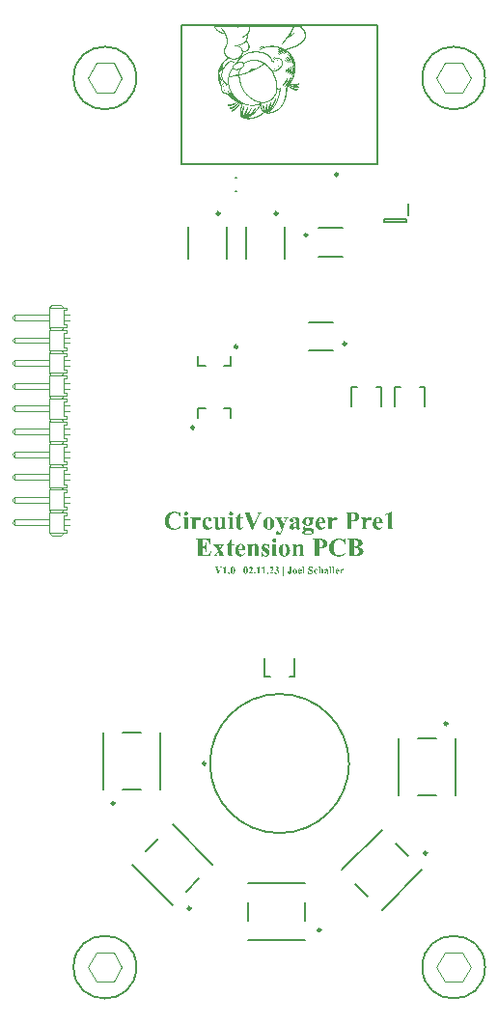
<source format=gbr>
%TF.GenerationSoftware,Altium Limited,Altium Designer,23.10.1 (27)*%
G04 Layer_Color=65535*
%FSLAX45Y45*%
%MOMM*%
%TF.SameCoordinates,69DA4DD4-9858-4DDA-A9D3-A0AF371EC053*%
%TF.FilePolarity,Positive*%
%TF.FileFunction,Legend,Top*%
%TF.Part,Single*%
G01*
G75*
%TA.AperFunction,NonConductor*%
%ADD41C,0.25000*%
%ADD42C,0.20000*%
%ADD43C,0.15000*%
%ADD44C,0.10000*%
%ADD45C,0.12000*%
G36*
X2227554Y8749289D02*
X2228960D01*
Y8747883D01*
X2230366D01*
Y8746477D01*
X2231772D01*
Y8742258D01*
X2233178D01*
Y8740852D01*
X2234585D01*
Y8739446D01*
X2235991D01*
Y8738039D01*
X2237397D01*
Y8735227D01*
X2240210D01*
Y8732415D01*
X2241616D01*
Y8731008D01*
X2243022D01*
Y8729602D01*
X2244428D01*
Y8728196D01*
X2245834D01*
Y8725383D01*
X2247241D01*
Y8723977D01*
X2248647D01*
Y8721165D01*
X2250053D01*
Y8719759D01*
X2251460D01*
Y8716946D01*
X2252866D01*
Y8714134D01*
X2254272D01*
Y8711321D01*
X2255678D01*
Y8708509D01*
X2257084D01*
Y8704290D01*
X2258491D01*
Y8701478D01*
X2259897D01*
Y8697259D01*
X2261303D01*
Y8691634D01*
X2262709D01*
Y8684603D01*
X2264116D01*
Y8662103D01*
X2262709D01*
Y8653666D01*
X2261303D01*
Y8649447D01*
X2259897D01*
Y8645228D01*
X2258491D01*
Y8641010D01*
X2257084D01*
Y8638197D01*
X2255678D01*
Y8635385D01*
X2254272D01*
Y8633979D01*
X2252866D01*
Y8631166D01*
X2251460D01*
Y8629760D01*
X2250053D01*
Y8626947D01*
X2248647D01*
Y8625541D01*
X2247241D01*
Y8622729D01*
X2245834D01*
Y8621323D01*
X2243022D01*
Y8618510D01*
X2240210D01*
Y8615698D01*
X2237397D01*
Y8614291D01*
X2235991D01*
Y8612885D01*
X2234585D01*
Y8611479D01*
X2233178D01*
Y8610073D01*
X2231772D01*
Y8608667D01*
X2230366D01*
Y8607260D01*
X2227554D01*
Y8605854D01*
X2226147D01*
Y8604448D01*
X2224741D01*
Y8603041D01*
X2223335D01*
Y8601635D01*
X2221929D01*
Y8600229D01*
X2219116D01*
Y8598823D01*
X2217710D01*
Y8597417D01*
X2214898D01*
Y8596010D01*
X2213491D01*
Y8594604D01*
X2210679D01*
Y8593198D01*
X2209273D01*
Y8591792D01*
X2206460D01*
Y8590385D01*
X2203648D01*
Y8588979D01*
X2202241D01*
Y8587573D01*
X2199429D01*
Y8586167D01*
X2198023D01*
Y8584761D01*
X2195210D01*
Y8583354D01*
X2192398D01*
Y8581948D01*
X2188179D01*
Y8579136D01*
X2183961D01*
Y8577729D01*
X2181148D01*
Y8576323D01*
X2178335D01*
Y8574917D01*
X2175523D01*
Y8573511D01*
X2172711D01*
Y8572105D01*
X2169898D01*
Y8570698D01*
X2167086D01*
Y8569292D01*
X2162867D01*
Y8567886D01*
X2160055D01*
Y8566480D01*
X2155836D01*
Y8565073D01*
X2153023D01*
Y8563667D01*
X2148805D01*
Y8562261D01*
X2145992D01*
Y8560855D01*
X2141774D01*
Y8559448D01*
X2137555D01*
Y8558042D01*
X2133336D01*
Y8556636D01*
X2130524D01*
Y8555230D01*
X2124899D01*
Y8553824D01*
X2120680D01*
Y8552417D01*
X2116462D01*
Y8551011D01*
X2110837D01*
Y8549605D01*
X2106618D01*
Y8548199D01*
X2102399D01*
Y8546792D01*
X2095368D01*
Y8545386D01*
X2091149D01*
Y8543980D01*
X2092556D01*
Y8542574D01*
X2093962D01*
Y8541168D01*
X2096774D01*
Y8539761D01*
X2098180D01*
Y8538355D01*
X2099587D01*
Y8536949D01*
X2100993D01*
Y8535543D01*
X2102399D01*
Y8534136D01*
X2105212D01*
Y8532730D01*
X2106618D01*
Y8531324D01*
X2108024D01*
Y8529918D01*
X2109430D01*
Y8528512D01*
X2110837D01*
Y8527105D01*
X2112243D01*
Y8525699D01*
X2113649D01*
Y8524293D01*
X2115055D01*
Y8522887D01*
X2117868D01*
Y8521480D01*
X2119274D01*
Y8520074D01*
X2120680D01*
Y8518668D01*
X2122086D01*
Y8517262D01*
X2123493D01*
Y8515855D01*
X2124899D01*
Y8514449D01*
X2126305D01*
Y8513043D01*
X2127711D01*
Y8510231D01*
X2129118D01*
Y8508824D01*
X2130524D01*
Y8507418D01*
X2131930D01*
Y8506012D01*
X2133336D01*
Y8504606D01*
X2134742D01*
Y8501793D01*
X2136149D01*
Y8500387D01*
X2137555D01*
Y8498981D01*
X2138961D01*
Y8496168D01*
X2140367D01*
Y8494762D01*
X2141774D01*
Y8491949D01*
X2143180D01*
Y8490543D01*
X2144586D01*
Y8487731D01*
X2145992D01*
Y8486325D01*
X2147399D01*
Y8483512D01*
X2148805D01*
Y8480700D01*
X2150211D01*
Y8479293D01*
X2151617D01*
Y8476481D01*
X2153023D01*
Y8473669D01*
X2154430D01*
Y8470856D01*
X2155836D01*
Y8468044D01*
X2157242D01*
Y8465231D01*
X2158648D01*
Y8461013D01*
X2160055D01*
Y8458200D01*
X2161461D01*
Y8453981D01*
X2162867D01*
Y8448356D01*
X2164273D01*
Y8444138D01*
X2165679D01*
Y8438513D01*
X2167086D01*
Y8431482D01*
X2168492D01*
Y8421638D01*
X2169898D01*
Y8410388D01*
X2171305D01*
Y8371014D01*
X2169898D01*
Y8356952D01*
X2168492D01*
Y8348514D01*
X2167086D01*
Y8341483D01*
X2165679D01*
Y8334452D01*
X2164273D01*
Y8328827D01*
X2162867D01*
Y8323202D01*
X2161461D01*
Y8318983D01*
X2160055D01*
Y8314765D01*
X2158648D01*
Y8310546D01*
X2157242D01*
Y8306327D01*
X2155836D01*
Y8302109D01*
X2154430D01*
Y8299296D01*
X2153023D01*
Y8295078D01*
X2151617D01*
Y8292265D01*
X2150211D01*
Y8288046D01*
X2148805D01*
Y8285234D01*
X2147399D01*
Y8282422D01*
X2145992D01*
Y8279609D01*
X2144586D01*
Y8276797D01*
X2143180D01*
Y8273984D01*
X2141774D01*
Y8271172D01*
X2140367D01*
Y8268359D01*
X2138961D01*
Y8265547D01*
X2137555D01*
Y8262734D01*
X2136149D01*
Y8259922D01*
X2134742D01*
Y8257109D01*
X2133336D01*
Y8255703D01*
X2131930D01*
Y8252891D01*
X2130524D01*
Y8250078D01*
X2129118D01*
Y8247266D01*
X2133336D01*
Y8245860D01*
X2154430D01*
Y8247266D01*
X2165679D01*
Y8248672D01*
X2174117D01*
Y8250078D01*
X2183961D01*
Y8251484D01*
X2192398D01*
Y8252891D01*
X2200835D01*
Y8251484D01*
X2202241D01*
Y8250078D01*
X2203648D01*
Y8243047D01*
X2202241D01*
Y8241641D01*
X2200835D01*
Y8240235D01*
X2199429D01*
Y8238828D01*
X2196617D01*
Y8237422D01*
X2193804D01*
Y8236016D01*
X2188179D01*
Y8234610D01*
X2171305D01*
Y8233203D01*
X2169898D01*
Y8234610D01*
X2153023D01*
Y8236016D01*
X2144586D01*
Y8237422D01*
X2138961D01*
Y8238828D01*
X2136149D01*
Y8240235D01*
X2131930D01*
Y8241641D01*
X2130524D01*
Y8243047D01*
X2127711D01*
Y8244453D01*
X2126305D01*
Y8243047D01*
X2124899D01*
Y8240235D01*
X2123493D01*
Y8238828D01*
X2126305D01*
Y8237422D01*
X2130524D01*
Y8236016D01*
X2133336D01*
Y8234610D01*
X2137555D01*
Y8233203D01*
X2141774D01*
Y8231797D01*
X2147399D01*
Y8230391D01*
X2153023D01*
Y8228985D01*
X2161461D01*
Y8227579D01*
X2198023D01*
Y8226172D01*
X2200835D01*
Y8224766D01*
X2203648D01*
Y8217735D01*
X2202241D01*
Y8216329D01*
X2199429D01*
Y8214923D01*
X2196617D01*
Y8213516D01*
X2169898D01*
Y8214923D01*
X2162867D01*
Y8216329D01*
X2158648D01*
Y8217735D01*
X2153023D01*
Y8219141D01*
X2147399D01*
Y8220547D01*
X2144586D01*
Y8221954D01*
X2141774D01*
Y8223360D01*
X2137555D01*
Y8224766D01*
X2134742D01*
Y8226172D01*
X2131930D01*
Y8227579D01*
X2130524D01*
Y8228985D01*
X2127711D01*
Y8230391D01*
X2124899D01*
Y8231797D01*
X2123493D01*
Y8233203D01*
X2122086D01*
Y8234610D01*
X2119274D01*
Y8233203D01*
X2117868D01*
Y8230391D01*
X2119274D01*
Y8228985D01*
X2120680D01*
Y8227579D01*
X2122086D01*
Y8226172D01*
X2123493D01*
Y8224766D01*
X2124899D01*
Y8223360D01*
X2127711D01*
Y8221954D01*
X2129118D01*
Y8220547D01*
X2131930D01*
Y8219141D01*
X2134742D01*
Y8217735D01*
X2138961D01*
Y8216329D01*
X2141774D01*
Y8214923D01*
X2147399D01*
Y8213516D01*
X2151617D01*
Y8212110D01*
X2157242D01*
Y8210704D01*
X2164273D01*
Y8209298D01*
X2174117D01*
Y8207891D01*
X2182554D01*
Y8206485D01*
X2188179D01*
Y8205079D01*
X2190992D01*
Y8203673D01*
X2193804D01*
Y8200860D01*
X2195210D01*
Y8199454D01*
X2196617D01*
Y8196641D01*
X2195210D01*
Y8195235D01*
X2192398D01*
Y8193829D01*
X2189585D01*
Y8192423D01*
X2183961D01*
Y8191017D01*
X2169898D01*
Y8192423D01*
X2162867D01*
Y8193829D01*
X2157242D01*
Y8195235D01*
X2153023D01*
Y8196641D01*
X2150211D01*
Y8198048D01*
X2147399D01*
Y8199454D01*
X2144586D01*
Y8200860D01*
X2141774D01*
Y8202267D01*
X2138961D01*
Y8203673D01*
X2136149D01*
Y8205079D01*
X2133336D01*
Y8206485D01*
X2131930D01*
Y8207891D01*
X2130524D01*
Y8209298D01*
X2127711D01*
Y8210704D01*
X2126305D01*
Y8212110D01*
X2124899D01*
Y8213516D01*
X2122086D01*
Y8216329D01*
X2120680D01*
Y8217735D01*
X2117868D01*
Y8220547D01*
X2116462D01*
Y8221954D01*
X2115055D01*
Y8223360D01*
X2113649D01*
Y8224766D01*
X2112243D01*
Y8223360D01*
X2110837D01*
Y8221954D01*
X2109430D01*
Y8220547D01*
X2108024D01*
Y8219141D01*
X2106618D01*
Y8216329D01*
X2105212D01*
Y8214923D01*
X2103806D01*
Y8212110D01*
X2102399D01*
Y8210704D01*
X2100993D01*
Y8192423D01*
X2099587D01*
Y8179767D01*
X2098180D01*
Y8168517D01*
X2096774D01*
Y8158673D01*
X2095368D01*
Y8150236D01*
X2093962D01*
Y8143205D01*
X2092556D01*
Y8136174D01*
X2091149D01*
Y8130549D01*
X2089743D01*
Y8124924D01*
X2088337D01*
Y8119299D01*
X2086931D01*
Y8115080D01*
X2085524D01*
Y8110862D01*
X2084118D01*
Y8106643D01*
X2082712D01*
Y8102424D01*
X2081306D01*
Y8099612D01*
X2079900D01*
Y8095393D01*
X2078493D01*
Y8091175D01*
X2077087D01*
Y8088362D01*
X2075681D01*
Y8085549D01*
X2074275D01*
Y8082737D01*
X2072868D01*
Y8078519D01*
X2071462D01*
Y8075706D01*
X2070056D01*
Y8074300D01*
X2068650D01*
Y8071487D01*
X2067244D01*
Y8068675D01*
X2065837D01*
Y8065862D01*
X2064431D01*
Y8063050D01*
X2063025D01*
Y8060237D01*
X2061619D01*
Y8058831D01*
X2060213D01*
Y8056019D01*
X2058806D01*
Y8054613D01*
X2057400D01*
Y8051800D01*
X2055994D01*
Y8050394D01*
X2054587D01*
Y8047581D01*
X2053181D01*
Y8046175D01*
X2051775D01*
Y8044769D01*
X2050369D01*
Y8041956D01*
X2048963D01*
Y8040550D01*
X2047556D01*
Y8039144D01*
X2046150D01*
Y8037738D01*
X2044744D01*
Y8036332D01*
X2043338D01*
Y8034925D01*
X2041931D01*
Y8033519D01*
X2040525D01*
Y8032113D01*
X2039119D01*
Y8030707D01*
X2037713D01*
Y8029300D01*
X2036307D01*
Y8027894D01*
X2034900D01*
Y8026488D01*
X2033494D01*
Y8025082D01*
X2032088D01*
Y8023676D01*
X2030682D01*
Y8022269D01*
X2027869D01*
Y8020863D01*
X2026463D01*
Y8019457D01*
X2025057D01*
Y8018051D01*
X2022244D01*
Y8016644D01*
X2020838D01*
Y8015238D01*
X2018026D01*
Y8013832D01*
X2016619D01*
Y8012426D01*
X2013807D01*
Y8011020D01*
X2012401D01*
Y8009613D01*
X2009588D01*
Y8008207D01*
X2006776D01*
Y8006801D01*
X2003963D01*
Y8005394D01*
X2001151D01*
Y8003988D01*
X1998338D01*
Y8002582D01*
X1995526D01*
Y8001176D01*
X1991307D01*
Y7999770D01*
X1988495D01*
Y7998363D01*
X1984276D01*
Y7996957D01*
X1980058D01*
Y7995551D01*
X1975839D01*
Y7994145D01*
X1970214D01*
Y7992738D01*
X1964589D01*
Y7991332D01*
X1956152D01*
Y7989926D01*
X1947714D01*
Y7988520D01*
X1933652D01*
Y7987114D01*
X1922402D01*
Y7988520D01*
X1913965D01*
Y7989926D01*
X1901309D01*
Y7991332D01*
X1895684D01*
Y7989926D01*
X1894277D01*
Y7988520D01*
X1892871D01*
Y7987114D01*
X1891465D01*
Y7985707D01*
X1888653D01*
Y7982895D01*
X1887246D01*
Y7981489D01*
X1883028D01*
Y7978676D01*
X1880215D01*
Y7977270D01*
X1877403D01*
Y7975864D01*
X1875997D01*
Y7974458D01*
X1873184D01*
Y7973051D01*
X1871778D01*
Y7971645D01*
X1868965D01*
Y7970239D01*
X1866153D01*
Y7968833D01*
X1864747D01*
Y7967426D01*
X1861934D01*
Y7966020D01*
X1860528D01*
Y7964614D01*
X1857716D01*
Y7963208D01*
X1854903D01*
Y7961801D01*
X1852091D01*
Y7960395D01*
X1849278D01*
Y7958989D01*
X1846466D01*
Y7957583D01*
X1843653D01*
Y7956177D01*
X1840841D01*
Y7954770D01*
X1836622D01*
Y7953364D01*
X1833810D01*
Y7951958D01*
X1830997D01*
Y7950552D01*
X1826778D01*
Y7949145D01*
X1822560D01*
Y7947739D01*
X1818341D01*
Y7946333D01*
X1812716D01*
Y7944927D01*
X1808498D01*
Y7943521D01*
X1802873D01*
Y7942114D01*
X1795841D01*
Y7940708D01*
X1787404D01*
Y7939302D01*
X1776154D01*
Y7937895D01*
X1746623D01*
Y7939302D01*
X1738186D01*
Y7940708D01*
X1731155D01*
Y7942114D01*
X1725530D01*
Y7943521D01*
X1719905D01*
Y7944927D01*
X1714280D01*
Y7946333D01*
X1710062D01*
Y7947739D01*
X1707249D01*
Y7949145D01*
X1704437D01*
Y7950552D01*
X1701624D01*
Y7951958D01*
X1700218D01*
Y7953364D01*
X1698812D01*
Y7954770D01*
X1697406D01*
Y7956177D01*
X1695999D01*
Y7957583D01*
X1694593D01*
Y7960395D01*
X1693187D01*
Y7961801D01*
X1691780D01*
Y7964614D01*
X1690374D01*
Y7966020D01*
X1688968D01*
Y7970239D01*
X1687562D01*
Y7974458D01*
X1686156D01*
Y7984301D01*
X1684749D01*
Y8001176D01*
X1686156D01*
Y8016644D01*
X1687562D01*
Y8025082D01*
X1688968D01*
Y8032113D01*
X1690374D01*
Y8039144D01*
X1691780D01*
Y8044769D01*
X1693187D01*
Y8048988D01*
X1694593D01*
Y8056019D01*
X1695999D01*
Y8060237D01*
X1697406D01*
Y8067269D01*
X1694593D01*
Y8068675D01*
X1691780D01*
Y8070081D01*
X1688968D01*
Y8071487D01*
X1686156D01*
Y8072893D01*
X1683343D01*
Y8071487D01*
X1681937D01*
Y8068675D01*
X1680531D01*
Y8064456D01*
X1679124D01*
Y8061644D01*
X1677718D01*
Y8060237D01*
X1676312D01*
Y8056019D01*
X1674906D01*
Y8054613D01*
X1673500D01*
Y8051800D01*
X1672093D01*
Y8048988D01*
X1670687D01*
Y8047581D01*
X1669281D01*
Y8046175D01*
X1667875D01*
Y8043363D01*
X1666468D01*
Y8041956D01*
X1665062D01*
Y8039144D01*
X1663656D01*
Y8037738D01*
X1662250D01*
Y8036332D01*
X1660844D01*
Y8034925D01*
X1659437D01*
Y8032113D01*
X1656625D01*
Y8029300D01*
X1655219D01*
Y8027894D01*
X1653813D01*
Y8026488D01*
X1651000D01*
Y8023676D01*
X1649594D01*
Y8022269D01*
X1646781D01*
Y8020863D01*
X1645375D01*
Y8019457D01*
X1643969D01*
Y8018051D01*
X1642563D01*
Y8016644D01*
X1641156D01*
Y8015238D01*
X1638344D01*
Y8013832D01*
X1636938D01*
Y8012426D01*
X1634125D01*
Y8011020D01*
X1631313D01*
Y8009613D01*
X1628500D01*
Y8008207D01*
X1625688D01*
Y8006801D01*
X1622875D01*
Y8005394D01*
X1617251D01*
Y8003988D01*
X1611626D01*
Y8005394D01*
X1610219D01*
Y8006801D01*
X1608813D01*
Y8011020D01*
X1610219D01*
Y8013832D01*
X1611626D01*
Y8015238D01*
X1613032D01*
Y8016644D01*
X1614438D01*
Y8018051D01*
X1615844D01*
Y8019457D01*
X1617251D01*
Y8020863D01*
X1618657D01*
Y8022269D01*
X1620063D01*
Y8023676D01*
X1622875D01*
Y8025082D01*
X1625688D01*
Y8026488D01*
X1627094D01*
Y8027894D01*
X1629907D01*
Y8029300D01*
X1631313D01*
Y8030707D01*
X1634125D01*
Y8032113D01*
X1635531D01*
Y8033519D01*
X1638344D01*
Y8034925D01*
X1639750D01*
Y8036332D01*
X1641156D01*
Y8037738D01*
X1643969D01*
Y8039144D01*
X1645375D01*
Y8040550D01*
X1648187D01*
Y8041956D01*
X1649594D01*
Y8043363D01*
X1651000D01*
Y8044769D01*
X1652406D01*
Y8046175D01*
X1653813D01*
Y8047581D01*
X1655219D01*
Y8048988D01*
X1656625D01*
Y8050394D01*
X1658031D01*
Y8051800D01*
X1659437D01*
Y8053206D01*
X1660844D01*
Y8054613D01*
X1662250D01*
Y8056019D01*
X1663656D01*
Y8057425D01*
X1665062D01*
Y8058831D01*
X1666468D01*
Y8060237D01*
X1667875D01*
Y8061644D01*
X1669281D01*
Y8064456D01*
X1670687D01*
Y8065862D01*
X1672093D01*
Y8067269D01*
X1673500D01*
Y8068675D01*
X1674906D01*
Y8071487D01*
X1676312D01*
Y8074300D01*
X1677718D01*
Y8077112D01*
X1673500D01*
Y8078519D01*
X1672093D01*
Y8077112D01*
X1670687D01*
Y8074300D01*
X1669281D01*
Y8072893D01*
X1667875D01*
Y8071487D01*
X1666468D01*
Y8070081D01*
X1665062D01*
Y8067269D01*
X1663656D01*
Y8065862D01*
X1662250D01*
Y8064456D01*
X1660844D01*
Y8063050D01*
X1659437D01*
Y8061644D01*
X1658031D01*
Y8058831D01*
X1656625D01*
Y8057425D01*
X1655219D01*
Y8056019D01*
X1653813D01*
Y8054613D01*
X1652406D01*
Y8053206D01*
X1651000D01*
Y8051800D01*
X1649594D01*
Y8050394D01*
X1648187D01*
Y8048988D01*
X1646781D01*
Y8047581D01*
X1645375D01*
Y8046175D01*
X1643969D01*
Y8044769D01*
X1642563D01*
Y8043363D01*
X1639750D01*
Y8041956D01*
X1638344D01*
Y8040550D01*
X1635531D01*
Y8039144D01*
X1634125D01*
Y8037738D01*
X1631313D01*
Y8036332D01*
X1629907D01*
Y8034925D01*
X1627094D01*
Y8033519D01*
X1624282D01*
Y8032113D01*
X1620063D01*
Y8030707D01*
X1615844D01*
Y8029300D01*
X1610219D01*
Y8027894D01*
X1594751D01*
Y8029300D01*
X1593345D01*
Y8033519D01*
X1594751D01*
Y8036332D01*
X1596157D01*
Y8037738D01*
X1597563D01*
Y8039144D01*
X1598970D01*
Y8040550D01*
X1600376D01*
Y8041956D01*
X1603188D01*
Y8043363D01*
X1606001D01*
Y8044769D01*
X1608813D01*
Y8046175D01*
X1613032D01*
Y8047581D01*
X1618657D01*
Y8048988D01*
X1621469D01*
Y8050394D01*
X1625688D01*
Y8051800D01*
X1628500D01*
Y8053206D01*
X1631313D01*
Y8054613D01*
X1634125D01*
Y8056019D01*
X1636938D01*
Y8057425D01*
X1639750D01*
Y8058831D01*
X1641156D01*
Y8060237D01*
X1643969D01*
Y8061644D01*
X1645375D01*
Y8063050D01*
X1648187D01*
Y8064456D01*
X1649594D01*
Y8065862D01*
X1651000D01*
Y8067269D01*
X1652406D01*
Y8068675D01*
X1655219D01*
Y8070081D01*
X1656625D01*
Y8071487D01*
X1658031D01*
Y8072893D01*
X1659437D01*
Y8074300D01*
X1660844D01*
Y8075706D01*
X1662250D01*
Y8077112D01*
X1663656D01*
Y8078519D01*
X1665062D01*
Y8079925D01*
X1666468D01*
Y8082737D01*
X1663656D01*
Y8084143D01*
X1659437D01*
Y8082737D01*
X1658031D01*
Y8081331D01*
X1656625D01*
Y8079925D01*
X1655219D01*
Y8078519D01*
X1653813D01*
Y8077112D01*
X1652406D01*
Y8075706D01*
X1649594D01*
Y8074300D01*
X1648187D01*
Y8072893D01*
X1646781D01*
Y8071487D01*
X1643969D01*
Y8070081D01*
X1642563D01*
Y8068675D01*
X1639750D01*
Y8067269D01*
X1638344D01*
Y8065862D01*
X1635531D01*
Y8064456D01*
X1632719D01*
Y8063050D01*
X1629907D01*
Y8061644D01*
X1627094D01*
Y8060237D01*
X1622875D01*
Y8058831D01*
X1618657D01*
Y8057425D01*
X1615844D01*
Y8056019D01*
X1610219D01*
Y8054613D01*
X1604594D01*
Y8053206D01*
X1586314D01*
Y8054613D01*
X1582095D01*
Y8056019D01*
X1579282D01*
Y8057425D01*
X1577876D01*
Y8058831D01*
X1576470D01*
Y8061644D01*
X1577876D01*
Y8064456D01*
X1579282D01*
Y8065862D01*
X1580688D01*
Y8067269D01*
X1584907D01*
Y8068675D01*
X1606001D01*
Y8070081D01*
X1613032D01*
Y8071487D01*
X1618657D01*
Y8072893D01*
X1624282D01*
Y8074300D01*
X1628500D01*
Y8075706D01*
X1632719D01*
Y8077112D01*
X1636938D01*
Y8078519D01*
X1641156D01*
Y8079925D01*
X1643969D01*
Y8081331D01*
X1646781D01*
Y8082737D01*
X1649594D01*
Y8084143D01*
X1652406D01*
Y8085549D01*
X1655219D01*
Y8089768D01*
X1652406D01*
Y8091175D01*
X1649594D01*
Y8092581D01*
X1646781D01*
Y8093987D01*
X1643969D01*
Y8095393D01*
X1641156D01*
Y8096799D01*
X1639750D01*
Y8098206D01*
X1636938D01*
Y8099612D01*
X1635531D01*
Y8101018D01*
X1634125D01*
Y8102424D01*
X1631313D01*
Y8103831D01*
X1629907D01*
Y8105237D01*
X1627094D01*
Y8106643D01*
X1625688D01*
Y8108049D01*
X1622875D01*
Y8109455D01*
X1621469D01*
Y8110862D01*
X1620063D01*
Y8112268D01*
X1618657D01*
Y8113674D01*
X1615844D01*
Y8115080D01*
X1614438D01*
Y8116487D01*
X1613032D01*
Y8117893D01*
X1611626D01*
Y8119299D01*
X1610219D01*
Y8120705D01*
X1607407D01*
Y8122112D01*
X1606001D01*
Y8123518D01*
X1604594D01*
Y8124924D01*
X1603188D01*
Y8126330D01*
X1600376D01*
Y8127736D01*
X1598970D01*
Y8129143D01*
X1597563D01*
Y8130549D01*
X1596157D01*
Y8131955D01*
X1594751D01*
Y8133361D01*
X1591938D01*
Y8134768D01*
X1590532D01*
Y8136174D01*
X1589126D01*
Y8137580D01*
X1587720D01*
Y8138986D01*
X1586314D01*
Y8140392D01*
X1584907D01*
Y8141799D01*
X1582095D01*
Y8143205D01*
X1580688D01*
Y8144611D01*
X1579282D01*
Y8146017D01*
X1577876D01*
Y8147424D01*
X1576470D01*
Y8148830D01*
X1575064D01*
Y8150236D01*
X1573658D01*
Y8151642D01*
X1572251D01*
Y8153048D01*
X1570845D01*
Y8154455D01*
X1568032D01*
Y8155861D01*
X1566626D01*
Y8157267D01*
X1562408D01*
Y8158673D01*
X1556783D01*
Y8160080D01*
X1552564D01*
Y8161486D01*
X1549752D01*
Y8162892D01*
X1546939D01*
Y8164298D01*
X1544127D01*
Y8165705D01*
X1541314D01*
Y8167111D01*
X1539908D01*
Y8168517D01*
X1537095D01*
Y8169923D01*
X1535689D01*
Y8171329D01*
X1534283D01*
Y8172736D01*
X1532877D01*
Y8174142D01*
X1531471D01*
Y8175548D01*
X1530064D01*
Y8176954D01*
X1528658D01*
Y8178361D01*
X1527252D01*
Y8179767D01*
X1525846D01*
Y8181173D01*
X1524439D01*
Y8183985D01*
X1523033D01*
Y8186798D01*
X1521627D01*
Y8188204D01*
X1520221D01*
Y8191017D01*
X1518815D01*
Y8193829D01*
X1517408D01*
Y8196641D01*
X1516002D01*
Y8202267D01*
X1514596D01*
Y8230391D01*
X1513190D01*
Y8233203D01*
X1511783D01*
Y8236016D01*
X1510377D01*
Y8240235D01*
X1508971D01*
Y8243047D01*
X1507565D01*
Y8247266D01*
X1506159D01*
Y8250078D01*
X1504752D01*
Y8254297D01*
X1503346D01*
Y8257109D01*
X1501940D01*
Y8262734D01*
X1500533D01*
Y8266953D01*
X1499127D01*
Y8271172D01*
X1497721D01*
Y8276797D01*
X1496315D01*
Y8283828D01*
X1494909D01*
Y8292265D01*
X1493502D01*
Y8303515D01*
X1492096D01*
Y8314765D01*
X1490690D01*
Y8341483D01*
X1492096D01*
Y8351327D01*
X1493502D01*
Y8359764D01*
X1494909D01*
Y8365389D01*
X1496315D01*
Y8371014D01*
X1497721D01*
Y8375233D01*
X1499127D01*
Y8379451D01*
X1500533D01*
Y8383670D01*
X1501940D01*
Y8386482D01*
X1503346D01*
Y8390701D01*
X1504752D01*
Y8393514D01*
X1506159D01*
Y8397732D01*
X1507565D01*
Y8399138D01*
X1508971D01*
Y8401951D01*
X1510377D01*
Y8404763D01*
X1511783D01*
Y8407576D01*
X1513190D01*
Y8410388D01*
X1514596D01*
Y8411794D01*
X1516002D01*
Y8414607D01*
X1517408D01*
Y8417420D01*
X1518815D01*
Y8420232D01*
X1520221D01*
Y8421638D01*
X1521627D01*
Y8423044D01*
X1523033D01*
Y8425857D01*
X1524439D01*
Y8427263D01*
X1525846D01*
Y8430076D01*
X1527252D01*
Y8431482D01*
X1528658D01*
Y8432888D01*
X1530064D01*
Y8434294D01*
X1531471D01*
Y8437107D01*
X1532877D01*
Y8438513D01*
X1534283D01*
Y8439919D01*
X1535689D01*
Y8441325D01*
X1537095D01*
Y8442732D01*
X1538502D01*
Y8444138D01*
X1539908D01*
Y8445544D01*
X1541314D01*
Y8448356D01*
X1542720D01*
Y8449763D01*
X1544127D01*
Y8451169D01*
X1546939D01*
Y8452575D01*
X1548345D01*
Y8453981D01*
X1549752D01*
Y8455388D01*
X1551158D01*
Y8456794D01*
X1552564D01*
Y8458200D01*
X1553970D01*
Y8459606D01*
X1555376D01*
Y8461013D01*
X1556783D01*
Y8462419D01*
X1558189D01*
Y8463825D01*
X1561001D01*
Y8465231D01*
X1562408D01*
Y8466637D01*
X1563814D01*
Y8468044D01*
X1565220D01*
Y8469450D01*
X1566626D01*
Y8470856D01*
X1568032D01*
Y8472262D01*
X1570845D01*
Y8473669D01*
X1572251D01*
Y8475075D01*
X1575064D01*
Y8477887D01*
X1573658D01*
Y8479293D01*
X1570845D01*
Y8480700D01*
X1569439D01*
Y8482106D01*
X1568032D01*
Y8483512D01*
X1566626D01*
Y8484919D01*
X1565220D01*
Y8486325D01*
X1563814D01*
Y8487731D01*
X1562408D01*
Y8489137D01*
X1561001D01*
Y8491949D01*
X1559595D01*
Y8493356D01*
X1558189D01*
Y8496168D01*
X1556783D01*
Y8497575D01*
X1555376D01*
Y8500387D01*
X1553970D01*
Y8501793D01*
X1552564D01*
Y8504606D01*
X1551158D01*
Y8507418D01*
X1549752D01*
Y8511637D01*
X1548345D01*
Y8517262D01*
X1546939D01*
Y8522887D01*
X1545533D01*
Y8548199D01*
X1546939D01*
Y8555230D01*
X1548345D01*
Y8560855D01*
X1549752D01*
Y8565073D01*
X1551158D01*
Y8569292D01*
X1552564D01*
Y8572105D01*
X1553970D01*
Y8574917D01*
X1555376D01*
Y8579136D01*
X1556783D01*
Y8581948D01*
X1558189D01*
Y8583354D01*
X1559595D01*
Y8586167D01*
X1561001D01*
Y8588979D01*
X1562408D01*
Y8591792D01*
X1563814D01*
Y8593198D01*
X1565220D01*
Y8596010D01*
X1566626D01*
Y8598823D01*
X1568032D01*
Y8600229D01*
X1569439D01*
Y8603041D01*
X1570845D01*
Y8604448D01*
X1572251D01*
Y8618510D01*
X1570845D01*
Y8628354D01*
X1569439D01*
Y8636791D01*
X1568032D01*
Y8642416D01*
X1566626D01*
Y8646635D01*
X1565220D01*
Y8650853D01*
X1563814D01*
Y8655072D01*
X1562408D01*
Y8659291D01*
X1561001D01*
Y8662103D01*
X1559595D01*
Y8666322D01*
X1558189D01*
Y8670540D01*
X1556783D01*
Y8673353D01*
X1555376D01*
Y8676166D01*
X1553970D01*
Y8678978D01*
X1552564D01*
Y8681790D01*
X1551158D01*
Y8684603D01*
X1549752D01*
Y8686009D01*
X1539908D01*
Y8687415D01*
X1532877D01*
Y8688822D01*
X1527252D01*
Y8690228D01*
X1523033D01*
Y8691634D01*
X1518815D01*
Y8693040D01*
X1514596D01*
Y8694446D01*
X1511783D01*
Y8695853D01*
X1508971D01*
Y8697259D01*
X1506159D01*
Y8698665D01*
X1503346D01*
Y8700071D01*
X1500533D01*
Y8701478D01*
X1499127D01*
Y8702884D01*
X1496315D01*
Y8704290D01*
X1494909D01*
Y8705696D01*
X1492096D01*
Y8707102D01*
X1490690D01*
Y8708509D01*
X1489284D01*
Y8709915D01*
X1487877D01*
Y8711321D01*
X1485065D01*
Y8712727D01*
X1483659D01*
Y8714134D01*
X1482253D01*
Y8715540D01*
X1480846D01*
Y8716946D01*
X1479440D01*
Y8718352D01*
X1478034D01*
Y8719759D01*
X1476628D01*
Y8721165D01*
X1475221D01*
Y8722571D01*
X1473815D01*
Y8723977D01*
X1472409D01*
Y8726790D01*
X1471003D01*
Y8728196D01*
X1469597D01*
Y8729602D01*
X1468190D01*
Y8732415D01*
X1466784D01*
Y8733821D01*
X1465378D01*
Y8735227D01*
X1463972D01*
Y8736633D01*
X1462565D01*
Y8739446D01*
X1461159D01*
Y8740852D01*
X1459753D01*
Y8743665D01*
X1458347D01*
Y8745071D01*
X1456940D01*
Y8752102D01*
X2227554D01*
Y8749289D01*
D02*
G37*
G36*
X2322877Y3992985D02*
X2321017D01*
Y3993069D01*
X2320932Y3993323D01*
X2320848Y3993746D01*
X2320763Y3994254D01*
X2320509Y3994846D01*
X2320340Y3995607D01*
X2320002Y3996453D01*
X2319663Y3997299D01*
X2318818Y3999244D01*
X2317718Y4001274D01*
X2316280Y4003304D01*
X2315434Y4004234D01*
X2314504Y4005165D01*
X2314419Y4005249D01*
X2314250Y4005334D01*
X2313996Y4005588D01*
X2313658Y4005926D01*
X2313151Y4006264D01*
X2312558Y4006603D01*
X2311205Y4007533D01*
X2309598Y4008379D01*
X2307737Y4009055D01*
X2305707Y4009648D01*
X2304608Y4009732D01*
X2303508Y4009817D01*
X2302747D01*
X2301901Y4009732D01*
X2300886Y4009478D01*
X2299702Y4009225D01*
X2298518Y4008802D01*
X2297334Y4008210D01*
X2296234Y4007364D01*
X2296150Y4007279D01*
X2295811Y4006941D01*
X2295388Y4006433D01*
X2294965Y4005757D01*
X2294458Y4004911D01*
X2294035Y4003981D01*
X2293697Y4002881D01*
X2293612Y4001697D01*
Y4001612D01*
Y4001359D01*
X2293697Y4001020D01*
Y4000513D01*
X2294035Y3999413D01*
X2294204Y3998736D01*
X2294543Y3998144D01*
X2294627Y3998060D01*
X2294796Y3997806D01*
X2295135Y3997383D01*
X2295558Y3996876D01*
X2296150Y3996199D01*
X2296826Y3995522D01*
X2297672Y3994761D01*
X2298687Y3994000D01*
X2298772Y3993915D01*
X2299110Y3993746D01*
X2299787Y3993323D01*
X2300210Y3993069D01*
X2300717Y3992816D01*
X2301309Y3992477D01*
X2301986Y3992055D01*
X2302832Y3991632D01*
X2303762Y3991209D01*
X2304777Y3990617D01*
X2305877Y3990109D01*
X2307145Y3989432D01*
X2308499Y3988756D01*
X2308583Y3988671D01*
X2309006Y3988502D01*
X2309514Y3988248D01*
X2310275Y3987825D01*
X2311121Y3987402D01*
X2312051Y3986895D01*
X2313151Y3986218D01*
X2314335Y3985542D01*
X2316703Y3984019D01*
X2319071Y3982412D01*
X2320171Y3981482D01*
X2321186Y3980636D01*
X2322116Y3979706D01*
X2322877Y3978860D01*
X2322962Y3978775D01*
X2323047Y3978691D01*
X2323216Y3978437D01*
X2323470Y3978014D01*
X2323723Y3977591D01*
X2324062Y3977083D01*
X2324738Y3975815D01*
X2325415Y3974292D01*
X2326007Y3972516D01*
X2326430Y3970486D01*
X2326599Y3969387D01*
Y3968287D01*
Y3968202D01*
Y3967949D01*
Y3967526D01*
X2326515Y3967018D01*
X2326430Y3966342D01*
X2326261Y3965580D01*
X2326092Y3964735D01*
X2325838Y3963804D01*
X2325500Y3962789D01*
X2325161Y3961774D01*
X2324654Y3960675D01*
X2324062Y3959575D01*
X2323385Y3958391D01*
X2322539Y3957291D01*
X2321693Y3956192D01*
X2320594Y3955177D01*
X2320509Y3955092D01*
X2320340Y3954923D01*
X2320002Y3954669D01*
X2319494Y3954331D01*
X2318902Y3953908D01*
X2318225Y3953485D01*
X2317380Y3952978D01*
X2316449Y3952470D01*
X2315434Y3951963D01*
X2314335Y3951455D01*
X2313066Y3951032D01*
X2311713Y3950609D01*
X2310275Y3950271D01*
X2308752Y3950017D01*
X2307145Y3949848D01*
X2305454Y3949763D01*
X2304439D01*
X2303677Y3949848D01*
X2302832Y3949933D01*
X2301901Y3950017D01*
X2299956Y3950356D01*
X2299871D01*
X2299533Y3950440D01*
X2298941Y3950609D01*
X2298180Y3950863D01*
X2297334Y3951117D01*
X2296234Y3951540D01*
X2294965Y3951963D01*
X2293612Y3952470D01*
X2293528Y3952555D01*
X2293274Y3952639D01*
X2292851Y3952808D01*
X2292343Y3952978D01*
X2291159Y3953231D01*
X2290567Y3953401D01*
X2289891D01*
X2289637Y3953316D01*
X2289298D01*
X2288453Y3952978D01*
X2288030Y3952808D01*
X2287522Y3952470D01*
X2287438D01*
X2287353Y3952301D01*
X2287099Y3952047D01*
X2286761Y3951793D01*
X2286169Y3950948D01*
X2285492Y3949763D01*
X2283885D01*
Y3972685D01*
X2285492D01*
Y3972601D01*
X2285577Y3972262D01*
X2285746Y3971755D01*
X2285915Y3971078D01*
X2286084Y3970317D01*
X2286423Y3969302D01*
X2286761Y3968287D01*
X2287184Y3967187D01*
X2288199Y3964819D01*
X2289552Y3962366D01*
X2291159Y3959998D01*
X2292090Y3958898D01*
X2293105Y3957883D01*
X2293189Y3957799D01*
X2293358Y3957630D01*
X2293697Y3957460D01*
X2294120Y3957122D01*
X2294627Y3956699D01*
X2295219Y3956276D01*
X2295980Y3955853D01*
X2296742Y3955430D01*
X2298602Y3954500D01*
X2300632Y3953654D01*
X2301732Y3953316D01*
X2302916Y3953147D01*
X2304100Y3952978D01*
X2305284Y3952893D01*
X2305792D01*
X2306130Y3952978D01*
X2307061Y3953062D01*
X2308160Y3953231D01*
X2309514Y3953570D01*
X2310782Y3954077D01*
X2312136Y3954669D01*
X2313320Y3955600D01*
X2313489Y3955684D01*
X2313827Y3956107D01*
X2314250Y3956615D01*
X2314842Y3957376D01*
X2315434Y3958306D01*
X2315857Y3959406D01*
X2316196Y3960590D01*
X2316365Y3961943D01*
Y3962028D01*
Y3962282D01*
X2316280Y3962705D01*
X2316196Y3963297D01*
X2316111Y3963889D01*
X2315857Y3964565D01*
X2315603Y3965327D01*
X2315181Y3966088D01*
X2315096Y3966172D01*
X2314927Y3966426D01*
X2314673Y3966849D01*
X2314335Y3967357D01*
X2313827Y3967949D01*
X2313151Y3968541D01*
X2312474Y3969217D01*
X2311628Y3969894D01*
X2311544Y3969979D01*
X2311205Y3970232D01*
X2310613Y3970655D01*
X2309767Y3971163D01*
X2308583Y3971839D01*
X2307230Y3972685D01*
X2305454Y3973616D01*
X2304523Y3974123D01*
X2303424Y3974631D01*
X2303339Y3974715D01*
X2303085Y3974800D01*
X2302662Y3975054D01*
X2302070Y3975307D01*
X2301394Y3975646D01*
X2300548Y3976069D01*
X2298772Y3976999D01*
X2296826Y3978098D01*
X2294796Y3979283D01*
X2292935Y3980467D01*
X2292174Y3981059D01*
X2291413Y3981566D01*
X2291244Y3981735D01*
X2290821Y3982074D01*
X2290144Y3982666D01*
X2289383Y3983427D01*
X2288453Y3984358D01*
X2287522Y3985457D01*
X2286592Y3986641D01*
X2285831Y3987910D01*
X2285746Y3988079D01*
X2285577Y3988502D01*
X2285239Y3989263D01*
X2284900Y3990194D01*
X2284562Y3991378D01*
X2284224Y3992731D01*
X2284054Y3994169D01*
X2283970Y3995692D01*
Y3995776D01*
Y3996030D01*
Y3996368D01*
X2284054Y3996876D01*
X2284139Y3997552D01*
X2284224Y3998229D01*
X2284393Y3999075D01*
X2284646Y4000005D01*
X2285239Y4001866D01*
X2285746Y4002966D01*
X2286253Y4003981D01*
X2286846Y4004996D01*
X2287522Y4006095D01*
X2288368Y4007110D01*
X2289298Y4008040D01*
X2289383Y4008125D01*
X2289552Y4008294D01*
X2289806Y4008548D01*
X2290229Y4008886D01*
X2290821Y4009225D01*
X2291413Y4009648D01*
X2292174Y4010155D01*
X2293020Y4010663D01*
X2293866Y4011085D01*
X2294965Y4011593D01*
X2296065Y4012016D01*
X2297249Y4012439D01*
X2298518Y4012693D01*
X2299871Y4012946D01*
X2301225Y4013115D01*
X2302747Y4013200D01*
X2303847D01*
X2304608Y4013115D01*
X2305454Y4013031D01*
X2306384Y4012862D01*
X2308499Y4012439D01*
X2308583D01*
X2308921Y4012354D01*
X2309344Y4012185D01*
X2309936Y4012016D01*
X2310698Y4011762D01*
X2311544Y4011424D01*
X2312558Y4011001D01*
X2313658Y4010493D01*
X2313827Y4010409D01*
X2314166Y4010240D01*
X2314673Y4010070D01*
X2315350Y4009817D01*
X2316703Y4009309D01*
X2317380Y4009140D01*
X2317887Y4009055D01*
X2318056D01*
X2318564Y4009140D01*
X2319156Y4009309D01*
X2319748Y4009732D01*
X2319833Y4009901D01*
X2320002Y4010070D01*
X2320171Y4010409D01*
X2320340Y4010916D01*
X2320594Y4011508D01*
X2320763Y4012270D01*
X2321017Y4013200D01*
X2322370D01*
X2322877Y3992985D01*
D02*
G37*
G36*
X2593963Y3994169D02*
X2594555Y3994084D01*
X2595147Y3993831D01*
X2595824Y3993577D01*
X2596500Y3993154D01*
X2597092Y3992647D01*
X2597177Y3992562D01*
X2597346Y3992393D01*
X2597600Y3992055D01*
X2597854Y3991547D01*
X2598107Y3990870D01*
X2598361Y3990194D01*
X2598530Y3989263D01*
X2598615Y3988248D01*
Y3988079D01*
Y3987741D01*
X2598530Y3987233D01*
X2598446Y3986557D01*
X2598276Y3985795D01*
X2597938Y3985034D01*
X2597600Y3984273D01*
X2597092Y3983596D01*
X2597008Y3983512D01*
X2596839Y3983343D01*
X2596500Y3983089D01*
X2596162Y3982835D01*
X2595654Y3982497D01*
X2595062Y3982243D01*
X2594386Y3982074D01*
X2593624Y3981989D01*
X2593202D01*
X2592779Y3982074D01*
X2592187Y3982158D01*
X2591595Y3982328D01*
X2590918Y3982666D01*
X2590157Y3983004D01*
X2589480Y3983512D01*
X2589395Y3983596D01*
X2589226Y3983765D01*
X2588972Y3984019D01*
X2588634Y3984273D01*
X2587957Y3984865D01*
X2587704Y3985119D01*
X2587535Y3985203D01*
X2587450Y3985288D01*
X2587196Y3985373D01*
X2586858Y3985457D01*
X2586520Y3985542D01*
X2586266D01*
X2586012Y3985457D01*
X2585674D01*
X2584913Y3985119D01*
X2584490Y3984865D01*
X2584067Y3984527D01*
X2583982Y3984442D01*
X2583728Y3984273D01*
X2583390Y3983935D01*
X2583052Y3983427D01*
X2582544Y3982750D01*
X2582121Y3982074D01*
X2581698Y3981143D01*
X2581276Y3980128D01*
Y3980044D01*
X2581191Y3979959D01*
X2581106Y3979706D01*
X2581022Y3979367D01*
X2580853Y3978521D01*
X2580599Y3977337D01*
X2580261Y3975899D01*
X2580091Y3974292D01*
X2579922Y3972516D01*
X2579838Y3970571D01*
Y3960928D01*
X2579922Y3958475D01*
Y3958391D01*
Y3958053D01*
Y3957630D01*
Y3957122D01*
X2580007Y3956023D01*
X2580091Y3955515D01*
X2580176Y3955177D01*
Y3955092D01*
X2580261Y3955008D01*
X2580599Y3954500D01*
X2581106Y3953823D01*
X2581783Y3953316D01*
X2581868D01*
X2582037Y3953231D01*
X2582290Y3953147D01*
X2582629Y3953062D01*
X2583136Y3952978D01*
X2583813Y3952893D01*
X2584574Y3952808D01*
X2585420Y3952724D01*
Y3951117D01*
X2562752D01*
Y3952724D01*
X2562837D01*
X2563175Y3952808D01*
X2563682D01*
X2564190Y3952978D01*
X2565459Y3953401D01*
X2565966Y3953739D01*
X2566389Y3954162D01*
X2566474Y3954246D01*
X2566558Y3954416D01*
X2566727Y3954838D01*
X2566897Y3955515D01*
X2567066Y3956361D01*
X2567235Y3957545D01*
X2567319Y3958306D01*
X2567404Y3959068D01*
Y3959913D01*
Y3960928D01*
Y3984104D01*
Y3984273D01*
Y3984696D01*
Y3985288D01*
X2567319Y3986049D01*
Y3986810D01*
X2567235Y3987572D01*
X2567150Y3988164D01*
X2566981Y3988671D01*
Y3988756D01*
X2566897Y3988840D01*
X2566643Y3989348D01*
X2566304Y3990025D01*
X2565712Y3990532D01*
X2565543Y3990617D01*
X2565374Y3990701D01*
X2565036Y3990870D01*
X2564613Y3991040D01*
X2564105Y3991124D01*
X2563513Y3991293D01*
X2562752Y3991378D01*
Y3992985D01*
X2579838D01*
Y3983427D01*
X2579922Y3983512D01*
X2580007Y3983681D01*
X2580261Y3984019D01*
X2580514Y3984442D01*
X2580853Y3985034D01*
X2581276Y3985626D01*
X2582290Y3986980D01*
X2583390Y3988417D01*
X2584659Y3989855D01*
X2585843Y3991040D01*
X2586435Y3991632D01*
X2587027Y3992055D01*
X2587196Y3992139D01*
X2587535Y3992393D01*
X2588211Y3992731D01*
X2588972Y3993154D01*
X2589903Y3993577D01*
X2590918Y3993915D01*
X2592017Y3994169D01*
X2593117Y3994254D01*
X2593540D01*
X2593963Y3994169D01*
D02*
G37*
G36*
X2354427D02*
X2354934D01*
X2355611Y3994084D01*
X2357049Y3993831D01*
X2358740Y3993492D01*
X2360432Y3992900D01*
X2362124Y3992055D01*
X2363646Y3990955D01*
X2363731D01*
X2363815Y3990786D01*
X2364238Y3990363D01*
X2364915Y3989686D01*
X2365591Y3988840D01*
X2366268Y3987741D01*
X2366945Y3986472D01*
X2367368Y3985119D01*
X2367537Y3984442D01*
Y3983681D01*
Y3983596D01*
Y3983258D01*
X2367452Y3982750D01*
X2367368Y3982158D01*
X2367114Y3981482D01*
X2366860Y3980805D01*
X2366437Y3980128D01*
X2365930Y3979536D01*
X2365845Y3979452D01*
X2365676Y3979283D01*
X2365338Y3979113D01*
X2364830Y3978860D01*
X2364238Y3978521D01*
X2363561Y3978352D01*
X2362800Y3978183D01*
X2361870Y3978098D01*
X2361447D01*
X2360939Y3978183D01*
X2360347Y3978352D01*
X2359671Y3978521D01*
X2358909Y3978775D01*
X2358148Y3979198D01*
X2357472Y3979790D01*
X2357387Y3979875D01*
X2357218Y3980128D01*
X2356879Y3980551D01*
X2356541Y3981228D01*
X2356203Y3982074D01*
X2355864Y3983173D01*
X2355611Y3984527D01*
X2355357Y3986049D01*
Y3986134D01*
X2355272Y3986472D01*
X2355188Y3986980D01*
X2355103Y3987572D01*
X2354680Y3988840D01*
X2354427Y3989432D01*
X2354088Y3989940D01*
X2354004Y3990025D01*
X2353919Y3990109D01*
X2353412Y3990532D01*
X2352650Y3990955D01*
X2352143Y3991040D01*
X2351635Y3991124D01*
X2351297D01*
X2350874Y3991040D01*
X2350367Y3990870D01*
X2349859Y3990532D01*
X2349182Y3990194D01*
X2348590Y3989602D01*
X2347998Y3988840D01*
X2347914Y3988671D01*
X2347660Y3988164D01*
X2347237Y3987402D01*
X2346899Y3986218D01*
X2346476Y3984696D01*
X2346053Y3982920D01*
X2345968Y3981905D01*
X2345799Y3980805D01*
X2345715Y3979536D01*
Y3978268D01*
Y3978183D01*
Y3978014D01*
Y3977676D01*
Y3977253D01*
X2345799Y3976745D01*
Y3976153D01*
X2345968Y3974631D01*
X2346138Y3972939D01*
X2346476Y3970994D01*
X2346983Y3968964D01*
X2347575Y3966934D01*
Y3966849D01*
X2347660Y3966680D01*
X2347745Y3966426D01*
X2347914Y3966088D01*
X2348337Y3965073D01*
X2348929Y3963889D01*
X2349690Y3962620D01*
X2350536Y3961267D01*
X2351551Y3959998D01*
X2352735Y3958898D01*
X2352820Y3958814D01*
X2353158Y3958645D01*
X2353665Y3958306D01*
X2354427Y3957968D01*
X2355272Y3957630D01*
X2356203Y3957291D01*
X2357387Y3957122D01*
X2358571Y3957038D01*
X2358909D01*
X2359332Y3957122D01*
X2359924Y3957207D01*
X2360516Y3957291D01*
X2361278Y3957460D01*
X2361954Y3957714D01*
X2362716Y3958053D01*
X2362800Y3958137D01*
X2363054Y3958222D01*
X2363477Y3958560D01*
X2364069Y3958898D01*
X2364746Y3959490D01*
X2365507Y3960167D01*
X2366353Y3960928D01*
X2367368Y3961943D01*
X2368806Y3960844D01*
Y3960759D01*
X2368636Y3960590D01*
X2368467Y3960336D01*
X2368298Y3959913D01*
X2367621Y3958898D01*
X2366776Y3957714D01*
X2365676Y3956361D01*
X2364407Y3955008D01*
X2362969Y3953654D01*
X2361362Y3952555D01*
X2361278D01*
X2361193Y3952470D01*
X2360939Y3952301D01*
X2360601Y3952132D01*
X2359671Y3951709D01*
X2358571Y3951201D01*
X2357133Y3950694D01*
X2355526Y3950271D01*
X2353835Y3949933D01*
X2351974Y3949848D01*
X2351635D01*
X2351212Y3949933D01*
X2350620D01*
X2349859Y3950017D01*
X2349098Y3950186D01*
X2348168Y3950356D01*
X2347153Y3950609D01*
X2346138Y3950948D01*
X2345038Y3951371D01*
X2343938Y3951878D01*
X2342839Y3952470D01*
X2341739Y3953231D01*
X2340640Y3954077D01*
X2339625Y3955008D01*
X2338610Y3956107D01*
X2338525Y3956192D01*
X2338356Y3956361D01*
X2338187Y3956784D01*
X2337849Y3957207D01*
X2337426Y3957883D01*
X2337003Y3958560D01*
X2336580Y3959406D01*
X2336157Y3960421D01*
X2335649Y3961436D01*
X2335226Y3962620D01*
X2334804Y3963889D01*
X2334381Y3965242D01*
X2334042Y3966595D01*
X2333873Y3968118D01*
X2333704Y3969725D01*
X2333619Y3971332D01*
Y3971416D01*
Y3971755D01*
Y3972178D01*
X2333704Y3972770D01*
X2333789Y3973531D01*
X2333873Y3974377D01*
X2334042Y3975392D01*
X2334211Y3976407D01*
X2334719Y3978775D01*
X2335565Y3981313D01*
X2336072Y3982581D01*
X2336664Y3983850D01*
X2337426Y3985119D01*
X2338187Y3986388D01*
X2338271Y3986472D01*
X2338441Y3986726D01*
X2338779Y3987149D01*
X2339202Y3987656D01*
X2339794Y3988248D01*
X2340471Y3988840D01*
X2341232Y3989602D01*
X2342162Y3990363D01*
X2343177Y3991040D01*
X2344277Y3991801D01*
X2345545Y3992393D01*
X2346899Y3993069D01*
X2348337Y3993492D01*
X2349944Y3993915D01*
X2351551Y3994169D01*
X2353327Y3994254D01*
X2353919D01*
X2354427Y3994169D01*
D02*
G37*
G36*
X1529837Y4010240D02*
X1529668D01*
X1529245Y4010070D01*
X1528653Y4009901D01*
X1527891Y4009563D01*
X1526961Y4009140D01*
X1525946Y4008463D01*
X1525015Y4007702D01*
X1524001Y4006687D01*
X1523916Y4006603D01*
X1523662Y4006180D01*
X1523408Y4005926D01*
X1523155Y4005503D01*
X1522901Y4005080D01*
X1522563Y4004488D01*
X1522224Y4003896D01*
X1521801Y4003135D01*
X1521294Y4002204D01*
X1520786Y4001274D01*
X1520279Y4000174D01*
X1519687Y3998990D01*
X1519010Y3997637D01*
X1518334Y3996114D01*
X1497442Y3949763D01*
X1496004D01*
X1475197Y3997975D01*
Y3998060D01*
X1475028Y3998398D01*
X1474858Y3998821D01*
X1474605Y3999413D01*
X1474266Y4000090D01*
X1473928Y4000851D01*
X1473167Y4002543D01*
X1472321Y4004403D01*
X1471560Y4006011D01*
X1471137Y4006772D01*
X1470798Y4007448D01*
X1470460Y4007956D01*
X1470206Y4008294D01*
X1470122Y4008379D01*
X1469953Y4008548D01*
X1469614Y4008802D01*
X1469107Y4009140D01*
X1468515Y4009478D01*
X1467669Y4009732D01*
X1466654Y4010070D01*
X1465385Y4010240D01*
Y4011847D01*
X1494397D01*
Y4010240D01*
X1492790D01*
X1492113Y4010155D01*
X1491267D01*
X1490421Y4009986D01*
X1489491Y4009817D01*
X1488730Y4009563D01*
X1488053Y4009225D01*
X1487884Y4009140D01*
X1487546Y4008717D01*
X1487207Y4008125D01*
X1487123Y4007702D01*
X1487038Y4007195D01*
Y4007026D01*
X1487123Y4006687D01*
X1487207Y4006095D01*
X1487377Y4005334D01*
Y4005249D01*
X1487461Y4005080D01*
X1487630Y4004742D01*
X1487799Y4004150D01*
X1488138Y4003388D01*
X1488561Y4002374D01*
X1489153Y4001020D01*
X1489491Y4000259D01*
X1489829Y3999413D01*
X1502770Y3969217D01*
X1514696Y3996114D01*
Y3996199D01*
X1514781Y3996368D01*
X1514866Y3996537D01*
X1515035Y3996876D01*
X1515458Y3997721D01*
X1515881Y3998736D01*
X1516304Y3999836D01*
X1516726Y4000936D01*
X1517065Y4001866D01*
X1517319Y4002627D01*
Y4002712D01*
X1517403Y4002881D01*
X1517488Y4003219D01*
X1517572Y4003642D01*
X1517741Y4004573D01*
X1517826Y4005503D01*
Y4005588D01*
Y4005757D01*
Y4006011D01*
X1517741Y4006349D01*
X1517572Y4007110D01*
X1517149Y4007871D01*
Y4007956D01*
X1517065Y4008040D01*
X1516642Y4008463D01*
X1515965Y4008971D01*
X1515035Y4009394D01*
X1514950D01*
X1514696Y4009563D01*
X1514274Y4009648D01*
X1513682Y4009817D01*
X1512920Y4009986D01*
X1512074Y4010070D01*
X1511059Y4010240D01*
X1509960D01*
Y4011847D01*
X1529837D01*
Y4010240D01*
D02*
G37*
G36*
X2010770Y4013031D02*
X2011277D01*
X2011869Y4012946D01*
X2013392Y4012608D01*
X2014999Y4012185D01*
X2016775Y4011508D01*
X2018551Y4010493D01*
X2019397Y4009901D01*
X2020159Y4009225D01*
X2020243D01*
X2020328Y4009055D01*
X2020835Y4008548D01*
X2021512Y4007787D01*
X2022273Y4006687D01*
X2023034Y4005334D01*
X2023626Y4003811D01*
X2024134Y4002120D01*
X2024218Y4001189D01*
X2024303Y4000259D01*
Y4000090D01*
Y3999667D01*
X2024218Y3998990D01*
X2024049Y3998144D01*
X2023796Y3997214D01*
X2023457Y3996114D01*
X2023034Y3994930D01*
X2022358Y3993746D01*
X2022273Y3993577D01*
X2022019Y3993239D01*
X2021512Y3992647D01*
X2020920Y3991970D01*
X2020074Y3991124D01*
X2018974Y3990194D01*
X2017790Y3989263D01*
X2016352Y3988333D01*
X2016437D01*
X2016606Y3988248D01*
X2016860Y3988079D01*
X2017198Y3987910D01*
X2018129Y3987318D01*
X2019313Y3986557D01*
X2020581Y3985626D01*
X2021935Y3984527D01*
X2023203Y3983343D01*
X2024388Y3981989D01*
X2024472Y3981820D01*
X2024811Y3981313D01*
X2025233Y3980551D01*
X2025826Y3979452D01*
X2026333Y3978098D01*
X2026756Y3976491D01*
X2027094Y3974631D01*
X2027179Y3972601D01*
Y3972516D01*
Y3972178D01*
X2027094Y3971670D01*
Y3970994D01*
X2027010Y3970232D01*
X2026840Y3969217D01*
X2026587Y3968202D01*
X2026333Y3967018D01*
X2025910Y3965834D01*
X2025487Y3964481D01*
X2024895Y3963127D01*
X2024218Y3961774D01*
X2023457Y3960421D01*
X2022527Y3959068D01*
X2021427Y3957714D01*
X2020243Y3956445D01*
X2020159Y3956361D01*
X2019905Y3956192D01*
X2019566Y3955853D01*
X2018974Y3955430D01*
X2018298Y3954923D01*
X2017452Y3954331D01*
X2016521Y3953739D01*
X2015337Y3953147D01*
X2014153Y3952555D01*
X2012715Y3951963D01*
X2011193Y3951371D01*
X2009586Y3950863D01*
X2007810Y3950440D01*
X2005949Y3950102D01*
X2003919Y3949933D01*
X2001804Y3949848D01*
X2001043D01*
X2000535Y3949933D01*
X1999943D01*
X1999182Y3950017D01*
X1997491Y3950186D01*
X1995714Y3950440D01*
X1993854Y3950948D01*
X1992077Y3951540D01*
X1991231Y3951963D01*
X1990555Y3952386D01*
X1990470Y3952470D01*
X1990132Y3952724D01*
X1989794Y3953062D01*
X1989286Y3953654D01*
X1988863Y3954331D01*
X1988440Y3955092D01*
X1988102Y3956023D01*
X1988017Y3957038D01*
Y3957122D01*
Y3957376D01*
X1988102Y3957799D01*
X1988187Y3958222D01*
X1988356Y3958814D01*
X1988609Y3959321D01*
X1988948Y3959913D01*
X1989455Y3960505D01*
X1989540Y3960590D01*
X1989709Y3960759D01*
X1990047Y3961013D01*
X1990386Y3961267D01*
X1990893Y3961520D01*
X1991485Y3961774D01*
X1992162Y3961943D01*
X1992839Y3962028D01*
X1993431D01*
X1993769Y3961943D01*
X1994699Y3961774D01*
X1995630Y3961351D01*
X1995714D01*
X1995799Y3961267D01*
X1996137Y3961097D01*
X1996560Y3960759D01*
X1997237Y3960252D01*
X1998083Y3959575D01*
X1999267Y3958645D01*
X2000705Y3957460D01*
X2000789D01*
X2000874Y3957291D01*
X2001128Y3957122D01*
X2001466Y3956868D01*
X2002312Y3956361D01*
X2003411Y3955684D01*
X2004680Y3955008D01*
X2006033Y3954500D01*
X2007471Y3954077D01*
X2008909Y3953908D01*
X2009078D01*
X2009501Y3953993D01*
X2010093Y3954077D01*
X2010854Y3954246D01*
X2011785Y3954585D01*
X2012715Y3955008D01*
X2013646Y3955684D01*
X2014576Y3956530D01*
X2014661Y3956615D01*
X2014999Y3957038D01*
X2015337Y3957545D01*
X2015845Y3958306D01*
X2016268Y3959321D01*
X2016691Y3960421D01*
X2016944Y3961690D01*
X2017029Y3963127D01*
Y3963212D01*
Y3963381D01*
Y3963720D01*
X2016944Y3964142D01*
X2016860Y3964735D01*
X2016775Y3965327D01*
X2016521Y3966849D01*
X2016014Y3968625D01*
X2015253Y3970486D01*
X2014745Y3971501D01*
X2014153Y3972516D01*
X2013477Y3973446D01*
X2012715Y3974461D01*
X2012631Y3974546D01*
X2012546Y3974715D01*
X2012292Y3974969D01*
X2011954Y3975307D01*
X2011447Y3975730D01*
X2010939Y3976238D01*
X2010262Y3976745D01*
X2009501Y3977337D01*
X2008655Y3977845D01*
X2007725Y3978521D01*
X2006710Y3979113D01*
X2005610Y3979706D01*
X2004342Y3980213D01*
X2003073Y3980721D01*
X2001635Y3981228D01*
X2000113Y3981651D01*
Y3983258D01*
X2000197D01*
X2000366Y3983343D01*
X2000620Y3983427D01*
X2000958Y3983512D01*
X2001804Y3983765D01*
X2002904Y3984104D01*
X2004088Y3984527D01*
X2005188Y3985034D01*
X2006287Y3985457D01*
X2007133Y3985965D01*
X2007217Y3986049D01*
X2007471Y3986218D01*
X2007894Y3986472D01*
X2008317Y3986895D01*
X2008909Y3987487D01*
X2009417Y3988164D01*
X2010009Y3988925D01*
X2010601Y3989855D01*
X2010685Y3989940D01*
X2010854Y3990278D01*
X2011024Y3990786D01*
X2011362Y3991462D01*
X2011616Y3992308D01*
X2011785Y3993154D01*
X2011954Y3994084D01*
X2012039Y3995099D01*
Y3995184D01*
Y3995269D01*
Y3995692D01*
X2011869Y3996453D01*
X2011700Y3997299D01*
X2011362Y3998314D01*
X2010854Y3999329D01*
X2010178Y4000428D01*
X2009247Y4001443D01*
X2009163Y4001528D01*
X2008740Y4001866D01*
X2008148Y4002289D01*
X2007387Y4002796D01*
X2006456Y4003304D01*
X2005272Y4003727D01*
X2004003Y4004065D01*
X2002565Y4004150D01*
X2001973D01*
X2001550Y4004065D01*
X2000958Y4003981D01*
X2000366Y4003811D01*
X1998844Y4003304D01*
X1997998Y4002966D01*
X1997152Y4002543D01*
X1996306Y4002035D01*
X1995376Y4001359D01*
X1994530Y4000597D01*
X1993600Y3999751D01*
X1992754Y3998736D01*
X1991908Y3997552D01*
X1990216Y3998144D01*
Y3998229D01*
X1990386Y3998483D01*
X1990555Y3998821D01*
X1990809Y3999329D01*
X1991147Y4000005D01*
X1991485Y4000682D01*
X1992416Y4002374D01*
X1993600Y4004150D01*
X1995038Y4006011D01*
X1996645Y4007787D01*
X1997491Y4008548D01*
X1998421Y4009309D01*
X1998506Y4009394D01*
X1998675Y4009478D01*
X1998928Y4009648D01*
X1999351Y4009901D01*
X1999774Y4010155D01*
X2000366Y4010493D01*
X2001720Y4011255D01*
X2003411Y4011931D01*
X2005272Y4012523D01*
X2007387Y4012946D01*
X2008571Y4013115D01*
X2010262D01*
X2010770Y4013031D01*
D02*
G37*
G36*
X2143817Y4010240D02*
X2141365D01*
X2140857Y4010155D01*
X2140265D01*
X2138827Y4009817D01*
X2138150Y4009563D01*
X2137474Y4009225D01*
X2137389D01*
X2137305Y4009140D01*
X2136882Y4008717D01*
X2136290Y4008125D01*
X2135951Y4007618D01*
X2135698Y4007110D01*
Y4007026D01*
X2135613Y4006856D01*
X2135528Y4006518D01*
Y4006011D01*
X2135444Y4005249D01*
X2135359Y4004234D01*
X2135275Y4002966D01*
Y4001443D01*
Y3971670D01*
Y3971586D01*
Y3971332D01*
Y3970824D01*
Y3970232D01*
X2135190Y3969556D01*
Y3968710D01*
X2135105Y3967779D01*
X2135021Y3966849D01*
X2134852Y3964735D01*
X2134513Y3962620D01*
X2134090Y3960675D01*
X2133837Y3959744D01*
X2133498Y3958983D01*
Y3958898D01*
X2133414Y3958814D01*
X2133160Y3958306D01*
X2132737Y3957630D01*
X2132061Y3956699D01*
X2131215Y3955600D01*
X2130115Y3954500D01*
X2128762Y3953401D01*
X2127239Y3952386D01*
X2127155D01*
X2127070Y3952301D01*
X2126816Y3952132D01*
X2126478Y3951963D01*
X2126055Y3951793D01*
X2125548Y3951540D01*
X2124279Y3951117D01*
X2122672Y3950609D01*
X2120896Y3950186D01*
X2118866Y3949848D01*
X2116582Y3949763D01*
X2115821D01*
X2115313Y3949848D01*
X2114637D01*
X2113875Y3950017D01*
X2113030Y3950102D01*
X2112184Y3950271D01*
X2110154Y3950778D01*
X2108124Y3951455D01*
X2106009Y3952470D01*
X2105079Y3953062D01*
X2104148Y3953739D01*
X2104064Y3953823D01*
X2103979Y3953908D01*
X2103726Y3954162D01*
X2103387Y3954416D01*
X2102711Y3955261D01*
X2101865Y3956361D01*
X2100934Y3957714D01*
X2100258Y3959237D01*
X2099666Y3960844D01*
X2099581Y3961690D01*
X2099496Y3962620D01*
Y3962789D01*
Y3963127D01*
X2099581Y3963720D01*
X2099750Y3964396D01*
X2099919Y3965242D01*
X2100258Y3966088D01*
X2100765Y3966934D01*
X2101357Y3967695D01*
X2101442Y3967779D01*
X2101696Y3968033D01*
X2102118Y3968372D01*
X2102711Y3968710D01*
X2103387Y3969048D01*
X2104148Y3969387D01*
X2105079Y3969640D01*
X2106094Y3969725D01*
X2106517D01*
X2107024Y3969640D01*
X2107701Y3969471D01*
X2108378Y3969302D01*
X2109139Y3968964D01*
X2109900Y3968541D01*
X2110661Y3967949D01*
X2110746Y3967864D01*
X2111000Y3967610D01*
X2111253Y3967272D01*
X2111676Y3966764D01*
X2112015Y3966088D01*
X2112268Y3965411D01*
X2112522Y3964565D01*
X2112607Y3963635D01*
Y3963550D01*
Y3963466D01*
Y3962874D01*
X2112437Y3962197D01*
X2112268Y3961436D01*
X2112184Y3961351D01*
Y3961182D01*
X2112015Y3961013D01*
X2111845Y3960675D01*
X2111592Y3960336D01*
X2111253Y3959829D01*
X2110830Y3959152D01*
X2110746Y3959068D01*
X2110661Y3958898D01*
X2110492Y3958560D01*
X2110238Y3958137D01*
X2109815Y3957376D01*
X2109731Y3956953D01*
X2109646Y3956615D01*
Y3956530D01*
Y3956445D01*
X2109815Y3955938D01*
X2110154Y3955261D01*
X2110408Y3954923D01*
X2110746Y3954585D01*
X2110830Y3954500D01*
X2111084Y3954416D01*
X2111422Y3954246D01*
X2111930Y3953993D01*
X2112607Y3953739D01*
X2113283Y3953570D01*
X2114214Y3953485D01*
X2115144Y3953401D01*
X2115482D01*
X2115821Y3953485D01*
X2116244D01*
X2117259Y3953823D01*
X2117766Y3953993D01*
X2118274Y3954331D01*
X2118358Y3954416D01*
X2118443Y3954500D01*
X2118697Y3954754D01*
X2118950Y3955092D01*
X2119289Y3955515D01*
X2119542Y3956023D01*
X2119796Y3956699D01*
X2120050Y3957376D01*
Y3957460D01*
X2120134Y3957883D01*
X2120219Y3958137D01*
Y3958560D01*
X2120304Y3959068D01*
X2120388Y3959660D01*
Y3960336D01*
X2120473Y3961097D01*
Y3962112D01*
X2120557Y3963127D01*
Y3964396D01*
X2120642Y3965749D01*
Y3967272D01*
Y3968964D01*
Y4001443D01*
Y4001528D01*
Y4001612D01*
Y4001866D01*
Y4002204D01*
Y4002966D01*
X2120557Y4003896D01*
X2120473Y4004911D01*
X2120388Y4005841D01*
X2120219Y4006687D01*
X2120050Y4007279D01*
Y4007364D01*
X2119965Y4007448D01*
X2119627Y4007956D01*
X2118950Y4008633D01*
X2118527Y4008971D01*
X2118020Y4009309D01*
X2117935Y4009394D01*
X2117766Y4009478D01*
X2117428Y4009648D01*
X2117005Y4009817D01*
X2116413Y4009986D01*
X2115736Y4010070D01*
X2114975Y4010240D01*
X2111507D01*
Y4011847D01*
X2143817D01*
Y4010240D01*
D02*
G37*
G36*
X2512680Y3959829D02*
Y3959744D01*
Y3959660D01*
Y3959152D01*
X2512764Y3958306D01*
X2512849Y3957460D01*
X2512933Y3956445D01*
X2513102Y3955515D01*
X2513356Y3954669D01*
X2513694Y3954077D01*
X2513779Y3953993D01*
X2513864Y3953908D01*
X2514202Y3953654D01*
X2514625Y3953485D01*
X2515132Y3953231D01*
X2515809Y3952978D01*
X2516739Y3952808D01*
X2517754Y3952724D01*
Y3951117D01*
X2495086D01*
Y3952724D01*
X2495509D01*
X2496017Y3952808D01*
X2496694Y3952978D01*
X2497286Y3953147D01*
X2498047Y3953401D01*
X2498639Y3953823D01*
X2499231Y3954331D01*
X2499316Y3954416D01*
X2499400Y3954585D01*
X2499569Y3954923D01*
X2499738Y3955430D01*
X2499908Y3956107D01*
X2499992Y3957122D01*
X2500161Y3958306D01*
Y3959829D01*
Y4003135D01*
Y4003219D01*
Y4003304D01*
Y4003811D01*
X2500077Y4004573D01*
X2499992Y4005503D01*
X2499908Y4006433D01*
X2499738Y4007364D01*
X2499400Y4008125D01*
X2499062Y4008717D01*
X2498977Y4008802D01*
X2498893Y4008886D01*
X2498554Y4009140D01*
X2498216Y4009394D01*
X2497624Y4009648D01*
X2496947Y4009901D01*
X2496101Y4010070D01*
X2495086Y4010240D01*
Y4011847D01*
X2512680D01*
Y3959829D01*
D02*
G37*
G36*
X2487220D02*
Y3959744D01*
Y3959660D01*
Y3959152D01*
X2487305Y3958306D01*
X2487389Y3957460D01*
X2487474Y3956445D01*
X2487643Y3955515D01*
X2487897Y3954669D01*
X2488235Y3954077D01*
X2488320Y3953993D01*
X2488404Y3953908D01*
X2488743Y3953654D01*
X2489166Y3953485D01*
X2489673Y3953231D01*
X2490350Y3952978D01*
X2491280Y3952808D01*
X2492295Y3952724D01*
Y3951117D01*
X2469627D01*
Y3952724D01*
X2470050D01*
X2470558Y3952808D01*
X2471234Y3952978D01*
X2471826Y3953147D01*
X2472588Y3953401D01*
X2473180Y3953823D01*
X2473772Y3954331D01*
X2473856Y3954416D01*
X2473941Y3954585D01*
X2474110Y3954923D01*
X2474279Y3955430D01*
X2474448Y3956107D01*
X2474533Y3957122D01*
X2474702Y3958306D01*
Y3959829D01*
Y4003135D01*
Y4003219D01*
Y4003304D01*
Y4003811D01*
X2474618Y4004573D01*
X2474533Y4005503D01*
X2474448Y4006433D01*
X2474279Y4007364D01*
X2473941Y4008125D01*
X2473603Y4008717D01*
X2473518Y4008802D01*
X2473433Y4008886D01*
X2473095Y4009140D01*
X2472757Y4009394D01*
X2472165Y4009648D01*
X2471488Y4009901D01*
X2470642Y4010070D01*
X2469627Y4010240D01*
Y4011847D01*
X2487220D01*
Y3959829D01*
D02*
G37*
G36*
X2391135Y3987656D02*
X2391304Y3987825D01*
X2391727Y3988248D01*
X2392319Y3988840D01*
X2393165Y3989602D01*
X2394180Y3990447D01*
X2395195Y3991293D01*
X2396295Y3992055D01*
X2397394Y3992731D01*
X2397563Y3992816D01*
X2397902Y3992985D01*
X2398494Y3993239D01*
X2399255Y3993492D01*
X2400101Y3993746D01*
X2401116Y3994000D01*
X2402215Y3994169D01*
X2403315Y3994254D01*
X2403992D01*
X2404753Y3994169D01*
X2405683Y3994000D01*
X2406698Y3993662D01*
X2407882Y3993323D01*
X2408982Y3992731D01*
X2410082Y3991970D01*
X2410166Y3991885D01*
X2410504Y3991547D01*
X2411012Y3991124D01*
X2411604Y3990447D01*
X2412196Y3989686D01*
X2412873Y3988756D01*
X2413380Y3987741D01*
X2413803Y3986641D01*
X2413888Y3986472D01*
X2413972Y3986049D01*
X2414141Y3985288D01*
X2414311Y3984273D01*
X2414395Y3983596D01*
X2414480Y3982835D01*
Y3982074D01*
X2414564Y3981143D01*
X2414649Y3980128D01*
X2414734Y3979029D01*
Y3977760D01*
Y3976491D01*
Y3960167D01*
Y3960083D01*
Y3959998D01*
Y3959744D01*
Y3959406D01*
X2414818Y3958560D01*
Y3957630D01*
X2414903Y3956615D01*
X2415072Y3955600D01*
X2415326Y3954754D01*
X2415410Y3954416D01*
X2415579Y3954162D01*
X2415664Y3954077D01*
X2415749Y3953993D01*
X2416002Y3953739D01*
X2416341Y3953570D01*
X2416848Y3953316D01*
X2417440Y3953062D01*
X2418286Y3952893D01*
X2419216Y3952724D01*
Y3951117D01*
X2398071D01*
Y3952724D01*
X2398155D01*
X2398409Y3952808D01*
X2398832Y3952893D01*
X2399340Y3953062D01*
X2399847Y3953231D01*
X2400355Y3953570D01*
X2400947Y3953993D01*
X2401370Y3954500D01*
Y3954585D01*
X2401539Y3954754D01*
X2401623Y3955092D01*
X2401793Y3955600D01*
X2401962Y3956361D01*
X2402046Y3957376D01*
X2402215Y3958645D01*
Y3960167D01*
Y3978860D01*
Y3978944D01*
Y3979113D01*
Y3979367D01*
Y3979706D01*
Y3980551D01*
X2402131Y3981651D01*
Y3982750D01*
X2402046Y3983850D01*
X2401962Y3984696D01*
X2401877Y3985119D01*
X2401793Y3985373D01*
Y3985457D01*
X2401708Y3985626D01*
X2401454Y3986134D01*
X2401031Y3986810D01*
X2400355Y3987487D01*
X2400185Y3987572D01*
X2399763Y3987910D01*
X2399086Y3988164D01*
X2398240Y3988248D01*
X2397902D01*
X2397563Y3988164D01*
X2397140Y3988079D01*
X2396633Y3987910D01*
X2396041Y3987741D01*
X2395449Y3987402D01*
X2394772Y3986980D01*
X2394688Y3986895D01*
X2394518Y3986726D01*
X2394096Y3986388D01*
X2393673Y3985965D01*
X2393165Y3985373D01*
X2392488Y3984611D01*
X2391812Y3983765D01*
X2391135Y3982666D01*
Y3960167D01*
Y3960083D01*
Y3959998D01*
Y3959490D01*
Y3958729D01*
X2391220Y3957799D01*
X2391304Y3956868D01*
X2391389Y3955938D01*
X2391558Y3955177D01*
X2391727Y3954585D01*
X2391812Y3954500D01*
X2391896Y3954331D01*
X2392150Y3954077D01*
X2392488Y3953823D01*
X2392996Y3953485D01*
X2393588Y3953147D01*
X2394349Y3952893D01*
X2395280Y3952724D01*
Y3951117D01*
X2374134D01*
Y3952724D01*
X2374219D01*
X2374557Y3952808D01*
X2374980Y3952893D01*
X2375572Y3953062D01*
X2376164Y3953231D01*
X2376756Y3953570D01*
X2377348Y3953908D01*
X2377856Y3954416D01*
Y3954500D01*
X2377940Y3954669D01*
X2378110Y3955008D01*
X2378279Y3955515D01*
X2378363Y3956192D01*
X2378532Y3957207D01*
X2378617Y3958560D01*
Y3959321D01*
Y3960167D01*
Y4002796D01*
Y4002881D01*
Y4002966D01*
Y4003219D01*
Y4003558D01*
X2378532Y4004319D01*
Y4005334D01*
X2378363Y4006264D01*
X2378194Y4007279D01*
X2378025Y4008040D01*
X2377856Y4008379D01*
X2377687Y4008633D01*
Y4008717D01*
X2377517Y4008802D01*
X2377264Y4009055D01*
X2376925Y4009309D01*
X2376418Y4009563D01*
X2375826Y4009817D01*
X2375065Y4010070D01*
X2374134Y4010240D01*
Y4011847D01*
X2391135D01*
Y3987656D01*
D02*
G37*
G36*
X2250306Y3959829D02*
Y3959744D01*
Y3959660D01*
Y3959152D01*
X2250391Y3958306D01*
X2250475Y3957460D01*
X2250560Y3956445D01*
X2250729Y3955515D01*
X2250983Y3954669D01*
X2251321Y3954077D01*
X2251406Y3953993D01*
X2251490Y3953908D01*
X2251829Y3953654D01*
X2252252Y3953485D01*
X2252759Y3953231D01*
X2253436Y3952978D01*
X2254366Y3952808D01*
X2255381Y3952724D01*
Y3951117D01*
X2232713D01*
Y3952724D01*
X2233136D01*
X2233643Y3952808D01*
X2234320Y3952978D01*
X2234912Y3953147D01*
X2235673Y3953401D01*
X2236266Y3953823D01*
X2236858Y3954331D01*
X2236942Y3954416D01*
X2237027Y3954585D01*
X2237196Y3954923D01*
X2237365Y3955430D01*
X2237534Y3956107D01*
X2237619Y3957122D01*
X2237788Y3958306D01*
Y3959829D01*
Y4003135D01*
Y4003219D01*
Y4003304D01*
Y4003811D01*
X2237703Y4004573D01*
X2237619Y4005503D01*
X2237534Y4006433D01*
X2237365Y4007364D01*
X2237027Y4008125D01*
X2236688Y4008717D01*
X2236604Y4008802D01*
X2236519Y4008886D01*
X2236181Y4009140D01*
X2235843Y4009394D01*
X2235251Y4009648D01*
X2234574Y4009901D01*
X2233728Y4010070D01*
X2232713Y4010240D01*
Y4011847D01*
X2250306D01*
Y3959829D01*
D02*
G37*
G36*
X1964334Y4013031D02*
X1965519Y4012862D01*
X1966787Y4012608D01*
X1968225Y4012185D01*
X1969663Y4011678D01*
X1971101Y4010916D01*
X1971186D01*
X1971270Y4010832D01*
X1971778Y4010493D01*
X1972454Y4010070D01*
X1973300Y4009394D01*
X1974315Y4008548D01*
X1975245Y4007533D01*
X1976260Y4006349D01*
X1977106Y4004996D01*
X1977191Y4004826D01*
X1977445Y4004403D01*
X1977783Y4003642D01*
X1978206Y4002712D01*
X1978629Y4001697D01*
X1978967Y4000513D01*
X1979221Y3999244D01*
X1979305Y3998060D01*
Y3997975D01*
Y3997806D01*
Y3997468D01*
X1979221Y3997045D01*
Y3996453D01*
X1979136Y3995861D01*
X1979052Y3995099D01*
X1978883Y3994338D01*
X1978460Y3992477D01*
X1977868Y3990447D01*
X1977022Y3988248D01*
X1975922Y3985965D01*
X1975838Y3985880D01*
X1975668Y3985542D01*
X1975415Y3985119D01*
X1974992Y3984442D01*
X1974400Y3983596D01*
X1973723Y3982581D01*
X1972793Y3981397D01*
X1971778Y3979959D01*
X1970593Y3978437D01*
X1969156Y3976661D01*
X1967549Y3974800D01*
X1965688Y3972770D01*
X1963658Y3970486D01*
X1961459Y3968118D01*
X1958921Y3965580D01*
X1956215Y3962874D01*
X1970932D01*
X1971947Y3962958D01*
X1972962D01*
X1973977Y3963043D01*
X1974907Y3963127D01*
X1975584Y3963212D01*
X1975668D01*
X1975838Y3963297D01*
X1976091Y3963381D01*
X1976430Y3963550D01*
X1977191Y3963973D01*
X1977952Y3964565D01*
X1978037Y3964650D01*
X1978121Y3964735D01*
X1978375Y3965073D01*
X1978629Y3965496D01*
X1979052Y3966003D01*
X1979475Y3966764D01*
X1979982Y3967610D01*
X1980490Y3968710D01*
X1982097D01*
X1978713Y3951117D01*
X1942935D01*
Y3952047D01*
X1943020Y3952132D01*
X1943104Y3952301D01*
X1943358Y3952555D01*
X1943612Y3952893D01*
X1944035Y3953401D01*
X1944458Y3953908D01*
X1945557Y3955261D01*
X1946911Y3956784D01*
X1948348Y3958645D01*
X1949955Y3960590D01*
X1951647Y3962705D01*
X1955030Y3967103D01*
X1956722Y3969302D01*
X1958329Y3971501D01*
X1959767Y3973531D01*
X1961036Y3975392D01*
X1962135Y3976999D01*
X1962897Y3978437D01*
X1962981Y3978521D01*
X1963066Y3978775D01*
X1963235Y3979113D01*
X1963489Y3979621D01*
X1963742Y3980213D01*
X1963996Y3980890D01*
X1964334Y3981735D01*
X1964673Y3982666D01*
X1965349Y3984611D01*
X1965857Y3986895D01*
X1966280Y3989263D01*
X1966449Y3991632D01*
Y3991716D01*
Y3991885D01*
Y3992055D01*
X1966364Y3992393D01*
X1966280Y3993323D01*
X1966111Y3994423D01*
X1965688Y3995607D01*
X1965180Y3996960D01*
X1964504Y3998229D01*
X1963489Y3999498D01*
X1963319Y3999667D01*
X1962981Y4000005D01*
X1962389Y4000513D01*
X1961543Y4001105D01*
X1960528Y4001612D01*
X1959259Y4002120D01*
X1957906Y4002458D01*
X1956384Y4002627D01*
X1956045D01*
X1955707Y4002543D01*
X1955284D01*
X1954692Y4002458D01*
X1954015Y4002289D01*
X1952408Y4001781D01*
X1951563Y4001359D01*
X1950717Y4000936D01*
X1949786Y4000344D01*
X1948940Y3999667D01*
X1948010Y3998906D01*
X1947164Y3997975D01*
X1946403Y3996876D01*
X1945642Y3995692D01*
X1943950Y3996284D01*
Y3996368D01*
X1944035Y3996622D01*
X1944204Y3997129D01*
X1944373Y3997721D01*
X1944711Y3998398D01*
X1944965Y3999244D01*
X1945388Y4000090D01*
X1945811Y4001105D01*
X1946826Y4003135D01*
X1948095Y4005249D01*
X1949617Y4007279D01*
X1950378Y4008125D01*
X1951309Y4008971D01*
X1951393Y4009055D01*
X1951563Y4009140D01*
X1951816Y4009394D01*
X1952155Y4009648D01*
X1952662Y4009901D01*
X1953254Y4010324D01*
X1953846Y4010663D01*
X1954607Y4011085D01*
X1956299Y4011847D01*
X1958244Y4012439D01*
X1960359Y4012946D01*
X1961543Y4013031D01*
X1962727Y4013115D01*
X1963489D01*
X1964334Y4013031D01*
D02*
G37*
G36*
X1901828Y3963466D02*
Y3963381D01*
Y3963212D01*
Y3962958D01*
Y3962535D01*
Y3961605D01*
X1901913Y3960421D01*
Y3959237D01*
X1901997Y3957968D01*
X1902082Y3956953D01*
X1902167Y3956530D01*
X1902251Y3956192D01*
Y3956107D01*
X1902336Y3955938D01*
X1902505Y3955684D01*
X1902674Y3955346D01*
X1903351Y3954500D01*
X1903774Y3954077D01*
X1904281Y3953654D01*
X1904366D01*
X1904620Y3953485D01*
X1904958Y3953401D01*
X1905550Y3953231D01*
X1906227Y3953062D01*
X1907072Y3952893D01*
X1908172Y3952808D01*
X1909356Y3952724D01*
X1910794D01*
Y3951117D01*
X1878822D01*
Y3952724D01*
X1881106D01*
X1881782Y3952808D01*
X1882544D01*
X1884404Y3953062D01*
X1885250Y3953316D01*
X1885927Y3953570D01*
X1886011Y3953654D01*
X1886181Y3953739D01*
X1886519Y3953908D01*
X1886857Y3954246D01*
X1887619Y3955008D01*
X1887957Y3955515D01*
X1888211Y3956023D01*
Y3956107D01*
X1888295Y3956361D01*
X1888380Y3956868D01*
X1888549Y3957545D01*
X1888634Y3958560D01*
X1888718Y3959829D01*
Y3960590D01*
X1888803Y3961436D01*
Y3962451D01*
Y3963466D01*
Y3994930D01*
Y3995015D01*
Y3995099D01*
Y3995607D01*
Y3996284D01*
X1888718Y3997129D01*
Y3997975D01*
X1888634Y3998821D01*
X1888549Y3999582D01*
X1888380Y4000090D01*
Y4000174D01*
X1888295Y4000259D01*
X1888041Y4000766D01*
X1887534Y4001274D01*
X1886857Y4001866D01*
X1886773D01*
X1886688Y4001951D01*
X1886434Y4002120D01*
X1886096Y4002289D01*
X1885335Y4002543D01*
X1884320Y4002627D01*
X1883897D01*
X1883389Y4002543D01*
X1882797Y4002458D01*
X1881952Y4002289D01*
X1881021Y4002035D01*
X1879922Y4001697D01*
X1878737Y4001274D01*
X1877976Y4002881D01*
X1900306Y4013115D01*
X1901828D01*
Y3963466D01*
D02*
G37*
G36*
X1855985D02*
Y3963381D01*
Y3963212D01*
Y3962958D01*
Y3962535D01*
Y3961605D01*
X1856069Y3960421D01*
Y3959237D01*
X1856154Y3957968D01*
X1856239Y3956953D01*
X1856323Y3956530D01*
X1856408Y3956192D01*
Y3956107D01*
X1856492Y3955938D01*
X1856662Y3955684D01*
X1856831Y3955346D01*
X1857507Y3954500D01*
X1857930Y3954077D01*
X1858438Y3953654D01*
X1858522D01*
X1858776Y3953485D01*
X1859114Y3953401D01*
X1859706Y3953231D01*
X1860383Y3953062D01*
X1861229Y3952893D01*
X1862329Y3952808D01*
X1863513Y3952724D01*
X1864951D01*
Y3951117D01*
X1832979D01*
Y3952724D01*
X1835262D01*
X1835939Y3952808D01*
X1836700D01*
X1838561Y3953062D01*
X1839407Y3953316D01*
X1840083Y3953570D01*
X1840168Y3953654D01*
X1840337Y3953739D01*
X1840676Y3953908D01*
X1841014Y3954246D01*
X1841775Y3955008D01*
X1842113Y3955515D01*
X1842367Y3956023D01*
Y3956107D01*
X1842452Y3956361D01*
X1842536Y3956868D01*
X1842705Y3957545D01*
X1842790Y3958560D01*
X1842875Y3959829D01*
Y3960590D01*
X1842959Y3961436D01*
Y3962451D01*
Y3963466D01*
Y3994930D01*
Y3995015D01*
Y3995099D01*
Y3995607D01*
Y3996284D01*
X1842875Y3997129D01*
Y3997975D01*
X1842790Y3998821D01*
X1842705Y3999582D01*
X1842536Y4000090D01*
Y4000174D01*
X1842452Y4000259D01*
X1842198Y4000766D01*
X1841690Y4001274D01*
X1841014Y4001866D01*
X1840929D01*
X1840845Y4001951D01*
X1840591Y4002120D01*
X1840253Y4002289D01*
X1839491Y4002543D01*
X1838476Y4002627D01*
X1838053D01*
X1837546Y4002543D01*
X1836954Y4002458D01*
X1836108Y4002289D01*
X1835178Y4002035D01*
X1834078Y4001697D01*
X1832894Y4001274D01*
X1832133Y4002881D01*
X1854462Y4013115D01*
X1855985D01*
Y3963466D01*
D02*
G37*
G36*
X1780961Y4013031D02*
X1782145Y4012862D01*
X1783414Y4012608D01*
X1784851Y4012185D01*
X1786289Y4011678D01*
X1787727Y4010916D01*
X1787812D01*
X1787896Y4010832D01*
X1788404Y4010493D01*
X1789080Y4010070D01*
X1789926Y4009394D01*
X1790941Y4008548D01*
X1791872Y4007533D01*
X1792887Y4006349D01*
X1793733Y4004996D01*
X1793817Y4004826D01*
X1794071Y4004403D01*
X1794409Y4003642D01*
X1794832Y4002712D01*
X1795255Y4001697D01*
X1795593Y4000513D01*
X1795847Y3999244D01*
X1795932Y3998060D01*
Y3997975D01*
Y3997806D01*
Y3997468D01*
X1795847Y3997045D01*
Y3996453D01*
X1795762Y3995861D01*
X1795678Y3995099D01*
X1795509Y3994338D01*
X1795086Y3992477D01*
X1794494Y3990447D01*
X1793648Y3988248D01*
X1792548Y3985965D01*
X1792464Y3985880D01*
X1792295Y3985542D01*
X1792041Y3985119D01*
X1791618Y3984442D01*
X1791026Y3983596D01*
X1790349Y3982581D01*
X1789419Y3981397D01*
X1788404Y3979959D01*
X1787220Y3978437D01*
X1785782Y3976661D01*
X1784175Y3974800D01*
X1782314Y3972770D01*
X1780284Y3970486D01*
X1778085Y3968118D01*
X1775547Y3965580D01*
X1772841Y3962874D01*
X1787558D01*
X1788573Y3962958D01*
X1789588D01*
X1790603Y3963043D01*
X1791533Y3963127D01*
X1792210Y3963212D01*
X1792295D01*
X1792464Y3963297D01*
X1792718Y3963381D01*
X1793056Y3963550D01*
X1793817Y3963973D01*
X1794578Y3964565D01*
X1794663Y3964650D01*
X1794747Y3964735D01*
X1795001Y3965073D01*
X1795255Y3965496D01*
X1795678Y3966003D01*
X1796101Y3966764D01*
X1796608Y3967610D01*
X1797116Y3968710D01*
X1798723D01*
X1795340Y3951117D01*
X1759561D01*
Y3952047D01*
X1759646Y3952132D01*
X1759731Y3952301D01*
X1759984Y3952555D01*
X1760238Y3952893D01*
X1760661Y3953401D01*
X1761084Y3953908D01*
X1762183Y3955261D01*
X1763537Y3956784D01*
X1764975Y3958645D01*
X1766582Y3960590D01*
X1768273Y3962705D01*
X1771657Y3967103D01*
X1773348Y3969302D01*
X1774955Y3971501D01*
X1776393Y3973531D01*
X1777662Y3975392D01*
X1778761Y3976999D01*
X1779523Y3978437D01*
X1779607Y3978521D01*
X1779692Y3978775D01*
X1779861Y3979113D01*
X1780115Y3979621D01*
X1780369Y3980213D01*
X1780622Y3980890D01*
X1780961Y3981735D01*
X1781299Y3982666D01*
X1781976Y3984611D01*
X1782483Y3986895D01*
X1782906Y3989263D01*
X1783075Y3991632D01*
Y3991716D01*
Y3991885D01*
Y3992055D01*
X1782991Y3992393D01*
X1782906Y3993323D01*
X1782737Y3994423D01*
X1782314Y3995607D01*
X1781806Y3996960D01*
X1781130Y3998229D01*
X1780115Y3999498D01*
X1779946Y3999667D01*
X1779607Y4000005D01*
X1779015Y4000513D01*
X1778169Y4001105D01*
X1777154Y4001612D01*
X1775886Y4002120D01*
X1774532Y4002458D01*
X1773010Y4002627D01*
X1772672D01*
X1772333Y4002543D01*
X1771910D01*
X1771318Y4002458D01*
X1770642Y4002289D01*
X1769035Y4001781D01*
X1768189Y4001359D01*
X1767343Y4000936D01*
X1766413Y4000344D01*
X1765567Y3999667D01*
X1764636Y3998906D01*
X1763790Y3997975D01*
X1763029Y3996876D01*
X1762268Y3995692D01*
X1760576Y3996284D01*
Y3996368D01*
X1760661Y3996622D01*
X1760830Y3997129D01*
X1760999Y3997721D01*
X1761338Y3998398D01*
X1761591Y3999244D01*
X1762014Y4000090D01*
X1762437Y4001105D01*
X1763452Y4003135D01*
X1764721Y4005249D01*
X1766243Y4007279D01*
X1767005Y4008125D01*
X1767935Y4008971D01*
X1768020Y4009055D01*
X1768189Y4009140D01*
X1768442Y4009394D01*
X1768781Y4009648D01*
X1769288Y4009901D01*
X1769880Y4010324D01*
X1770472Y4010663D01*
X1771234Y4011085D01*
X1772925Y4011847D01*
X1774871Y4012439D01*
X1776985Y4012946D01*
X1778169Y4013031D01*
X1779354Y4013115D01*
X1780115D01*
X1780961Y4013031D01*
D02*
G37*
G36*
X1560709Y3963466D02*
Y3963381D01*
Y3963212D01*
Y3962958D01*
Y3962535D01*
Y3961605D01*
X1560794Y3960421D01*
Y3959237D01*
X1560878Y3957968D01*
X1560963Y3956953D01*
X1561047Y3956530D01*
X1561132Y3956192D01*
Y3956107D01*
X1561217Y3955938D01*
X1561386Y3955684D01*
X1561555Y3955346D01*
X1562232Y3954500D01*
X1562654Y3954077D01*
X1563162Y3953654D01*
X1563247D01*
X1563500Y3953485D01*
X1563839Y3953401D01*
X1564431Y3953231D01*
X1565107Y3953062D01*
X1565953Y3952893D01*
X1567053Y3952808D01*
X1568237Y3952724D01*
X1569675D01*
Y3951117D01*
X1537703D01*
Y3952724D01*
X1539987D01*
X1540663Y3952808D01*
X1541424D01*
X1543285Y3953062D01*
X1544131Y3953316D01*
X1544808Y3953570D01*
X1544892Y3953654D01*
X1545061Y3953739D01*
X1545400Y3953908D01*
X1545738Y3954246D01*
X1546499Y3955008D01*
X1546838Y3955515D01*
X1547091Y3956023D01*
Y3956107D01*
X1547176Y3956361D01*
X1547261Y3956868D01*
X1547430Y3957545D01*
X1547514Y3958560D01*
X1547599Y3959829D01*
Y3960590D01*
X1547683Y3961436D01*
Y3962451D01*
Y3963466D01*
Y3994930D01*
Y3995015D01*
Y3995099D01*
Y3995607D01*
Y3996284D01*
X1547599Y3997129D01*
Y3997975D01*
X1547514Y3998821D01*
X1547430Y3999582D01*
X1547261Y4000090D01*
Y4000174D01*
X1547176Y4000259D01*
X1546922Y4000766D01*
X1546415Y4001274D01*
X1545738Y4001866D01*
X1545654D01*
X1545569Y4001951D01*
X1545315Y4002120D01*
X1544977Y4002289D01*
X1544216Y4002543D01*
X1543201Y4002627D01*
X1542778D01*
X1542270Y4002543D01*
X1541678Y4002458D01*
X1540832Y4002289D01*
X1539902Y4002035D01*
X1538802Y4001697D01*
X1537618Y4001274D01*
X1536857Y4002881D01*
X1559187Y4013115D01*
X1560709D01*
Y3963466D01*
D02*
G37*
G36*
X2447551Y3994169D02*
X2448143Y3994084D01*
X2449497Y3993915D01*
X2451019Y3993662D01*
X2452542Y3993154D01*
X2454064Y3992562D01*
X2455502Y3991716D01*
X2455671Y3991632D01*
X2456094Y3991293D01*
X2456686Y3990786D01*
X2457363Y3990109D01*
X2458124Y3989263D01*
X2458885Y3988333D01*
X2459477Y3987318D01*
X2459985Y3986218D01*
Y3986134D01*
X2460070Y3985795D01*
X2460239Y3985288D01*
X2460323Y3984442D01*
X2460408Y3983850D01*
X2460492Y3983258D01*
Y3982581D01*
X2460577Y3981735D01*
Y3980890D01*
X2460662Y3979875D01*
Y3978775D01*
Y3977591D01*
Y3961267D01*
Y3961182D01*
Y3960844D01*
Y3960336D01*
Y3959744D01*
X2460746Y3958560D01*
Y3957968D01*
X2460831Y3957630D01*
X2460915Y3957545D01*
X2461000Y3957291D01*
X2461254Y3956953D01*
X2461507Y3956615D01*
X2461592Y3956530D01*
X2461846Y3956445D01*
X2462184Y3956361D01*
X2462607Y3956276D01*
X2462776D01*
X2463284Y3956445D01*
X2463707Y3956699D01*
X2464045Y3956953D01*
X2464552Y3957376D01*
X2464975Y3957883D01*
X2466329Y3956784D01*
X2466244Y3956615D01*
X2465906Y3956276D01*
X2465483Y3955684D01*
X2464891Y3954923D01*
X2464129Y3954162D01*
X2463368Y3953401D01*
X2462522Y3952639D01*
X2461592Y3951963D01*
X2461507Y3951878D01*
X2461169Y3951709D01*
X2460662Y3951540D01*
X2460070Y3951286D01*
X2459224Y3950948D01*
X2458293Y3950778D01*
X2457278Y3950609D01*
X2456179Y3950525D01*
X2455587D01*
X2454910Y3950609D01*
X2454149Y3950694D01*
X2453218Y3950948D01*
X2452288Y3951201D01*
X2451442Y3951624D01*
X2450596Y3952132D01*
X2450512Y3952216D01*
X2450258Y3952470D01*
X2449920Y3952893D01*
X2449497Y3953401D01*
X2449074Y3954162D01*
X2448736Y3955008D01*
X2448397Y3956107D01*
X2448143Y3957291D01*
X2448059Y3957207D01*
X2447805Y3957038D01*
X2447382Y3956699D01*
X2446875Y3956276D01*
X2446198Y3955684D01*
X2445352Y3955177D01*
X2444506Y3954500D01*
X2443576Y3953908D01*
X2441377Y3952639D01*
X2439093Y3951624D01*
X2437909Y3951117D01*
X2436725Y3950778D01*
X2435541Y3950609D01*
X2434357Y3950525D01*
X2433764D01*
X2433088Y3950609D01*
X2432327Y3950778D01*
X2431312Y3951117D01*
X2430381Y3951455D01*
X2429366Y3952047D01*
X2428436Y3952808D01*
X2428351Y3952893D01*
X2428098Y3953231D01*
X2427675Y3953739D01*
X2427252Y3954416D01*
X2426829Y3955261D01*
X2426406Y3956276D01*
X2426152Y3957460D01*
X2426068Y3958729D01*
Y3958814D01*
Y3958983D01*
Y3959237D01*
X2426152Y3959575D01*
X2426321Y3960421D01*
X2426575Y3961605D01*
X2427083Y3962958D01*
X2427759Y3964396D01*
X2428774Y3965919D01*
X2429451Y3966595D01*
X2430127Y3967357D01*
X2430212Y3967441D01*
X2430297Y3967526D01*
X2430635Y3967779D01*
X2430973Y3968033D01*
X2431481Y3968456D01*
X2432157Y3968879D01*
X2433003Y3969471D01*
X2433934Y3970063D01*
X2435033Y3970740D01*
X2436387Y3971501D01*
X2437824Y3972347D01*
X2439516Y3973277D01*
X2441292Y3974292D01*
X2443407Y3975307D01*
X2445691Y3976407D01*
X2448143Y3977591D01*
Y3981735D01*
Y3981820D01*
Y3981989D01*
Y3982158D01*
Y3982497D01*
Y3983343D01*
X2448059Y3984273D01*
X2447974Y3985288D01*
X2447890Y3986303D01*
X2447721Y3987149D01*
X2447636Y3987487D01*
X2447551Y3987741D01*
Y3987825D01*
X2447467Y3987995D01*
X2447128Y3988502D01*
X2446536Y3989179D01*
X2446113Y3989602D01*
X2445606Y3989940D01*
X2445521Y3990025D01*
X2445352Y3990109D01*
X2445098Y3990278D01*
X2444676Y3990447D01*
X2443661Y3990701D01*
X2443069Y3990870D01*
X2441884D01*
X2441377Y3990786D01*
X2440700Y3990701D01*
X2439939Y3990532D01*
X2439178Y3990278D01*
X2438417Y3989940D01*
X2437655Y3989517D01*
X2437571D01*
X2437486Y3989348D01*
X2437063Y3989010D01*
X2436640Y3988417D01*
X2436556Y3988079D01*
X2436471Y3987656D01*
Y3987487D01*
X2436640Y3986980D01*
X2436809Y3986641D01*
X2436979Y3986303D01*
X2437317Y3985795D01*
X2437740Y3985288D01*
X2437824Y3985203D01*
X2437994Y3984950D01*
X2438247Y3984611D01*
X2438586Y3984104D01*
X2439178Y3982920D01*
X2439347Y3982243D01*
X2439431Y3981566D01*
Y3981482D01*
Y3981228D01*
X2439347Y3980805D01*
X2439262Y3980298D01*
X2439009Y3979706D01*
X2438755Y3979113D01*
X2438332Y3978437D01*
X2437740Y3977845D01*
X2437655Y3977760D01*
X2437486Y3977591D01*
X2437063Y3977337D01*
X2436640Y3977083D01*
X2435964Y3976830D01*
X2435287Y3976576D01*
X2434441Y3976407D01*
X2433511Y3976322D01*
X2433003D01*
X2432496Y3976407D01*
X2431819Y3976576D01*
X2431058Y3976745D01*
X2430297Y3976999D01*
X2429535Y3977422D01*
X2428774Y3978014D01*
X2428690Y3978098D01*
X2428520Y3978352D01*
X2428182Y3978691D01*
X2427844Y3979113D01*
X2427505Y3979706D01*
X2427167Y3980382D01*
X2426998Y3981143D01*
X2426913Y3981989D01*
Y3982158D01*
X2426998Y3982581D01*
X2427083Y3983173D01*
X2427252Y3983935D01*
X2427505Y3984865D01*
X2428013Y3985880D01*
X2428605Y3986980D01*
X2429451Y3988079D01*
X2429535Y3988248D01*
X2429958Y3988587D01*
X2430466Y3989094D01*
X2431312Y3989771D01*
X2432327Y3990532D01*
X2433511Y3991293D01*
X2434949Y3991970D01*
X2436556Y3992647D01*
X2436640D01*
X2436725Y3992731D01*
X2436979Y3992816D01*
X2437317Y3992900D01*
X2438247Y3993154D01*
X2439431Y3993492D01*
X2440869Y3993746D01*
X2442476Y3994000D01*
X2444253Y3994169D01*
X2446029Y3994254D01*
X2447044D01*
X2447551Y3994169D01*
D02*
G37*
G36*
X1930332Y3964819D02*
X1931094Y3964650D01*
X1931939Y3964396D01*
X1932785Y3963973D01*
X1933716Y3963466D01*
X1934562Y3962705D01*
X1934646Y3962620D01*
X1934900Y3962282D01*
X1935238Y3961859D01*
X1935661Y3961182D01*
X1936084Y3960421D01*
X1936422Y3959490D01*
X1936676Y3958475D01*
X1936761Y3957376D01*
Y3957207D01*
Y3956868D01*
X1936676Y3956276D01*
X1936507Y3955600D01*
X1936253Y3954754D01*
X1935830Y3953908D01*
X1935323Y3952978D01*
X1934562Y3952132D01*
X1934477Y3952047D01*
X1934139Y3951793D01*
X1933716Y3951455D01*
X1933039Y3951117D01*
X1932278Y3950694D01*
X1931347Y3950356D01*
X1930332Y3950102D01*
X1929233Y3950017D01*
X1928725D01*
X1928133Y3950102D01*
X1927457Y3950271D01*
X1926611Y3950525D01*
X1925765Y3950948D01*
X1924835Y3951455D01*
X1923989Y3952132D01*
X1923904Y3952216D01*
X1923650Y3952555D01*
X1923312Y3952978D01*
X1922974Y3953654D01*
X1922551Y3954416D01*
X1922213Y3955261D01*
X1921959Y3956276D01*
X1921874Y3957376D01*
Y3957545D01*
Y3957883D01*
X1921959Y3958475D01*
X1922128Y3959237D01*
X1922382Y3960083D01*
X1922805Y3960928D01*
X1923312Y3961859D01*
X1923989Y3962705D01*
X1924073Y3962789D01*
X1924412Y3963043D01*
X1924835Y3963381D01*
X1925511Y3963804D01*
X1926272Y3964227D01*
X1927118Y3964565D01*
X1928133Y3964819D01*
X1929233Y3964904D01*
X1929740D01*
X1930332Y3964819D01*
D02*
G37*
G36*
X1815724D02*
X1816485Y3964650D01*
X1817331Y3964396D01*
X1818177Y3963973D01*
X1819107Y3963466D01*
X1819953Y3962705D01*
X1820038Y3962620D01*
X1820291Y3962282D01*
X1820630Y3961859D01*
X1821052Y3961182D01*
X1821475Y3960421D01*
X1821814Y3959490D01*
X1822067Y3958475D01*
X1822152Y3957376D01*
Y3957207D01*
Y3956868D01*
X1822067Y3956276D01*
X1821898Y3955600D01*
X1821645Y3954754D01*
X1821222Y3953908D01*
X1820714Y3952978D01*
X1819953Y3952132D01*
X1819868Y3952047D01*
X1819530Y3951793D01*
X1819107Y3951455D01*
X1818430Y3951117D01*
X1817669Y3950694D01*
X1816739Y3950356D01*
X1815724Y3950102D01*
X1814624Y3950017D01*
X1814117D01*
X1813525Y3950102D01*
X1812848Y3950271D01*
X1812002Y3950525D01*
X1811156Y3950948D01*
X1810226Y3951455D01*
X1809380Y3952132D01*
X1809296Y3952216D01*
X1809042Y3952555D01*
X1808704Y3952978D01*
X1808365Y3953654D01*
X1807942Y3954416D01*
X1807604Y3955261D01*
X1807350Y3956276D01*
X1807266Y3957376D01*
Y3957545D01*
Y3957883D01*
X1807350Y3958475D01*
X1807519Y3959237D01*
X1807773Y3960083D01*
X1808196Y3960928D01*
X1808704Y3961859D01*
X1809380Y3962705D01*
X1809465Y3962789D01*
X1809803Y3963043D01*
X1810226Y3963381D01*
X1810903Y3963804D01*
X1811664Y3964227D01*
X1812510Y3964565D01*
X1813525Y3964819D01*
X1814624Y3964904D01*
X1815132D01*
X1815724Y3964819D01*
D02*
G37*
G36*
X1589213D02*
X1589974Y3964650D01*
X1590820Y3964396D01*
X1591666Y3963973D01*
X1592597Y3963466D01*
X1593442Y3962705D01*
X1593527Y3962620D01*
X1593781Y3962282D01*
X1594119Y3961859D01*
X1594542Y3961182D01*
X1594965Y3960421D01*
X1595303Y3959490D01*
X1595557Y3958475D01*
X1595641Y3957376D01*
Y3957207D01*
Y3956868D01*
X1595557Y3956276D01*
X1595388Y3955600D01*
X1595134Y3954754D01*
X1594711Y3953908D01*
X1594204Y3952978D01*
X1593442Y3952132D01*
X1593358Y3952047D01*
X1593019Y3951793D01*
X1592597Y3951455D01*
X1591920Y3951117D01*
X1591159Y3950694D01*
X1590228Y3950356D01*
X1589213Y3950102D01*
X1588114Y3950017D01*
X1587606D01*
X1587014Y3950102D01*
X1586337Y3950271D01*
X1585492Y3950525D01*
X1584646Y3950948D01*
X1583715Y3951455D01*
X1582870Y3952132D01*
X1582785Y3952216D01*
X1582531Y3952555D01*
X1582193Y3952978D01*
X1581855Y3953654D01*
X1581432Y3954416D01*
X1581093Y3955261D01*
X1580840Y3956276D01*
X1580755Y3957376D01*
Y3957545D01*
Y3957883D01*
X1580840Y3958475D01*
X1581009Y3959237D01*
X1581263Y3960083D01*
X1581685Y3960928D01*
X1582193Y3961859D01*
X1582870Y3962705D01*
X1582954Y3962789D01*
X1583292Y3963043D01*
X1583715Y3963381D01*
X1584392Y3963804D01*
X1585153Y3964227D01*
X1585999Y3964565D01*
X1587014Y3964819D01*
X1588114Y3964904D01*
X1588621D01*
X1589213Y3964819D01*
D02*
G37*
G36*
X2542199Y3994169D02*
X2542706Y3994084D01*
X2543383Y3994000D01*
X2544905Y3993577D01*
X2546597Y3992985D01*
X2547527Y3992562D01*
X2548458Y3992055D01*
X2549473Y3991462D01*
X2550403Y3990701D01*
X2551249Y3989940D01*
X2552179Y3989010D01*
X2552264Y3988925D01*
X2552348Y3988756D01*
X2552602Y3988502D01*
X2552941Y3988079D01*
X2553279Y3987487D01*
X2553702Y3986810D01*
X2554125Y3986049D01*
X2554548Y3985203D01*
X2555055Y3984104D01*
X2555478Y3983004D01*
X2555901Y3981735D01*
X2556324Y3980382D01*
X2556662Y3978860D01*
X2556916Y3977253D01*
X2557170Y3975561D01*
X2557254Y3973700D01*
X2534248D01*
Y3973616D01*
Y3973362D01*
X2534332Y3972854D01*
Y3972347D01*
X2534417Y3971586D01*
X2534586Y3970740D01*
X2534755Y3969894D01*
X2534925Y3968879D01*
X2535432Y3966764D01*
X2536278Y3964481D01*
X2537293Y3962282D01*
X2537970Y3961267D01*
X2538646Y3960336D01*
X2538815Y3960167D01*
X2539238Y3959744D01*
X2539830Y3959152D01*
X2540761Y3958475D01*
X2541860Y3957799D01*
X2543129Y3957207D01*
X2544567Y3956784D01*
X2545328Y3956699D01*
X2546089Y3956615D01*
X2546512D01*
X2547104Y3956699D01*
X2547696Y3956784D01*
X2548458Y3956953D01*
X2549304Y3957207D01*
X2550149Y3957545D01*
X2550995Y3958053D01*
X2551080Y3958137D01*
X2551418Y3958391D01*
X2551841Y3958729D01*
X2552433Y3959321D01*
X2553110Y3960083D01*
X2553956Y3961013D01*
X2554801Y3962197D01*
X2555732Y3963550D01*
X2557254Y3962535D01*
Y3962451D01*
X2557085Y3962197D01*
X2556916Y3961859D01*
X2556662Y3961436D01*
X2556324Y3960844D01*
X2555901Y3960167D01*
X2554971Y3958729D01*
X2553871Y3957122D01*
X2552602Y3955515D01*
X2551164Y3953993D01*
X2550403Y3953316D01*
X2549642Y3952724D01*
X2549557D01*
X2549473Y3952639D01*
X2549219Y3952470D01*
X2548965Y3952301D01*
X2548035Y3951793D01*
X2546935Y3951286D01*
X2545582Y3950778D01*
X2543975Y3950271D01*
X2542114Y3949933D01*
X2540169Y3949848D01*
X2539746D01*
X2539323Y3949933D01*
X2538646D01*
X2537885Y3950102D01*
X2536955Y3950186D01*
X2536024Y3950440D01*
X2534925Y3950778D01*
X2533825Y3951117D01*
X2532641Y3951624D01*
X2531457Y3952132D01*
X2530273Y3952808D01*
X2529173Y3953654D01*
X2528073Y3954585D01*
X2526974Y3955684D01*
X2526043Y3956953D01*
Y3957038D01*
X2525874Y3957207D01*
X2525705Y3957545D01*
X2525451Y3957968D01*
X2525198Y3958560D01*
X2524859Y3959237D01*
X2524521Y3960083D01*
X2524183Y3960928D01*
X2523760Y3961943D01*
X2523421Y3963043D01*
X2523083Y3964227D01*
X2522829Y3965496D01*
X2522406Y3968287D01*
X2522322Y3969725D01*
X2522237Y3971332D01*
Y3971416D01*
Y3971839D01*
Y3972347D01*
X2522322Y3973108D01*
X2522406Y3973954D01*
X2522576Y3974969D01*
X2522745Y3976153D01*
X2522914Y3977337D01*
X2523591Y3980044D01*
X2524013Y3981397D01*
X2524606Y3982750D01*
X2525198Y3984188D01*
X2525959Y3985542D01*
X2526805Y3986810D01*
X2527820Y3987995D01*
X2527904Y3988079D01*
X2528073Y3988248D01*
X2528412Y3988587D01*
X2528835Y3989010D01*
X2529342Y3989432D01*
X2530019Y3989940D01*
X2530780Y3990532D01*
X2531626Y3991124D01*
X2532556Y3991716D01*
X2533571Y3992308D01*
X2535855Y3993239D01*
X2537039Y3993662D01*
X2538308Y3994000D01*
X2539661Y3994169D01*
X2541099Y3994254D01*
X2541691D01*
X2542199Y3994169D01*
D02*
G37*
G36*
X2213682D02*
X2214190Y3994084D01*
X2214866Y3994000D01*
X2216389Y3993577D01*
X2218080Y3992985D01*
X2219011Y3992562D01*
X2219941Y3992055D01*
X2220956Y3991462D01*
X2221887Y3990701D01*
X2222732Y3989940D01*
X2223663Y3989010D01*
X2223747Y3988925D01*
X2223832Y3988756D01*
X2224086Y3988502D01*
X2224424Y3988079D01*
X2224762Y3987487D01*
X2225185Y3986810D01*
X2225608Y3986049D01*
X2226031Y3985203D01*
X2226539Y3984104D01*
X2226962Y3983004D01*
X2227384Y3981735D01*
X2227807Y3980382D01*
X2228146Y3978860D01*
X2228399Y3977253D01*
X2228653Y3975561D01*
X2228738Y3973700D01*
X2205731D01*
Y3973616D01*
Y3973362D01*
X2205816Y3972854D01*
Y3972347D01*
X2205901Y3971586D01*
X2206070Y3970740D01*
X2206239Y3969894D01*
X2206408Y3968879D01*
X2206916Y3966764D01*
X2207761Y3964481D01*
X2208776Y3962282D01*
X2209453Y3961267D01*
X2210130Y3960336D01*
X2210299Y3960167D01*
X2210722Y3959744D01*
X2211314Y3959152D01*
X2212244Y3958475D01*
X2213344Y3957799D01*
X2214613Y3957207D01*
X2216050Y3956784D01*
X2216812Y3956699D01*
X2217573Y3956615D01*
X2217996D01*
X2218588Y3956699D01*
X2219180Y3956784D01*
X2219941Y3956953D01*
X2220787Y3957207D01*
X2221633Y3957545D01*
X2222479Y3958053D01*
X2222563Y3958137D01*
X2222902Y3958391D01*
X2223324Y3958729D01*
X2223917Y3959321D01*
X2224593Y3960083D01*
X2225439Y3961013D01*
X2226285Y3962197D01*
X2227215Y3963550D01*
X2228738Y3962535D01*
Y3962451D01*
X2228569Y3962197D01*
X2228399Y3961859D01*
X2228146Y3961436D01*
X2227807Y3960844D01*
X2227384Y3960167D01*
X2226454Y3958729D01*
X2225354Y3957122D01*
X2224086Y3955515D01*
X2222648Y3953993D01*
X2221887Y3953316D01*
X2221125Y3952724D01*
X2221041D01*
X2220956Y3952639D01*
X2220702Y3952470D01*
X2220449Y3952301D01*
X2219518Y3951793D01*
X2218419Y3951286D01*
X2217065Y3950778D01*
X2215458Y3950271D01*
X2213598Y3949933D01*
X2211652Y3949848D01*
X2211229D01*
X2210806Y3949933D01*
X2210130D01*
X2209368Y3950102D01*
X2208438Y3950186D01*
X2207508Y3950440D01*
X2206408Y3950778D01*
X2205309Y3951117D01*
X2204124Y3951624D01*
X2202940Y3952132D01*
X2201756Y3952808D01*
X2200657Y3953654D01*
X2199557Y3954585D01*
X2198457Y3955684D01*
X2197527Y3956953D01*
Y3957038D01*
X2197358Y3957207D01*
X2197189Y3957545D01*
X2196935Y3957968D01*
X2196681Y3958560D01*
X2196343Y3959237D01*
X2196004Y3960083D01*
X2195666Y3960928D01*
X2195243Y3961943D01*
X2194905Y3963043D01*
X2194567Y3964227D01*
X2194313Y3965496D01*
X2193890Y3968287D01*
X2193805Y3969725D01*
X2193721Y3971332D01*
Y3971416D01*
Y3971839D01*
Y3972347D01*
X2193805Y3973108D01*
X2193890Y3973954D01*
X2194059Y3974969D01*
X2194228Y3976153D01*
X2194397Y3977337D01*
X2195074Y3980044D01*
X2195497Y3981397D01*
X2196089Y3982750D01*
X2196681Y3984188D01*
X2197442Y3985542D01*
X2198288Y3986810D01*
X2199303Y3987995D01*
X2199388Y3988079D01*
X2199557Y3988248D01*
X2199895Y3988587D01*
X2200318Y3989010D01*
X2200826Y3989432D01*
X2201502Y3989940D01*
X2202264Y3990532D01*
X2203109Y3991124D01*
X2204040Y3991716D01*
X2205055Y3992308D01*
X2207338Y3993239D01*
X2208523Y3993662D01*
X2209791Y3994000D01*
X2211145Y3994169D01*
X2212583Y3994254D01*
X2213175D01*
X2213682Y3994169D01*
D02*
G37*
G36*
X2168600D02*
X2169107Y3994084D01*
X2170461Y3993915D01*
X2171983Y3993577D01*
X2173675Y3993069D01*
X2175451Y3992308D01*
X2177227Y3991378D01*
X2177312D01*
X2177396Y3991209D01*
X2177650Y3991124D01*
X2177989Y3990870D01*
X2178834Y3990194D01*
X2179934Y3989348D01*
X2181033Y3988164D01*
X2182302Y3986810D01*
X2183402Y3985203D01*
X2184417Y3983343D01*
Y3983258D01*
X2184501Y3983089D01*
X2184671Y3982835D01*
X2184840Y3982412D01*
X2185009Y3981989D01*
X2185178Y3981397D01*
X2185685Y3979959D01*
X2186108Y3978352D01*
X2186531Y3976407D01*
X2186785Y3974292D01*
X2186870Y3972009D01*
Y3971924D01*
Y3971586D01*
Y3971163D01*
X2186785Y3970486D01*
X2186700Y3969725D01*
X2186616Y3968879D01*
X2186531Y3967864D01*
X2186278Y3966764D01*
X2185770Y3964396D01*
X2184924Y3961943D01*
X2184417Y3960675D01*
X2183825Y3959406D01*
X2183148Y3958222D01*
X2182302Y3957038D01*
X2182218Y3956953D01*
X2182048Y3956699D01*
X2181710Y3956361D01*
X2181287Y3955938D01*
X2180780Y3955346D01*
X2180103Y3954754D01*
X2179257Y3954077D01*
X2178411Y3953485D01*
X2177396Y3952808D01*
X2176212Y3952132D01*
X2175028Y3951540D01*
X2173675Y3950948D01*
X2172237Y3950525D01*
X2170630Y3950186D01*
X2169023Y3949933D01*
X2167247Y3949848D01*
X2166824D01*
X2166316Y3949933D01*
X2165724D01*
X2164878Y3950017D01*
X2164033Y3950186D01*
X2163018Y3950440D01*
X2161918Y3950694D01*
X2160818Y3951032D01*
X2159634Y3951455D01*
X2158366Y3951963D01*
X2157181Y3952639D01*
X2155997Y3953401D01*
X2154898Y3954246D01*
X2153798Y3955261D01*
X2152783Y3956445D01*
X2152699Y3956530D01*
X2152529Y3956784D01*
X2152276Y3957122D01*
X2152022Y3957630D01*
X2151599Y3958222D01*
X2151176Y3958983D01*
X2150753Y3959829D01*
X2150246Y3960844D01*
X2149738Y3961943D01*
X2149315Y3963127D01*
X2148892Y3964396D01*
X2148469Y3965749D01*
X2148216Y3967187D01*
X2147962Y3968625D01*
X2147793Y3970232D01*
X2147708Y3971839D01*
Y3971924D01*
Y3972262D01*
Y3972685D01*
X2147793Y3973362D01*
X2147877Y3974123D01*
X2147962Y3975054D01*
X2148131Y3976069D01*
X2148385Y3977168D01*
X2148977Y3979621D01*
X2149400Y3980890D01*
X2149907Y3982243D01*
X2150499Y3983596D01*
X2151176Y3984865D01*
X2151937Y3986218D01*
X2152868Y3987487D01*
X2152952Y3987572D01*
X2153121Y3987741D01*
X2153375Y3988079D01*
X2153798Y3988587D01*
X2154390Y3989094D01*
X2154982Y3989602D01*
X2155743Y3990278D01*
X2156589Y3990870D01*
X2157604Y3991462D01*
X2158704Y3992139D01*
X2159803Y3992647D01*
X2161072Y3993239D01*
X2162510Y3993662D01*
X2163948Y3994000D01*
X2165555Y3994169D01*
X2167162Y3994254D01*
X2168092D01*
X2168600Y3994169D01*
D02*
G37*
G36*
X1735286Y4013031D02*
X1735709D01*
X1736217Y4012946D01*
X1737570Y4012693D01*
X1739093Y4012270D01*
X1740700Y4011593D01*
X1742476Y4010663D01*
X1743322Y4010155D01*
X1744167Y4009478D01*
X1744252D01*
X1744337Y4009309D01*
X1744590Y4009140D01*
X1744929Y4008802D01*
X1745775Y4008040D01*
X1746789Y4006941D01*
X1747889Y4005503D01*
X1748989Y4003811D01*
X1750004Y4001951D01*
X1750934Y3999751D01*
Y3999667D01*
X1751103Y3999413D01*
X1751188Y3998906D01*
X1751442Y3998314D01*
X1751611Y3997468D01*
X1751864Y3996622D01*
X1752203Y3995522D01*
X1752456Y3994338D01*
X1752710Y3992985D01*
X1753049Y3991632D01*
X1753302Y3990109D01*
X1753471Y3988502D01*
X1753810Y3985119D01*
X1753979Y3981482D01*
Y3981397D01*
Y3981059D01*
Y3980551D01*
Y3979959D01*
X1753894Y3979113D01*
X1753810Y3978183D01*
X1753725Y3977083D01*
X1753641Y3975899D01*
X1753556Y3974631D01*
X1753302Y3973277D01*
X1752879Y3970486D01*
X1752203Y3967441D01*
X1751357Y3964481D01*
Y3964396D01*
X1751272Y3964312D01*
X1751188Y3964058D01*
X1751103Y3963720D01*
X1750765Y3962789D01*
X1750257Y3961690D01*
X1749665Y3960421D01*
X1748989Y3959068D01*
X1748227Y3957799D01*
X1747297Y3956530D01*
X1747212Y3956361D01*
X1746874Y3956023D01*
X1746282Y3955430D01*
X1745605Y3954754D01*
X1744760Y3953993D01*
X1743745Y3953147D01*
X1742645Y3952386D01*
X1741461Y3951624D01*
X1741292Y3951540D01*
X1740869Y3951371D01*
X1740192Y3951032D01*
X1739346Y3950778D01*
X1738247Y3950440D01*
X1737063Y3950102D01*
X1735794Y3949933D01*
X1734356Y3949848D01*
X1733595D01*
X1732749Y3949933D01*
X1731734Y3950102D01*
X1730465Y3950356D01*
X1729112Y3950778D01*
X1727759Y3951286D01*
X1726405Y3952047D01*
X1726236Y3952132D01*
X1725813Y3952470D01*
X1725137Y3952978D01*
X1724291Y3953654D01*
X1723360Y3954585D01*
X1722261Y3955684D01*
X1721161Y3956953D01*
X1720146Y3958475D01*
X1720062Y3958645D01*
X1719808Y3959068D01*
X1719470Y3959744D01*
X1718962Y3960675D01*
X1718455Y3961774D01*
X1717862Y3963212D01*
X1717270Y3964819D01*
X1716678Y3966595D01*
Y3966680D01*
X1716594Y3966934D01*
X1716509Y3967272D01*
X1716425Y3967779D01*
X1716255Y3968372D01*
X1716086Y3969133D01*
X1715917Y3969979D01*
X1715748Y3970909D01*
X1715579Y3971924D01*
X1715410Y3973024D01*
X1715071Y3975476D01*
X1714902Y3978014D01*
X1714817Y3980721D01*
Y3980805D01*
Y3981143D01*
Y3981651D01*
X1714902Y3982412D01*
Y3983258D01*
X1714987Y3984273D01*
X1715071Y3985457D01*
X1715156Y3986726D01*
X1715325Y3988079D01*
X1715494Y3989517D01*
X1716002Y3992562D01*
X1716594Y3995776D01*
X1717524Y3998906D01*
Y3998990D01*
X1717609Y3999244D01*
X1717778Y3999582D01*
X1717947Y4000005D01*
X1718201Y4000597D01*
X1718455Y4001274D01*
X1719216Y4002796D01*
X1720231Y4004488D01*
X1721415Y4006264D01*
X1722853Y4007871D01*
X1724460Y4009394D01*
X1724544Y4009478D01*
X1724714Y4009563D01*
X1724967Y4009732D01*
X1725306Y4009986D01*
X1725729Y4010240D01*
X1726236Y4010578D01*
X1727420Y4011255D01*
X1728943Y4011931D01*
X1730634Y4012523D01*
X1732411Y4012946D01*
X1733426Y4013115D01*
X1734863D01*
X1735286Y4013031D01*
D02*
G37*
G36*
X1623384D02*
X1623807D01*
X1624315Y4012946D01*
X1625668Y4012693D01*
X1627191Y4012270D01*
X1628798Y4011593D01*
X1630574Y4010663D01*
X1631420Y4010155D01*
X1632265Y4009478D01*
X1632350D01*
X1632435Y4009309D01*
X1632688Y4009140D01*
X1633027Y4008802D01*
X1633873Y4008040D01*
X1634888Y4006941D01*
X1635987Y4005503D01*
X1637087Y4003811D01*
X1638102Y4001951D01*
X1639032Y3999751D01*
Y3999667D01*
X1639201Y3999413D01*
X1639286Y3998906D01*
X1639540Y3998314D01*
X1639709Y3997468D01*
X1639962Y3996622D01*
X1640301Y3995522D01*
X1640555Y3994338D01*
X1640808Y3992985D01*
X1641147Y3991632D01*
X1641400Y3990109D01*
X1641569Y3988502D01*
X1641908Y3985119D01*
X1642077Y3981482D01*
Y3981397D01*
Y3981059D01*
Y3980551D01*
Y3979959D01*
X1641992Y3979113D01*
X1641908Y3978183D01*
X1641823Y3977083D01*
X1641739Y3975899D01*
X1641654Y3974631D01*
X1641400Y3973277D01*
X1640977Y3970486D01*
X1640301Y3967441D01*
X1639455Y3964481D01*
Y3964396D01*
X1639370Y3964312D01*
X1639286Y3964058D01*
X1639201Y3963720D01*
X1638863Y3962789D01*
X1638355Y3961690D01*
X1637763Y3960421D01*
X1637087Y3959068D01*
X1636325Y3957799D01*
X1635395Y3956530D01*
X1635310Y3956361D01*
X1634972Y3956023D01*
X1634380Y3955430D01*
X1633703Y3954754D01*
X1632858Y3953993D01*
X1631843Y3953147D01*
X1630743Y3952386D01*
X1629559Y3951624D01*
X1629390Y3951540D01*
X1628967Y3951371D01*
X1628290Y3951032D01*
X1627444Y3950778D01*
X1626345Y3950440D01*
X1625161Y3950102D01*
X1623892Y3949933D01*
X1622454Y3949848D01*
X1621693D01*
X1620847Y3949933D01*
X1619832Y3950102D01*
X1618563Y3950356D01*
X1617210Y3950778D01*
X1615857Y3951286D01*
X1614503Y3952047D01*
X1614334Y3952132D01*
X1613911Y3952470D01*
X1613235Y3952978D01*
X1612389Y3953654D01*
X1611458Y3954585D01*
X1610359Y3955684D01*
X1609259Y3956953D01*
X1608244Y3958475D01*
X1608160Y3958645D01*
X1607906Y3959068D01*
X1607568Y3959744D01*
X1607060Y3960675D01*
X1606553Y3961774D01*
X1605960Y3963212D01*
X1605368Y3964819D01*
X1604776Y3966595D01*
Y3966680D01*
X1604692Y3966934D01*
X1604607Y3967272D01*
X1604523Y3967779D01*
X1604353Y3968372D01*
X1604184Y3969133D01*
X1604015Y3969979D01*
X1603846Y3970909D01*
X1603677Y3971924D01*
X1603508Y3973024D01*
X1603169Y3975476D01*
X1603000Y3978014D01*
X1602916Y3980721D01*
Y3980805D01*
Y3981143D01*
Y3981651D01*
X1603000Y3982412D01*
Y3983258D01*
X1603085Y3984273D01*
X1603169Y3985457D01*
X1603254Y3986726D01*
X1603423Y3988079D01*
X1603592Y3989517D01*
X1604100Y3992562D01*
X1604692Y3995776D01*
X1605622Y3998906D01*
Y3998990D01*
X1605707Y3999244D01*
X1605876Y3999582D01*
X1606045Y4000005D01*
X1606299Y4000597D01*
X1606553Y4001274D01*
X1607314Y4002796D01*
X1608329Y4004488D01*
X1609513Y4006264D01*
X1610951Y4007871D01*
X1612558Y4009394D01*
X1612642Y4009478D01*
X1612812Y4009563D01*
X1613065Y4009732D01*
X1613404Y4009986D01*
X1613827Y4010240D01*
X1614334Y4010578D01*
X1615518Y4011255D01*
X1617041Y4011931D01*
X1618732Y4012523D01*
X1620509Y4012946D01*
X1621524Y4013115D01*
X1622961D01*
X1623384Y4013031D01*
D02*
G37*
G36*
X2068201Y3931325D02*
X2062450D01*
Y4013200D01*
X2068201D01*
Y3931325D01*
D02*
G37*
G36*
X1681238D02*
X1675487D01*
Y4013200D01*
X1681238D01*
Y3931325D01*
D02*
G37*
G36*
X1167370Y4443116D02*
X1162927D01*
Y4443328D01*
X1162715Y4443962D01*
X1162292Y4445020D01*
X1161869Y4446501D01*
X1161446Y4448194D01*
X1160600Y4450098D01*
X1159753Y4452426D01*
X1158695Y4454753D01*
X1156156Y4459831D01*
X1152983Y4465121D01*
X1148963Y4470199D01*
X1146847Y4472526D01*
X1144308Y4474642D01*
X1144096Y4474853D01*
X1143673Y4475065D01*
X1143038Y4475700D01*
X1141980Y4476334D01*
X1140711Y4477181D01*
X1139230Y4478027D01*
X1137537Y4479085D01*
X1135633Y4480143D01*
X1130978Y4482259D01*
X1125900Y4483951D01*
X1120187Y4485221D01*
X1117225Y4485432D01*
X1114052Y4485644D01*
X1112571D01*
X1111724Y4485432D01*
X1110455D01*
X1108974Y4485221D01*
X1105588Y4484586D01*
X1101568Y4483740D01*
X1097125Y4482259D01*
X1092470Y4480143D01*
X1088027Y4477392D01*
X1087815D01*
X1087604Y4476969D01*
X1086969Y4476546D01*
X1086123Y4475911D01*
X1084007Y4474007D01*
X1081468Y4471680D01*
X1078506Y4468506D01*
X1075755Y4464909D01*
X1073005Y4460677D01*
X1070677Y4456023D01*
Y4455811D01*
X1070466Y4455176D01*
X1070043Y4454330D01*
X1069619Y4453060D01*
X1068985Y4451368D01*
X1068561Y4449675D01*
X1067927Y4447348D01*
X1067292Y4445020D01*
X1066446Y4442270D01*
X1065811Y4439308D01*
X1064753Y4432960D01*
X1063907Y4425978D01*
X1063695Y4418361D01*
Y4418149D01*
Y4417515D01*
Y4416457D01*
Y4414976D01*
X1063907Y4413071D01*
Y4410956D01*
X1064118Y4408628D01*
X1064330Y4406089D01*
X1064965Y4400377D01*
X1065811Y4394241D01*
X1067080Y4387682D01*
X1068773Y4381334D01*
Y4381123D01*
X1068985Y4380699D01*
X1069408Y4379641D01*
X1069831Y4378584D01*
X1070254Y4377102D01*
X1070889Y4375621D01*
X1072793Y4372025D01*
X1074909Y4367793D01*
X1077660Y4363773D01*
X1081045Y4359753D01*
X1084853Y4356156D01*
X1085065D01*
X1085276Y4355733D01*
X1085911Y4355310D01*
X1086758Y4354886D01*
X1088027Y4354252D01*
X1089297Y4353405D01*
X1090778Y4352771D01*
X1092470Y4351924D01*
X1096702Y4350443D01*
X1101568Y4348962D01*
X1107069Y4348116D01*
X1113417Y4347693D01*
X1115744D01*
X1117014Y4347904D01*
X1118495Y4348116D01*
X1122092Y4348539D01*
X1126112Y4349174D01*
X1130343Y4350232D01*
X1134998Y4351713D01*
X1139441Y4353828D01*
X1139653D01*
X1140076Y4354040D01*
X1140711Y4354463D01*
X1141557Y4355098D01*
X1142615Y4355733D01*
X1143885Y4356579D01*
X1147058Y4358906D01*
X1150867Y4361869D01*
X1155310Y4365677D01*
X1159965Y4370120D01*
X1164831Y4375410D01*
Y4362292D01*
X1164620Y4362080D01*
X1164197Y4361657D01*
X1163562Y4361022D01*
X1162504Y4360176D01*
X1161446Y4359118D01*
X1159965Y4357849D01*
X1156580Y4354886D01*
X1152560Y4351713D01*
X1148116Y4348539D01*
X1143038Y4345577D01*
X1137960Y4343038D01*
X1137749D01*
X1137326Y4342826D01*
X1136479Y4342403D01*
X1135633Y4342191D01*
X1134152Y4341768D01*
X1132671Y4341134D01*
X1130767Y4340710D01*
X1128862Y4340076D01*
X1126535Y4339441D01*
X1123996Y4339018D01*
X1118495Y4337960D01*
X1112571Y4337325D01*
X1105800Y4337113D01*
X1103473D01*
X1101780Y4337325D01*
X1099664D01*
X1097125Y4337537D01*
X1094374Y4337960D01*
X1091201Y4338383D01*
X1088027Y4338806D01*
X1084430Y4339441D01*
X1077236Y4341134D01*
X1069831Y4343673D01*
X1066023Y4345154D01*
X1062426Y4346846D01*
X1062214Y4347058D01*
X1061579Y4347269D01*
X1060733Y4347904D01*
X1059252Y4348751D01*
X1057771Y4349597D01*
X1055867Y4350866D01*
X1053962Y4352347D01*
X1051847Y4354040D01*
X1049519Y4355944D01*
X1046980Y4357849D01*
X1042325Y4362715D01*
X1037671Y4368428D01*
X1033439Y4374775D01*
X1033227Y4374987D01*
X1033016Y4375621D01*
X1032593Y4376679D01*
X1031958Y4377949D01*
X1031111Y4379641D01*
X1030265Y4381546D01*
X1029419Y4383873D01*
X1028361Y4386412D01*
X1027515Y4389163D01*
X1026457Y4392336D01*
X1024976Y4398895D01*
X1023706Y4405878D01*
X1023495Y4409686D01*
X1023283Y4413495D01*
Y4413706D01*
Y4414553D01*
Y4415610D01*
X1023495Y4417303D01*
X1023706Y4419207D01*
X1023918Y4421323D01*
X1024129Y4424074D01*
X1024764Y4426824D01*
X1025187Y4429998D01*
X1026034Y4433172D01*
X1027938Y4440154D01*
X1029207Y4443751D01*
X1030900Y4447348D01*
X1032593Y4451156D01*
X1034497Y4454753D01*
X1034708Y4454965D01*
X1035132Y4455599D01*
X1035766Y4456657D01*
X1036613Y4457927D01*
X1037671Y4459619D01*
X1039152Y4461524D01*
X1040844Y4463640D01*
X1042537Y4465755D01*
X1044653Y4468294D01*
X1046980Y4470622D01*
X1049519Y4473161D01*
X1052270Y4475700D01*
X1058406Y4480566D01*
X1065176Y4485009D01*
X1065388Y4485221D01*
X1066023Y4485432D01*
X1067080Y4486067D01*
X1068561Y4486702D01*
X1070254Y4487548D01*
X1072582Y4488395D01*
X1074909Y4489453D01*
X1077660Y4490510D01*
X1080622Y4491357D01*
X1083795Y4492415D01*
X1090778Y4494107D01*
X1098183Y4495377D01*
X1102203Y4495588D01*
X1106223Y4495800D01*
X1108974D01*
X1110455Y4495588D01*
X1112359Y4495377D01*
X1114263Y4495165D01*
X1116591Y4494954D01*
X1121457Y4494107D01*
X1127381Y4492838D01*
X1133517Y4491145D01*
X1140076Y4488818D01*
X1140288D01*
X1140499Y4488606D01*
X1141769Y4488183D01*
X1143462Y4487548D01*
X1145577Y4486914D01*
X1147905Y4486067D01*
X1150021Y4485432D01*
X1151925Y4485009D01*
X1153194Y4484798D01*
X1153829D01*
X1154464Y4485009D01*
X1155310Y4485221D01*
X1157214Y4485856D01*
X1158272Y4486490D01*
X1159330Y4487337D01*
X1159542Y4487548D01*
X1159753Y4487760D01*
X1160176Y4488395D01*
X1160811Y4489453D01*
X1161446Y4490510D01*
X1162081Y4491992D01*
X1162504Y4493684D01*
X1162927Y4495800D01*
X1167370D01*
Y4443116D01*
D02*
G37*
G36*
X1610000Y4495588D02*
X1611904Y4495165D01*
X1613808Y4494531D01*
X1615924Y4493473D01*
X1618040Y4492203D01*
X1619944Y4490510D01*
X1620156Y4490299D01*
X1620791Y4489664D01*
X1621637Y4488606D01*
X1622483Y4487125D01*
X1623329Y4485221D01*
X1624176Y4483105D01*
X1624811Y4480778D01*
X1625022Y4478239D01*
Y4478027D01*
Y4476969D01*
X1624811Y4475700D01*
X1624387Y4474007D01*
X1623753Y4472103D01*
X1622695Y4469987D01*
X1621425Y4467871D01*
X1619733Y4465967D01*
X1619521Y4465755D01*
X1618886Y4465121D01*
X1617828Y4464486D01*
X1616347Y4463640D01*
X1614443Y4462582D01*
X1612327Y4461947D01*
X1610000Y4461312D01*
X1607461Y4461101D01*
X1606191D01*
X1604922Y4461312D01*
X1603229Y4461735D01*
X1601325Y4462370D01*
X1599209Y4463216D01*
X1597093Y4464274D01*
X1595189Y4465967D01*
X1594978Y4466179D01*
X1594343Y4466813D01*
X1593708Y4467871D01*
X1592862Y4469352D01*
X1591804Y4471256D01*
X1591169Y4473372D01*
X1590534Y4475700D01*
X1590323Y4478239D01*
Y4478662D01*
Y4479508D01*
X1590534Y4480778D01*
X1590957Y4482470D01*
X1591592Y4484375D01*
X1592439Y4486490D01*
X1593496Y4488606D01*
X1595189Y4490510D01*
X1595401Y4490722D01*
X1596035Y4491357D01*
X1597093Y4492203D01*
X1598574Y4493261D01*
X1600479Y4494107D01*
X1602594Y4494954D01*
X1604922Y4495588D01*
X1607461Y4495800D01*
X1608730D01*
X1610000Y4495588D01*
D02*
G37*
G36*
X1215188D02*
X1217092Y4495165D01*
X1218996Y4494531D01*
X1221112Y4493473D01*
X1223228Y4492203D01*
X1225132Y4490510D01*
X1225344Y4490299D01*
X1225978Y4489664D01*
X1226825Y4488606D01*
X1227671Y4487125D01*
X1228517Y4485221D01*
X1229364Y4483105D01*
X1229999Y4480778D01*
X1230210Y4478239D01*
Y4478027D01*
Y4476969D01*
X1229999Y4475700D01*
X1229575Y4474007D01*
X1228941Y4472103D01*
X1227883Y4469987D01*
X1226613Y4467871D01*
X1224921Y4465967D01*
X1224709Y4465755D01*
X1224074Y4465121D01*
X1223016Y4464486D01*
X1221535Y4463640D01*
X1219631Y4462582D01*
X1217515Y4461947D01*
X1215188Y4461312D01*
X1212649Y4461101D01*
X1211379D01*
X1210110Y4461312D01*
X1208417Y4461735D01*
X1206513Y4462370D01*
X1204397Y4463216D01*
X1202281Y4464274D01*
X1200377Y4465967D01*
X1200165Y4466179D01*
X1199531Y4466813D01*
X1198896Y4467871D01*
X1198050Y4469352D01*
X1196992Y4471256D01*
X1196357Y4473372D01*
X1195722Y4475700D01*
X1195511Y4478239D01*
Y4478662D01*
Y4479508D01*
X1195722Y4480778D01*
X1196145Y4482470D01*
X1196780Y4484375D01*
X1197627Y4486490D01*
X1198684Y4488606D01*
X1200377Y4490510D01*
X1200589Y4490722D01*
X1201223Y4491357D01*
X1202281Y4492203D01*
X1203762Y4493261D01*
X1205667Y4494107D01*
X1207782Y4494954D01*
X1210110Y4495588D01*
X1212649Y4495800D01*
X1213918D01*
X1215188Y4495588D01*
D02*
G37*
G36*
X2826596Y4448194D02*
X2828077Y4447982D01*
X2829558Y4447348D01*
X2831251Y4446713D01*
X2832944Y4445655D01*
X2834425Y4444386D01*
X2834636Y4444174D01*
X2835060Y4443751D01*
X2835694Y4442904D01*
X2836329Y4441635D01*
X2836964Y4439942D01*
X2837599Y4438250D01*
X2838022Y4435922D01*
X2838233Y4433383D01*
Y4432960D01*
Y4432114D01*
X2838022Y4430844D01*
X2837810Y4429152D01*
X2837387Y4427247D01*
X2836541Y4425343D01*
X2835694Y4423439D01*
X2834425Y4421746D01*
X2834213Y4421535D01*
X2833790Y4421112D01*
X2832944Y4420477D01*
X2832097Y4419842D01*
X2830828Y4418996D01*
X2829347Y4418361D01*
X2827654Y4417938D01*
X2825750Y4417726D01*
X2824692D01*
X2823634Y4417938D01*
X2822153Y4418149D01*
X2820672Y4418573D01*
X2818979Y4419419D01*
X2817075Y4420265D01*
X2815382Y4421535D01*
X2815171Y4421746D01*
X2814748Y4422169D01*
X2814113Y4422804D01*
X2813267Y4423439D01*
X2811574Y4424920D01*
X2810939Y4425555D01*
X2810516Y4425766D01*
X2810305Y4425978D01*
X2809670Y4426190D01*
X2808823Y4426401D01*
X2807977Y4426613D01*
X2807342D01*
X2806708Y4426401D01*
X2805861D01*
X2803957Y4425555D01*
X2802899Y4424920D01*
X2801841Y4424074D01*
X2801630Y4423862D01*
X2800995Y4423439D01*
X2800149Y4422593D01*
X2799302Y4421323D01*
X2798033Y4419630D01*
X2796975Y4417938D01*
X2795917Y4415610D01*
X2794859Y4413071D01*
Y4412860D01*
X2794647Y4412648D01*
X2794436Y4412014D01*
X2794224Y4411167D01*
X2793801Y4409051D01*
X2793166Y4406089D01*
X2792320Y4402492D01*
X2791897Y4398472D01*
X2791474Y4394029D01*
X2791262Y4389163D01*
Y4365042D01*
X2791474Y4358906D01*
Y4358695D01*
Y4357849D01*
Y4356791D01*
Y4355521D01*
X2791685Y4352771D01*
X2791897Y4351501D01*
X2792108Y4350655D01*
Y4350443D01*
X2792320Y4350232D01*
X2793166Y4348962D01*
X2794436Y4347269D01*
X2796129Y4346000D01*
X2796340D01*
X2796763Y4345788D01*
X2797398Y4345577D01*
X2798244Y4345365D01*
X2799514Y4345154D01*
X2801206Y4344942D01*
X2803111Y4344730D01*
X2805227Y4344519D01*
Y4340499D01*
X2748523D01*
Y4344519D01*
X2748734D01*
X2749580Y4344730D01*
X2750850D01*
X2752119Y4345154D01*
X2755293Y4346212D01*
X2756563Y4347058D01*
X2757621Y4348116D01*
X2757832Y4348327D01*
X2758044Y4348751D01*
X2758467Y4349808D01*
X2758890Y4351501D01*
X2759313Y4353617D01*
X2759736Y4356579D01*
X2759948Y4358483D01*
X2760160Y4360388D01*
Y4362503D01*
Y4365042D01*
Y4423016D01*
Y4423439D01*
Y4424497D01*
Y4425978D01*
X2759948Y4427882D01*
Y4429786D01*
X2759736Y4431691D01*
X2759525Y4433172D01*
X2759102Y4434441D01*
Y4434653D01*
X2758890Y4434864D01*
X2758255Y4436134D01*
X2757409Y4437827D01*
X2755928Y4439096D01*
X2755505Y4439308D01*
X2755082Y4439519D01*
X2754235Y4439942D01*
X2753177Y4440366D01*
X2751908Y4440577D01*
X2750427Y4441000D01*
X2748523Y4441212D01*
Y4445232D01*
X2791262D01*
Y4421323D01*
X2791474Y4421535D01*
X2791685Y4421958D01*
X2792320Y4422804D01*
X2792955Y4423862D01*
X2793801Y4425343D01*
X2794859Y4426824D01*
X2797398Y4430210D01*
X2800149Y4433806D01*
X2803322Y4437403D01*
X2806284Y4440366D01*
X2807766Y4441847D01*
X2809247Y4442904D01*
X2809670Y4443116D01*
X2810516Y4443751D01*
X2812209Y4444597D01*
X2814113Y4445655D01*
X2816440Y4446713D01*
X2818979Y4447559D01*
X2821730Y4448194D01*
X2824481Y4448406D01*
X2825538D01*
X2826596Y4448194D01*
D02*
G37*
G36*
X2527419D02*
X2528900Y4447982D01*
X2530382Y4447348D01*
X2532074Y4446713D01*
X2533767Y4445655D01*
X2535248Y4444386D01*
X2535459Y4444174D01*
X2535883Y4443751D01*
X2536517Y4442904D01*
X2537152Y4441635D01*
X2537787Y4439942D01*
X2538422Y4438250D01*
X2538845Y4435922D01*
X2539056Y4433383D01*
Y4432960D01*
Y4432114D01*
X2538845Y4430844D01*
X2538633Y4429152D01*
X2538210Y4427247D01*
X2537364Y4425343D01*
X2536517Y4423439D01*
X2535248Y4421746D01*
X2535036Y4421535D01*
X2534613Y4421112D01*
X2533767Y4420477D01*
X2532921Y4419842D01*
X2531651Y4418996D01*
X2530170Y4418361D01*
X2528477Y4417938D01*
X2526573Y4417726D01*
X2525515D01*
X2524457Y4417938D01*
X2522976Y4418149D01*
X2521495Y4418573D01*
X2519802Y4419419D01*
X2517898Y4420265D01*
X2516206Y4421535D01*
X2515994Y4421746D01*
X2515571Y4422169D01*
X2514936Y4422804D01*
X2514090Y4423439D01*
X2512397Y4424920D01*
X2511762Y4425555D01*
X2511339Y4425766D01*
X2511128Y4425978D01*
X2510493Y4426190D01*
X2509646Y4426401D01*
X2508800Y4426613D01*
X2508165D01*
X2507531Y4426401D01*
X2506684D01*
X2504780Y4425555D01*
X2503722Y4424920D01*
X2502664Y4424074D01*
X2502453Y4423862D01*
X2501818Y4423439D01*
X2500972Y4422593D01*
X2500125Y4421323D01*
X2498856Y4419630D01*
X2497798Y4417938D01*
X2496740Y4415610D01*
X2495682Y4413071D01*
Y4412860D01*
X2495470Y4412648D01*
X2495259Y4412014D01*
X2495047Y4411167D01*
X2494624Y4409051D01*
X2493989Y4406089D01*
X2493143Y4402492D01*
X2492720Y4398472D01*
X2492297Y4394029D01*
X2492085Y4389163D01*
Y4365042D01*
X2492297Y4358906D01*
Y4358695D01*
Y4357849D01*
Y4356791D01*
Y4355521D01*
X2492508Y4352771D01*
X2492720Y4351501D01*
X2492932Y4350655D01*
Y4350443D01*
X2493143Y4350232D01*
X2493989Y4348962D01*
X2495259Y4347269D01*
X2496952Y4346000D01*
X2497163D01*
X2497586Y4345788D01*
X2498221Y4345577D01*
X2499067Y4345365D01*
X2500337Y4345154D01*
X2502030Y4344942D01*
X2503934Y4344730D01*
X2506050Y4344519D01*
Y4340499D01*
X2449346D01*
Y4344519D01*
X2449557D01*
X2450404Y4344730D01*
X2451673D01*
X2452943Y4345154D01*
X2456116Y4346212D01*
X2457386Y4347058D01*
X2458444Y4348116D01*
X2458655Y4348327D01*
X2458867Y4348751D01*
X2459290Y4349808D01*
X2459713Y4351501D01*
X2460136Y4353617D01*
X2460559Y4356579D01*
X2460771Y4358483D01*
X2460983Y4360388D01*
Y4362503D01*
Y4365042D01*
Y4423016D01*
Y4423439D01*
Y4424497D01*
Y4425978D01*
X2460771Y4427882D01*
Y4429786D01*
X2460559Y4431691D01*
X2460348Y4433172D01*
X2459925Y4434441D01*
Y4434653D01*
X2459713Y4434864D01*
X2459078Y4436134D01*
X2458232Y4437827D01*
X2456751Y4439096D01*
X2456328Y4439308D01*
X2455905Y4439519D01*
X2455058Y4439942D01*
X2454000Y4440366D01*
X2452731Y4440577D01*
X2451250Y4441000D01*
X2449346Y4441212D01*
Y4445232D01*
X2492085D01*
Y4421323D01*
X2492297Y4421535D01*
X2492508Y4421958D01*
X2493143Y4422804D01*
X2493778Y4423862D01*
X2494624Y4425343D01*
X2495682Y4426824D01*
X2498221Y4430210D01*
X2500972Y4433806D01*
X2504145Y4437403D01*
X2507108Y4440366D01*
X2508589Y4441847D01*
X2510070Y4442904D01*
X2510493Y4443116D01*
X2511339Y4443751D01*
X2513032Y4444597D01*
X2514936Y4445655D01*
X2517263Y4446713D01*
X2519802Y4447559D01*
X2522553Y4448194D01*
X2525304Y4448406D01*
X2526361D01*
X2527419Y4448194D01*
D02*
G37*
G36*
X1330077D02*
X1331558Y4447982D01*
X1333039Y4447348D01*
X1334732Y4446713D01*
X1336424Y4445655D01*
X1337905Y4444386D01*
X1338117Y4444174D01*
X1338540Y4443751D01*
X1339175Y4442904D01*
X1339810Y4441635D01*
X1340444Y4439942D01*
X1341079Y4438250D01*
X1341502Y4435922D01*
X1341714Y4433383D01*
Y4432960D01*
Y4432114D01*
X1341502Y4430844D01*
X1341291Y4429152D01*
X1340868Y4427247D01*
X1340021Y4425343D01*
X1339175Y4423439D01*
X1337905Y4421746D01*
X1337694Y4421535D01*
X1337271Y4421112D01*
X1336424Y4420477D01*
X1335578Y4419842D01*
X1334308Y4418996D01*
X1332827Y4418361D01*
X1331135Y4417938D01*
X1329231Y4417726D01*
X1328173D01*
X1327115Y4417938D01*
X1325634Y4418149D01*
X1324153Y4418573D01*
X1322460Y4419419D01*
X1320556Y4420265D01*
X1318863Y4421535D01*
X1318651Y4421746D01*
X1318228Y4422169D01*
X1317594Y4422804D01*
X1316747Y4423439D01*
X1315055Y4424920D01*
X1314420Y4425555D01*
X1313997Y4425766D01*
X1313785Y4425978D01*
X1313150Y4426190D01*
X1312304Y4426401D01*
X1311458Y4426613D01*
X1310823D01*
X1310188Y4426401D01*
X1309342D01*
X1307438Y4425555D01*
X1306380Y4424920D01*
X1305322Y4424074D01*
X1305110Y4423862D01*
X1304475Y4423439D01*
X1303629Y4422593D01*
X1302783Y4421323D01*
X1301513Y4419630D01*
X1300455Y4417938D01*
X1299397Y4415610D01*
X1298340Y4413071D01*
Y4412860D01*
X1298128Y4412648D01*
X1297916Y4412014D01*
X1297705Y4411167D01*
X1297282Y4409051D01*
X1296647Y4406089D01*
X1295801Y4402492D01*
X1295377Y4398472D01*
X1294954Y4394029D01*
X1294743Y4389163D01*
Y4365042D01*
X1294954Y4358906D01*
Y4358695D01*
Y4357849D01*
Y4356791D01*
Y4355521D01*
X1295166Y4352771D01*
X1295377Y4351501D01*
X1295589Y4350655D01*
Y4350443D01*
X1295801Y4350232D01*
X1296647Y4348962D01*
X1297916Y4347269D01*
X1299609Y4346000D01*
X1299821D01*
X1300244Y4345788D01*
X1300879Y4345577D01*
X1301725Y4345365D01*
X1302994Y4345154D01*
X1304687Y4344942D01*
X1306591Y4344730D01*
X1308707Y4344519D01*
Y4340499D01*
X1252003D01*
Y4344519D01*
X1252215D01*
X1253061Y4344730D01*
X1254330D01*
X1255600Y4345154D01*
X1258774Y4346212D01*
X1260043Y4347058D01*
X1261101Y4348116D01*
X1261313Y4348327D01*
X1261524Y4348751D01*
X1261947Y4349808D01*
X1262371Y4351501D01*
X1262794Y4353617D01*
X1263217Y4356579D01*
X1263429Y4358483D01*
X1263640Y4360388D01*
Y4362503D01*
Y4365042D01*
Y4423016D01*
Y4423439D01*
Y4424497D01*
Y4425978D01*
X1263429Y4427882D01*
Y4429786D01*
X1263217Y4431691D01*
X1263005Y4433172D01*
X1262582Y4434441D01*
Y4434653D01*
X1262371Y4434864D01*
X1261736Y4436134D01*
X1260890Y4437827D01*
X1259408Y4439096D01*
X1258985Y4439308D01*
X1258562Y4439519D01*
X1257716Y4439942D01*
X1256658Y4440366D01*
X1255388Y4440577D01*
X1253907Y4441000D01*
X1252003Y4441212D01*
Y4445232D01*
X1294743D01*
Y4421323D01*
X1294954Y4421535D01*
X1295166Y4421958D01*
X1295801Y4422804D01*
X1296435Y4423862D01*
X1297282Y4425343D01*
X1298340Y4426824D01*
X1300879Y4430210D01*
X1303629Y4433806D01*
X1306803Y4437403D01*
X1309765Y4440366D01*
X1311246Y4441847D01*
X1312727Y4442904D01*
X1313150Y4443116D01*
X1313997Y4443751D01*
X1315689Y4444597D01*
X1317594Y4445655D01*
X1319921Y4446713D01*
X1322460Y4447559D01*
X1325210Y4448194D01*
X1327961Y4448406D01*
X1329019D01*
X1330077Y4448194D01*
D02*
G37*
G36*
X1405823D02*
X1407093D01*
X1408785Y4447982D01*
X1412382Y4447348D01*
X1416614Y4446501D01*
X1420846Y4445020D01*
X1425077Y4442904D01*
X1428886Y4440154D01*
X1429097D01*
X1429309Y4439731D01*
X1430367Y4438673D01*
X1432059Y4436980D01*
X1433752Y4434864D01*
X1435445Y4432114D01*
X1437137Y4428940D01*
X1438195Y4425555D01*
X1438618Y4423862D01*
Y4421958D01*
Y4421746D01*
Y4420900D01*
X1438407Y4419630D01*
X1438195Y4418149D01*
X1437560Y4416457D01*
X1436926Y4414764D01*
X1435868Y4413071D01*
X1434598Y4411590D01*
X1434387Y4411379D01*
X1433964Y4410956D01*
X1433117Y4410532D01*
X1431848Y4409898D01*
X1430367Y4409051D01*
X1428674Y4408628D01*
X1426770Y4408205D01*
X1424442Y4407993D01*
X1423385D01*
X1422115Y4408205D01*
X1420634Y4408628D01*
X1418941Y4409051D01*
X1417037Y4409686D01*
X1415133Y4410744D01*
X1413440Y4412225D01*
X1413229Y4412437D01*
X1412805Y4413071D01*
X1411959Y4414129D01*
X1411113Y4415822D01*
X1410266Y4417938D01*
X1409420Y4420688D01*
X1408785Y4424074D01*
X1408151Y4427882D01*
Y4428094D01*
X1407939Y4428940D01*
X1407727Y4430210D01*
X1407516Y4431691D01*
X1406458Y4434864D01*
X1405823Y4436345D01*
X1404977Y4437615D01*
X1404765Y4437827D01*
X1404554Y4438038D01*
X1403284Y4439096D01*
X1401380Y4440154D01*
X1400110Y4440366D01*
X1398841Y4440577D01*
X1397995D01*
X1396937Y4440366D01*
X1395667Y4439942D01*
X1394398Y4439096D01*
X1392705Y4438250D01*
X1391224Y4436769D01*
X1389743Y4434864D01*
X1389531Y4434441D01*
X1388897Y4433172D01*
X1387839Y4431267D01*
X1386992Y4428305D01*
X1385934Y4424497D01*
X1384877Y4420054D01*
X1384665Y4417515D01*
X1384242Y4414764D01*
X1384030Y4411590D01*
Y4408417D01*
Y4408205D01*
Y4407782D01*
Y4406936D01*
Y4405878D01*
X1384242Y4404608D01*
Y4403127D01*
X1384665Y4399319D01*
X1385088Y4395087D01*
X1385934Y4390221D01*
X1387204Y4385143D01*
X1388685Y4380065D01*
Y4379853D01*
X1388897Y4379430D01*
X1389108Y4378795D01*
X1389531Y4377949D01*
X1390589Y4375410D01*
X1392070Y4372448D01*
X1393975Y4369274D01*
X1396090Y4365889D01*
X1398629Y4362715D01*
X1401592Y4359964D01*
X1401803Y4359753D01*
X1402649Y4359330D01*
X1403919Y4358483D01*
X1405823Y4357637D01*
X1407939Y4356791D01*
X1410266Y4355944D01*
X1413229Y4355521D01*
X1416191Y4355310D01*
X1417037D01*
X1418095Y4355521D01*
X1419576Y4355733D01*
X1421057Y4355944D01*
X1422961Y4356367D01*
X1424654Y4357002D01*
X1426558Y4357849D01*
X1426770Y4358060D01*
X1427405Y4358272D01*
X1428462Y4359118D01*
X1429944Y4359964D01*
X1431636Y4361445D01*
X1433540Y4363138D01*
X1435656Y4365042D01*
X1438195Y4367581D01*
X1441792Y4364831D01*
Y4364619D01*
X1441369Y4364196D01*
X1440946Y4363561D01*
X1440523Y4362503D01*
X1438830Y4359964D01*
X1436714Y4357002D01*
X1433964Y4353617D01*
X1430790Y4350232D01*
X1427193Y4346846D01*
X1423173Y4344096D01*
X1422961D01*
X1422750Y4343884D01*
X1422115Y4343461D01*
X1421269Y4343038D01*
X1418941Y4341980D01*
X1416191Y4340710D01*
X1412594Y4339441D01*
X1408574Y4338383D01*
X1404342Y4337537D01*
X1399687Y4337325D01*
X1398841D01*
X1397783Y4337537D01*
X1396302D01*
X1394398Y4337748D01*
X1392494Y4338171D01*
X1390166Y4338595D01*
X1387627Y4339229D01*
X1385088Y4340076D01*
X1382338Y4341134D01*
X1379587Y4342403D01*
X1376836Y4343884D01*
X1374086Y4345788D01*
X1371335Y4347904D01*
X1368796Y4350232D01*
X1366257Y4352982D01*
X1366046Y4353194D01*
X1365623Y4353617D01*
X1365199Y4354675D01*
X1364353Y4355733D01*
X1363295Y4357425D01*
X1362237Y4359118D01*
X1361179Y4361234D01*
X1360121Y4363773D01*
X1358852Y4366312D01*
X1357794Y4369274D01*
X1356736Y4372448D01*
X1355678Y4375833D01*
X1354832Y4379218D01*
X1354409Y4383027D01*
X1353986Y4387047D01*
X1353774Y4391067D01*
Y4391278D01*
Y4392125D01*
Y4393183D01*
X1353986Y4394664D01*
X1354197Y4396568D01*
X1354409Y4398684D01*
X1354832Y4401223D01*
X1355255Y4403762D01*
X1356525Y4409686D01*
X1358640Y4416034D01*
X1359910Y4419207D01*
X1361391Y4422381D01*
X1363295Y4425555D01*
X1365199Y4428729D01*
X1365411Y4428940D01*
X1365834Y4429575D01*
X1366681Y4430633D01*
X1367738Y4431902D01*
X1369220Y4433383D01*
X1370912Y4434864D01*
X1372816Y4436769D01*
X1375144Y4438673D01*
X1377683Y4440366D01*
X1380433Y4442270D01*
X1383607Y4443751D01*
X1386992Y4445443D01*
X1390589Y4446501D01*
X1394609Y4447559D01*
X1398629Y4448194D01*
X1403073Y4448406D01*
X1404554D01*
X1405823Y4448194D01*
D02*
G37*
G36*
X1877863Y4488395D02*
X1877439D01*
X1876382Y4487971D01*
X1874900Y4487548D01*
X1872996Y4486702D01*
X1870669Y4485644D01*
X1868130Y4483951D01*
X1865802Y4482047D01*
X1863263Y4479508D01*
X1863052Y4479297D01*
X1862417Y4478239D01*
X1861782Y4477604D01*
X1861148Y4476546D01*
X1860513Y4475488D01*
X1859667Y4474007D01*
X1858820Y4472526D01*
X1857762Y4470622D01*
X1856493Y4468294D01*
X1855223Y4465967D01*
X1853954Y4463216D01*
X1852473Y4460254D01*
X1850780Y4456869D01*
X1849087Y4453060D01*
X1796827Y4337113D01*
X1793230D01*
X1741181Y4457715D01*
Y4457927D01*
X1740758Y4458773D01*
X1740334Y4459831D01*
X1739700Y4461312D01*
X1738853Y4463005D01*
X1738007Y4464909D01*
X1736103Y4469141D01*
X1733987Y4473795D01*
X1732083Y4477816D01*
X1731025Y4479720D01*
X1730178Y4481412D01*
X1729332Y4482682D01*
X1728697Y4483528D01*
X1728486Y4483740D01*
X1728063Y4484163D01*
X1727216Y4484798D01*
X1725947Y4485644D01*
X1724466Y4486490D01*
X1722350Y4487125D01*
X1719811Y4487971D01*
X1716637Y4488395D01*
Y4492415D01*
X1789210D01*
Y4488395D01*
X1785190D01*
X1783497Y4488183D01*
X1781381D01*
X1779265Y4487760D01*
X1776938Y4487337D01*
X1775034Y4486702D01*
X1773341Y4485856D01*
X1772918Y4485644D01*
X1772072Y4484586D01*
X1771225Y4483105D01*
X1771014Y4482047D01*
X1770802Y4480778D01*
Y4480355D01*
X1771014Y4479508D01*
X1771225Y4478027D01*
X1771648Y4476123D01*
Y4475911D01*
X1771860Y4475488D01*
X1772283Y4474642D01*
X1772706Y4473161D01*
X1773553Y4471256D01*
X1774611Y4468718D01*
X1776092Y4465332D01*
X1776938Y4463428D01*
X1777784Y4461312D01*
X1810156Y4385777D01*
X1839989Y4453060D01*
Y4453272D01*
X1840201Y4453695D01*
X1840413Y4454118D01*
X1840836Y4454965D01*
X1841894Y4457080D01*
X1842952Y4459619D01*
X1844010Y4462370D01*
X1845067Y4465121D01*
X1845914Y4467448D01*
X1846549Y4469352D01*
Y4469564D01*
X1846760Y4469987D01*
X1846972Y4470833D01*
X1847183Y4471891D01*
X1847606Y4474219D01*
X1847818Y4476546D01*
Y4476758D01*
Y4477181D01*
Y4477816D01*
X1847606Y4478662D01*
X1847183Y4480566D01*
X1846125Y4482470D01*
Y4482682D01*
X1845914Y4482893D01*
X1844856Y4483951D01*
X1843163Y4485221D01*
X1840836Y4486279D01*
X1840624D01*
X1839989Y4486702D01*
X1838932Y4486914D01*
X1837450Y4487337D01*
X1835546Y4487760D01*
X1833430Y4487971D01*
X1830891Y4488395D01*
X1828141D01*
Y4492415D01*
X1877863D01*
Y4488395D01*
D02*
G37*
G36*
X2107429Y4441212D02*
X2107218D01*
X2106583Y4441000D01*
X2105736Y4440789D01*
X2104467Y4440366D01*
X2103197Y4439942D01*
X2101716Y4439096D01*
X2100235Y4438250D01*
X2098966Y4436980D01*
X2098754Y4436769D01*
X2098331Y4436134D01*
X2097485Y4434864D01*
X2097062Y4434018D01*
X2096427Y4432749D01*
X2095792Y4431479D01*
X2094946Y4429786D01*
X2094099Y4427882D01*
X2093042Y4425766D01*
X2091984Y4423227D01*
X2090926Y4420477D01*
X2089656Y4417303D01*
X2088175Y4413706D01*
X2058131Y4336267D01*
X2057919Y4335844D01*
X2057707Y4334998D01*
X2057073Y4333517D01*
X2056226Y4331612D01*
X2055380Y4329285D01*
X2054322Y4326746D01*
X2053053Y4323995D01*
X2051783Y4321033D01*
X2049032Y4314897D01*
X2047763Y4311724D01*
X2046282Y4308973D01*
X2045012Y4306434D01*
X2043743Y4303895D01*
X2042473Y4301991D01*
X2041416Y4300510D01*
X2040992Y4300087D01*
X2040146Y4299029D01*
X2038453Y4297548D01*
X2036126Y4295855D01*
X2033375Y4293951D01*
X2029990Y4292470D01*
X2026182Y4291412D01*
X2024066Y4291200D01*
X2021950Y4290989D01*
X2020469D01*
X2018776Y4291200D01*
X2016660Y4291623D01*
X2014333Y4292258D01*
X2011794Y4293316D01*
X2009255Y4294586D01*
X2006928Y4296490D01*
X2006716Y4296701D01*
X2006081Y4297336D01*
X2005023Y4298606D01*
X2004177Y4300087D01*
X2003119Y4301991D01*
X2002061Y4304107D01*
X2001427Y4306434D01*
X2001215Y4309185D01*
Y4309396D01*
Y4310243D01*
X2001427Y4311512D01*
X2001638Y4312993D01*
X2002273Y4314686D01*
X2002908Y4316590D01*
X2003966Y4318283D01*
X2005235Y4319975D01*
X2005447Y4320187D01*
X2005870Y4320610D01*
X2006716Y4321245D01*
X2007986Y4322091D01*
X2009467Y4322938D01*
X2010948Y4323572D01*
X2012852Y4323995D01*
X2014968Y4324207D01*
X2015814D01*
X2016872Y4323995D01*
X2018142Y4323784D01*
X2019623Y4323361D01*
X2021104Y4322726D01*
X2022585Y4321880D01*
X2023854Y4320822D01*
X2024066Y4320610D01*
X2024489Y4320187D01*
X2024912Y4319341D01*
X2025758Y4318071D01*
X2026393Y4316590D01*
X2026816Y4314686D01*
X2027240Y4312358D01*
X2027451Y4309608D01*
Y4309396D01*
Y4308973D01*
X2027663Y4308127D01*
Y4307280D01*
X2028086Y4305588D01*
X2028297Y4304741D01*
X2028509Y4304107D01*
X2028721Y4303895D01*
X2029144Y4303472D01*
X2029990Y4303049D01*
X2031048Y4302837D01*
X2031471D01*
X2032741Y4303260D01*
X2033587Y4303684D01*
X2034645Y4304318D01*
X2035703Y4305165D01*
X2036761Y4306223D01*
X2036972Y4306434D01*
X2037607Y4307280D01*
X2038453Y4308550D01*
X2039723Y4310666D01*
X2040358Y4311935D01*
X2041204Y4313628D01*
X2042050Y4315321D01*
X2043108Y4317225D01*
X2043955Y4319552D01*
X2045012Y4322091D01*
X2046070Y4324842D01*
X2047128Y4327804D01*
X2050514Y4336479D01*
X2016660Y4413706D01*
Y4413918D01*
X2016237Y4414553D01*
X2016026Y4415399D01*
X2015391Y4416457D01*
X2014756Y4417938D01*
X2014121Y4419630D01*
X2012429Y4423016D01*
X2010525Y4426824D01*
X2008620Y4430421D01*
X2007774Y4431902D01*
X2006928Y4433383D01*
X2006081Y4434653D01*
X2005447Y4435499D01*
X2005235Y4435711D01*
X2004812Y4436134D01*
X2003966Y4436769D01*
X2003119Y4437827D01*
X2001850Y4438673D01*
X2000369Y4439519D01*
X1998676Y4440577D01*
X1996772Y4441212D01*
Y4445232D01*
X2052418D01*
Y4441212D01*
X2051571D01*
X2050514Y4441000D01*
X2049456Y4440789D01*
X2046705Y4440154D01*
X2045647Y4439519D01*
X2044589Y4438884D01*
X2044166Y4438461D01*
X2043531Y4437615D01*
X2042897Y4436134D01*
X2042473Y4434441D01*
Y4434230D01*
Y4433595D01*
X2042685Y4432325D01*
X2043108Y4430633D01*
X2043955Y4428305D01*
X2044801Y4425343D01*
X2046282Y4421746D01*
X2048186Y4417515D01*
X2065959Y4376468D01*
X2078019Y4408205D01*
Y4408417D01*
X2078231Y4409051D01*
X2078654Y4409898D01*
X2079077Y4410956D01*
X2079500Y4412437D01*
X2080135Y4413918D01*
X2081405Y4417515D01*
X2082674Y4421323D01*
X2083732Y4425343D01*
X2084578Y4428729D01*
X2084790Y4430421D01*
Y4431691D01*
Y4431902D01*
Y4432325D01*
X2084578Y4433172D01*
X2084367Y4434018D01*
X2083732Y4436345D01*
X2082886Y4437403D01*
X2082039Y4438250D01*
X2081828Y4438461D01*
X2081405Y4438673D01*
X2080770Y4439096D01*
X2079712Y4439519D01*
X2078442Y4440154D01*
X2076750Y4440577D01*
X2074634Y4441000D01*
X2072306Y4441212D01*
Y4445232D01*
X2107429D01*
Y4441212D01*
D02*
G37*
G36*
X2281561Y4448194D02*
X2284312Y4447771D01*
X2287485Y4447348D01*
X2291294Y4446501D01*
X2295102Y4445443D01*
X2299334Y4443962D01*
X2334668D01*
Y4431691D01*
X2314568D01*
X2314779Y4431479D01*
X2315414Y4430844D01*
X2316472Y4429786D01*
X2317530Y4428305D01*
X2318800Y4426824D01*
X2320069Y4425132D01*
X2321339Y4423227D01*
X2322185Y4421535D01*
X2322396Y4421323D01*
X2322608Y4420477D01*
X2323031Y4419207D01*
X2323666Y4417726D01*
X2324089Y4415822D01*
X2324512Y4413706D01*
X2324724Y4411379D01*
X2324935Y4408840D01*
Y4408628D01*
Y4408417D01*
Y4407782D01*
Y4406936D01*
X2324512Y4404820D01*
X2324089Y4402281D01*
X2323454Y4399107D01*
X2322185Y4395933D01*
X2320704Y4392548D01*
X2318588Y4389374D01*
X2318376Y4388951D01*
X2317530Y4388105D01*
X2316049Y4386624D01*
X2314145Y4384719D01*
X2311817Y4382815D01*
X2308855Y4380699D01*
X2305470Y4378584D01*
X2301661Y4376679D01*
X2301450D01*
X2301238Y4376468D01*
X2299969Y4376045D01*
X2297853Y4375198D01*
X2295314Y4374352D01*
X2292352Y4373506D01*
X2289178Y4372659D01*
X2285793Y4372236D01*
X2282619Y4372025D01*
X2280715D01*
X2279022Y4372236D01*
X2273521D01*
X2271617Y4372448D01*
X2268443D01*
X2267597Y4372236D01*
X2266327Y4372025D01*
X2265058Y4371601D01*
X2263577Y4370967D01*
X2262096Y4370120D01*
X2260826Y4369062D01*
X2260614Y4368851D01*
X2260403Y4368428D01*
X2259768Y4367793D01*
X2259133Y4366947D01*
X2258499Y4365677D01*
X2258075Y4364408D01*
X2257652Y4362927D01*
X2257441Y4361234D01*
Y4361022D01*
Y4360599D01*
X2257652Y4359753D01*
X2257864Y4358906D01*
X2258710Y4356791D01*
X2259345Y4355521D01*
X2260403Y4354463D01*
X2260614D01*
X2261038Y4354040D01*
X2261884Y4353617D01*
X2262942Y4353194D01*
X2264211Y4352771D01*
X2266116Y4352347D01*
X2268020Y4352136D01*
X2270559Y4351924D01*
X2290024Y4352347D01*
X2293833D01*
X2295737Y4352136D01*
X2297853D01*
X2300392Y4351924D01*
X2302931Y4351713D01*
X2308220Y4351078D01*
X2313510Y4350020D01*
X2316049Y4349597D01*
X2318376Y4348751D01*
X2320492Y4347904D01*
X2322396Y4347058D01*
X2322608D01*
X2323031Y4346635D01*
X2323666Y4346423D01*
X2324512Y4345788D01*
X2326416Y4344096D01*
X2328955Y4341768D01*
X2331283Y4338595D01*
X2333399Y4334998D01*
X2334033Y4332882D01*
X2334668Y4330554D01*
X2335091Y4328015D01*
X2335303Y4325265D01*
Y4324842D01*
Y4323572D01*
X2335091Y4321880D01*
X2334668Y4319552D01*
X2333822Y4316802D01*
X2332764Y4314051D01*
X2331283Y4311089D01*
X2329379Y4308127D01*
X2329167Y4307704D01*
X2328321Y4306857D01*
X2327051Y4305376D01*
X2325147Y4303684D01*
X2323031Y4301779D01*
X2320281Y4299875D01*
X2317318Y4298182D01*
X2313933Y4296490D01*
X2313722D01*
X2313298Y4296278D01*
X2312452Y4296067D01*
X2311394Y4295643D01*
X2310125Y4295220D01*
X2308432Y4294797D01*
X2306528Y4294162D01*
X2304412Y4293739D01*
X2302085Y4293316D01*
X2299546Y4292681D01*
X2293833Y4291835D01*
X2287485Y4291200D01*
X2280715Y4290989D01*
X2277118D01*
X2275637Y4291200D01*
X2272251Y4291412D01*
X2268231Y4291623D01*
X2263788Y4292258D01*
X2259133Y4292893D01*
X2254690Y4293739D01*
X2254479D01*
X2254267Y4293951D01*
X2253632D01*
X2252786Y4294162D01*
X2250670Y4294797D01*
X2248343Y4295643D01*
X2245592Y4296913D01*
X2242842Y4298182D01*
X2240091Y4299663D01*
X2237975Y4301356D01*
X2237764Y4301568D01*
X2237129Y4302202D01*
X2236494Y4303260D01*
X2235648Y4304530D01*
X2234590Y4306011D01*
X2233955Y4307704D01*
X2233320Y4309608D01*
X2233109Y4311512D01*
Y4311724D01*
Y4312358D01*
X2233320Y4313416D01*
X2233532Y4314686D01*
X2233955Y4316167D01*
X2234801Y4317648D01*
X2235648Y4319341D01*
X2236917Y4320822D01*
X2237129Y4321033D01*
X2237764Y4321456D01*
X2238610Y4322303D01*
X2240091Y4323149D01*
X2242207Y4324207D01*
X2244534Y4325476D01*
X2247708Y4326534D01*
X2251305Y4327592D01*
X2251093D01*
X2250670Y4328015D01*
X2250035Y4328439D01*
X2248977Y4328862D01*
X2246650Y4330554D01*
X2244111Y4332882D01*
X2241361Y4335632D01*
X2239033Y4339018D01*
X2237975Y4340922D01*
X2237340Y4343038D01*
X2236917Y4345154D01*
X2236706Y4347481D01*
Y4347904D01*
Y4348751D01*
X2237129Y4350232D01*
X2237552Y4352136D01*
X2238187Y4354463D01*
X2239245Y4357002D01*
X2240726Y4359541D01*
X2242630Y4362292D01*
X2242842Y4362715D01*
X2243688Y4363561D01*
X2245169Y4364831D01*
X2247285Y4366735D01*
X2249824Y4368639D01*
X2252998Y4370967D01*
X2257018Y4373082D01*
X2261461Y4375198D01*
X2261249D01*
X2260826Y4375410D01*
X2259980Y4375833D01*
X2258922Y4376256D01*
X2257864Y4376679D01*
X2256383Y4377314D01*
X2253209Y4379007D01*
X2249612Y4381123D01*
X2246015Y4383662D01*
X2242630Y4386412D01*
X2239668Y4389586D01*
Y4389797D01*
X2239456Y4390009D01*
X2238610Y4391278D01*
X2237552Y4393183D01*
X2236494Y4395510D01*
X2235225Y4398684D01*
X2234167Y4402281D01*
X2233320Y4406089D01*
X2233109Y4410321D01*
Y4410532D01*
Y4410956D01*
Y4411802D01*
X2233320Y4412860D01*
X2233532Y4414341D01*
X2233744Y4415822D01*
X2234590Y4419419D01*
X2236071Y4423651D01*
X2237129Y4425766D01*
X2238398Y4428094D01*
X2239879Y4430421D01*
X2241572Y4432537D01*
X2243476Y4434864D01*
X2245592Y4436980D01*
X2245804Y4437192D01*
X2246227Y4437403D01*
X2246862Y4438038D01*
X2247920Y4438673D01*
X2249189Y4439731D01*
X2250670Y4440577D01*
X2252363Y4441635D01*
X2254267Y4442693D01*
X2256594Y4443751D01*
X2258922Y4444809D01*
X2261672Y4445867D01*
X2264423Y4446713D01*
X2270770Y4447982D01*
X2274156Y4448194D01*
X2277753Y4448406D01*
X2279657D01*
X2281561Y4448194D01*
D02*
G37*
G36*
X1555835Y4363138D02*
Y4362927D01*
Y4362715D01*
Y4362080D01*
Y4361234D01*
X1556046Y4359118D01*
Y4356791D01*
X1556258Y4354252D01*
X1556681Y4351713D01*
X1557316Y4349597D01*
X1557527Y4348751D01*
X1557951Y4348116D01*
X1558162Y4347904D01*
X1558374Y4347693D01*
X1559009Y4347058D01*
X1559855Y4346635D01*
X1561124Y4346000D01*
X1562605Y4345365D01*
X1564721Y4344942D01*
X1567049Y4344519D01*
Y4340499D01*
X1524521D01*
Y4354463D01*
X1524098Y4354040D01*
X1523251Y4352982D01*
X1521770Y4351289D01*
X1519866Y4349385D01*
X1517538Y4347269D01*
X1514788Y4345154D01*
X1512037Y4343038D01*
X1509287Y4341345D01*
X1508864Y4341134D01*
X1508017Y4340710D01*
X1506536Y4340076D01*
X1504420Y4339441D01*
X1501881Y4338595D01*
X1499131Y4337960D01*
X1495957Y4337537D01*
X1492572Y4337325D01*
X1491091D01*
X1489398Y4337537D01*
X1487282Y4337960D01*
X1484955Y4338595D01*
X1482416Y4339652D01*
X1479665Y4340922D01*
X1476915Y4342615D01*
X1476703Y4342826D01*
X1475857Y4343673D01*
X1474587Y4344730D01*
X1473318Y4346212D01*
X1471625Y4348116D01*
X1470144Y4350232D01*
X1468875Y4352771D01*
X1467817Y4355310D01*
Y4355733D01*
X1467394Y4356791D01*
X1467182Y4358695D01*
X1466970Y4359753D01*
X1466759Y4361234D01*
X1466547Y4362927D01*
X1466336Y4364831D01*
X1466124Y4366947D01*
X1465912Y4369274D01*
X1465701Y4371813D01*
Y4374564D01*
X1465489Y4377737D01*
Y4380911D01*
Y4422593D01*
Y4422804D01*
Y4423016D01*
Y4423651D01*
Y4424497D01*
X1465278Y4426401D01*
Y4428940D01*
X1464855Y4431267D01*
X1464431Y4433806D01*
X1464008Y4435711D01*
X1463585Y4436557D01*
X1463162Y4437192D01*
Y4437403D01*
X1462739Y4437615D01*
X1462104Y4438250D01*
X1461258Y4438884D01*
X1459988Y4439519D01*
X1458507Y4440154D01*
X1456603Y4440789D01*
X1454275Y4441212D01*
Y4445232D01*
X1496803D01*
Y4373506D01*
Y4373294D01*
Y4373082D01*
Y4371813D01*
Y4369697D01*
X1497015Y4367581D01*
Y4365042D01*
X1497227Y4362715D01*
X1497438Y4360599D01*
X1497861Y4358906D01*
Y4358695D01*
X1498073Y4358483D01*
X1498708Y4357214D01*
X1499554Y4355521D01*
X1501035Y4354040D01*
X1501247D01*
X1501458Y4353828D01*
X1502516Y4353405D01*
X1504209Y4352771D01*
X1506325Y4352559D01*
X1506959D01*
X1507806Y4352771D01*
X1508864D01*
X1511191Y4353405D01*
X1513730Y4354675D01*
X1513942Y4354886D01*
X1514576Y4355310D01*
X1515423Y4355944D01*
X1516692Y4357214D01*
X1518385Y4358695D01*
X1520077Y4360811D01*
X1522193Y4363350D01*
X1524521Y4366312D01*
Y4422593D01*
Y4422804D01*
Y4423016D01*
Y4423651D01*
Y4424497D01*
X1524309Y4426401D01*
Y4428940D01*
X1523886Y4431267D01*
X1523463Y4433806D01*
X1523040Y4435711D01*
X1522616Y4436557D01*
X1522193Y4437192D01*
Y4437403D01*
X1521770Y4437615D01*
X1521135Y4438250D01*
X1520289Y4438884D01*
X1519020Y4439519D01*
X1517538Y4440154D01*
X1515634Y4440789D01*
X1513307Y4441212D01*
Y4445232D01*
X1555835D01*
Y4363138D01*
D02*
G37*
G36*
X3018290Y4371390D02*
Y4371178D01*
Y4370755D01*
Y4370120D01*
Y4369062D01*
Y4366735D01*
X3018501Y4363773D01*
Y4360811D01*
X3018713Y4357637D01*
X3018924Y4355098D01*
X3019136Y4354040D01*
X3019348Y4353194D01*
Y4352982D01*
X3019559Y4352559D01*
X3019982Y4351924D01*
X3020405Y4351078D01*
X3022098Y4348962D01*
X3023156Y4347904D01*
X3024425Y4346846D01*
X3024637D01*
X3025272Y4346423D01*
X3026118Y4346212D01*
X3027599Y4345788D01*
X3029292Y4345365D01*
X3031408Y4344942D01*
X3034158Y4344730D01*
X3037120Y4344519D01*
X3040717D01*
Y4340499D01*
X2960739D01*
Y4344519D01*
X2966452D01*
X2968145Y4344730D01*
X2970049D01*
X2974704Y4345365D01*
X2976820Y4346000D01*
X2978512Y4346635D01*
X2978724Y4346846D01*
X2979147Y4347058D01*
X2979993Y4347481D01*
X2980840Y4348327D01*
X2982744Y4350232D01*
X2983590Y4351501D01*
X2984225Y4352771D01*
Y4352982D01*
X2984436Y4353617D01*
X2984648Y4354886D01*
X2985071Y4356579D01*
X2985283Y4359118D01*
X2985494Y4362292D01*
Y4364196D01*
X2985706Y4366312D01*
Y4368851D01*
Y4371390D01*
Y4450098D01*
Y4450310D01*
Y4450521D01*
Y4451791D01*
Y4453484D01*
X2985494Y4455599D01*
Y4457715D01*
X2985283Y4459831D01*
X2985071Y4461735D01*
X2984648Y4463005D01*
Y4463216D01*
X2984436Y4463428D01*
X2983802Y4464697D01*
X2982532Y4465967D01*
X2980840Y4467448D01*
X2980628D01*
X2980416Y4467660D01*
X2979782Y4468083D01*
X2978935Y4468506D01*
X2977031Y4469141D01*
X2974492Y4469352D01*
X2973434D01*
X2972165Y4469141D01*
X2970684Y4468929D01*
X2968568Y4468506D01*
X2966240Y4467871D01*
X2963490Y4467025D01*
X2960528Y4465967D01*
X2958623Y4469987D01*
X3014481Y4495588D01*
X3018290D01*
Y4371390D01*
D02*
G37*
G36*
X2677008Y4492203D02*
X2679758Y4491992D01*
X2682932Y4491780D01*
X2686317Y4491357D01*
X2689914Y4490934D01*
X2697531Y4489453D01*
X2705360Y4487337D01*
X2709168Y4486067D01*
X2712554Y4484586D01*
X2715727Y4482682D01*
X2718690Y4480566D01*
X2718901Y4480355D01*
X2719324Y4480143D01*
X2719959Y4479297D01*
X2721017Y4478450D01*
X2722075Y4477392D01*
X2723344Y4475911D01*
X2724614Y4474430D01*
X2725883Y4472526D01*
X2728634Y4468294D01*
X2730750Y4463428D01*
X2731808Y4460677D01*
X2732442Y4457715D01*
X2732866Y4454753D01*
X2733077Y4451579D01*
Y4451368D01*
Y4450945D01*
Y4450098D01*
X2732866Y4449040D01*
Y4447771D01*
X2732654Y4446290D01*
X2732019Y4442904D01*
X2730750Y4438884D01*
X2729057Y4434653D01*
X2726941Y4430421D01*
X2725460Y4428305D01*
X2723767Y4426190D01*
Y4425978D01*
X2723344Y4425766D01*
X2722075Y4424497D01*
X2719959Y4422593D01*
X2717208Y4420477D01*
X2713612Y4417938D01*
X2709380Y4415610D01*
X2704302Y4413495D01*
X2698589Y4411802D01*
X2698166D01*
X2697320Y4411590D01*
X2696473Y4411379D01*
X2695204Y4411167D01*
X2693723Y4410956D01*
X2692030Y4410744D01*
X2689914Y4410532D01*
X2687375Y4410321D01*
X2684836Y4410109D01*
X2681663Y4409898D01*
X2678489Y4409686D01*
X2674680Y4409475D01*
X2670872D01*
X2666429Y4409263D01*
X2661774D01*
Y4367158D01*
Y4366947D01*
Y4366523D01*
Y4365889D01*
Y4365254D01*
Y4363138D01*
X2661986Y4360599D01*
X2662197Y4357849D01*
X2662409Y4355310D01*
X2662832Y4353194D01*
X2663043Y4352136D01*
X2663255Y4351501D01*
Y4351289D01*
X2663678Y4351078D01*
X2664525Y4349597D01*
X2666217Y4348116D01*
X2668756Y4346423D01*
X2668968D01*
X2669602Y4346212D01*
X2670449Y4345788D01*
X2671930Y4345577D01*
X2673834Y4345154D01*
X2676373Y4344730D01*
X2679335Y4344519D01*
X2682932D01*
Y4340499D01*
X2605493D01*
Y4344519D01*
X2607186D01*
X2609090Y4344730D01*
X2611206D01*
X2613745Y4344942D01*
X2616072Y4345365D01*
X2618188Y4345788D01*
X2619881Y4346423D01*
X2620092D01*
X2620515Y4346846D01*
X2621150Y4347269D01*
X2621997Y4347693D01*
X2623689Y4349385D01*
X2624536Y4350443D01*
X2625170Y4351501D01*
Y4351713D01*
X2625382Y4352136D01*
X2625593Y4353194D01*
X2626017Y4354675D01*
X2626228Y4356791D01*
X2626440Y4359541D01*
X2626651Y4362927D01*
Y4364831D01*
Y4367158D01*
Y4465755D01*
Y4465967D01*
Y4466390D01*
Y4466813D01*
Y4467660D01*
Y4469775D01*
X2626440Y4472314D01*
X2626228Y4474853D01*
X2626017Y4477392D01*
X2625593Y4479720D01*
X2625382Y4480566D01*
X2625170Y4481201D01*
Y4481412D01*
X2624959Y4481836D01*
X2623901Y4483105D01*
X2622420Y4484586D01*
X2621150Y4485432D01*
X2619881Y4486279D01*
X2619669D01*
X2619034Y4486702D01*
X2618188Y4486914D01*
X2616707Y4487337D01*
X2614803Y4487760D01*
X2612264Y4487971D01*
X2609090Y4488395D01*
X2605493D01*
Y4492415D01*
X2674892D01*
X2677008Y4492203D01*
D02*
G37*
G36*
X1623329Y4362292D02*
Y4362080D01*
Y4361869D01*
Y4360599D01*
X1623541Y4358483D01*
X1623753Y4356367D01*
X1623964Y4353828D01*
X1624387Y4351501D01*
X1625022Y4349385D01*
X1625868Y4347904D01*
X1626080Y4347693D01*
X1626292Y4347481D01*
X1627138Y4346846D01*
X1628196Y4346423D01*
X1629465Y4345788D01*
X1631158Y4345154D01*
X1633485Y4344730D01*
X1636024Y4344519D01*
Y4340499D01*
X1579320D01*
Y4344519D01*
X1580378D01*
X1581648Y4344730D01*
X1583340Y4345154D01*
X1584822Y4345577D01*
X1586726Y4346212D01*
X1588207Y4347269D01*
X1589688Y4348539D01*
X1589900Y4348751D01*
X1590111Y4349174D01*
X1590534Y4350020D01*
X1590957Y4351289D01*
X1591381Y4352982D01*
X1591592Y4355521D01*
X1592015Y4358483D01*
Y4362292D01*
Y4423439D01*
Y4423651D01*
Y4423862D01*
Y4425132D01*
X1591804Y4427036D01*
X1591592Y4429363D01*
X1591381Y4431691D01*
X1590957Y4434018D01*
X1590111Y4435922D01*
X1589265Y4437403D01*
X1589053Y4437615D01*
X1588842Y4437827D01*
X1587995Y4438461D01*
X1587149Y4439096D01*
X1585668Y4439731D01*
X1583975Y4440366D01*
X1581859Y4440789D01*
X1579320Y4441212D01*
Y4445232D01*
X1623329D01*
Y4362292D01*
D02*
G37*
G36*
X1228517D02*
Y4362080D01*
Y4361869D01*
Y4360599D01*
X1228729Y4358483D01*
X1228941Y4356367D01*
X1229152Y4353828D01*
X1229575Y4351501D01*
X1230210Y4349385D01*
X1231056Y4347904D01*
X1231268Y4347693D01*
X1231480Y4347481D01*
X1232326Y4346846D01*
X1233384Y4346423D01*
X1234653Y4345788D01*
X1236346Y4345154D01*
X1238673Y4344730D01*
X1241212Y4344519D01*
Y4340499D01*
X1184508D01*
Y4344519D01*
X1185566D01*
X1186836Y4344730D01*
X1188528Y4345154D01*
X1190010Y4345577D01*
X1191914Y4346212D01*
X1193395Y4347269D01*
X1194876Y4348539D01*
X1195088Y4348751D01*
X1195299Y4349174D01*
X1195722Y4350020D01*
X1196145Y4351289D01*
X1196569Y4352982D01*
X1196780Y4355521D01*
X1197203Y4358483D01*
Y4362292D01*
Y4423439D01*
Y4423651D01*
Y4423862D01*
Y4425132D01*
X1196992Y4427036D01*
X1196780Y4429363D01*
X1196569Y4431691D01*
X1196145Y4434018D01*
X1195299Y4435922D01*
X1194453Y4437403D01*
X1194241Y4437615D01*
X1194030Y4437827D01*
X1193183Y4438461D01*
X1192337Y4439096D01*
X1190856Y4439731D01*
X1189163Y4440366D01*
X1187047Y4440789D01*
X1184508Y4441212D01*
Y4445232D01*
X1228517D01*
Y4362292D01*
D02*
G37*
G36*
X2173866Y4448194D02*
X2175347Y4447982D01*
X2178732Y4447559D01*
X2182541Y4446925D01*
X2186349Y4445655D01*
X2190158Y4444174D01*
X2193755Y4442058D01*
X2194178Y4441847D01*
X2195236Y4441000D01*
X2196717Y4439731D01*
X2198409Y4438038D01*
X2200314Y4435922D01*
X2202218Y4433595D01*
X2203699Y4431056D01*
X2204968Y4428305D01*
Y4428094D01*
X2205180Y4427247D01*
X2205603Y4425978D01*
X2205815Y4423862D01*
X2206026Y4422381D01*
X2206238Y4420900D01*
Y4419207D01*
X2206449Y4417091D01*
Y4414976D01*
X2206661Y4412437D01*
Y4409686D01*
Y4406724D01*
Y4365889D01*
Y4365677D01*
Y4364831D01*
Y4363561D01*
Y4362080D01*
X2206873Y4359118D01*
Y4357637D01*
X2207084Y4356791D01*
X2207296Y4356579D01*
X2207507Y4355944D01*
X2208142Y4355098D01*
X2208777Y4354252D01*
X2208988Y4354040D01*
X2209623Y4353828D01*
X2210470Y4353617D01*
X2211527Y4353405D01*
X2211951D01*
X2213220Y4353828D01*
X2214278Y4354463D01*
X2215124Y4355098D01*
X2216394Y4356156D01*
X2217452Y4357425D01*
X2220837Y4354675D01*
X2220625Y4354252D01*
X2219779Y4353405D01*
X2218721Y4351924D01*
X2217240Y4350020D01*
X2215336Y4348116D01*
X2213432Y4346212D01*
X2211316Y4344307D01*
X2208988Y4342615D01*
X2208777Y4342403D01*
X2207931Y4341980D01*
X2206661Y4341557D01*
X2205180Y4340922D01*
X2203064Y4340076D01*
X2200737Y4339652D01*
X2198198Y4339229D01*
X2195447Y4339018D01*
X2193966D01*
X2192273Y4339229D01*
X2190369Y4339441D01*
X2188042Y4340076D01*
X2185714Y4340710D01*
X2183599Y4341768D01*
X2181483Y4343038D01*
X2181271Y4343249D01*
X2180636Y4343884D01*
X2179790Y4344942D01*
X2178732Y4346212D01*
X2177674Y4348116D01*
X2176828Y4350232D01*
X2175982Y4352982D01*
X2175347Y4355944D01*
X2175135Y4355733D01*
X2174501Y4355310D01*
X2173443Y4354463D01*
X2172173Y4353405D01*
X2170481Y4351924D01*
X2168365Y4350655D01*
X2166249Y4348962D01*
X2163922Y4347481D01*
X2158420Y4344307D01*
X2152708Y4341768D01*
X2149746Y4340499D01*
X2146783Y4339652D01*
X2143821Y4339229D01*
X2140859Y4339018D01*
X2139378D01*
X2137685Y4339229D01*
X2135781Y4339652D01*
X2133242Y4340499D01*
X2130915Y4341345D01*
X2128376Y4342826D01*
X2126048Y4344730D01*
X2125837Y4344942D01*
X2125202Y4345788D01*
X2124144Y4347058D01*
X2123086Y4348751D01*
X2122028Y4350866D01*
X2120970Y4353405D01*
X2120336Y4356367D01*
X2120124Y4359541D01*
Y4359753D01*
Y4360176D01*
Y4360811D01*
X2120336Y4361657D01*
X2120759Y4363773D01*
X2121394Y4366735D01*
X2122663Y4370120D01*
X2124356Y4373717D01*
X2126895Y4377526D01*
X2128587Y4379218D01*
X2130280Y4381123D01*
X2130492Y4381334D01*
X2130703Y4381546D01*
X2131549Y4382180D01*
X2132396Y4382815D01*
X2133665Y4383873D01*
X2135358Y4384931D01*
X2137474Y4386412D01*
X2139801Y4387893D01*
X2142552Y4389586D01*
X2145937Y4391490D01*
X2149534Y4393606D01*
X2153766Y4395933D01*
X2158209Y4398472D01*
X2163498Y4401011D01*
X2169211Y4403762D01*
X2175347Y4406724D01*
Y4417091D01*
Y4417303D01*
Y4417726D01*
Y4418149D01*
Y4418996D01*
Y4421112D01*
X2175135Y4423439D01*
X2174924Y4425978D01*
X2174712Y4428517D01*
X2174289Y4430633D01*
X2174077Y4431479D01*
X2173866Y4432114D01*
Y4432325D01*
X2173654Y4432749D01*
X2172808Y4434018D01*
X2171327Y4435711D01*
X2170269Y4436769D01*
X2168999Y4437615D01*
X2168788Y4437827D01*
X2168365Y4438038D01*
X2167730Y4438461D01*
X2166672Y4438884D01*
X2164133Y4439519D01*
X2162652Y4439942D01*
X2159690D01*
X2158420Y4439731D01*
X2156728Y4439519D01*
X2154823Y4439096D01*
X2152919Y4438461D01*
X2151015Y4437615D01*
X2149111Y4436557D01*
X2148899D01*
X2148688Y4436134D01*
X2147630Y4435288D01*
X2146572Y4433806D01*
X2146360Y4432960D01*
X2146149Y4431902D01*
Y4431479D01*
X2146572Y4430210D01*
X2146995Y4429363D01*
X2147418Y4428517D01*
X2148264Y4427247D01*
X2149322Y4425978D01*
X2149534Y4425766D01*
X2149957Y4425132D01*
X2150592Y4424285D01*
X2151438Y4423016D01*
X2152919Y4420054D01*
X2153342Y4418361D01*
X2153554Y4416668D01*
Y4416457D01*
Y4415822D01*
X2153342Y4414764D01*
X2153131Y4413495D01*
X2152496Y4412014D01*
X2151861Y4410532D01*
X2150803Y4408840D01*
X2149322Y4407359D01*
X2149111Y4407147D01*
X2148688Y4406724D01*
X2147630Y4406089D01*
X2146572Y4405454D01*
X2144879Y4404820D01*
X2143186Y4404185D01*
X2141071Y4403762D01*
X2138743Y4403550D01*
X2137474D01*
X2136204Y4403762D01*
X2134512Y4404185D01*
X2132607Y4404608D01*
X2130703Y4405243D01*
X2128799Y4406301D01*
X2126895Y4407782D01*
X2126683Y4407993D01*
X2126260Y4408628D01*
X2125414Y4409475D01*
X2124567Y4410532D01*
X2123721Y4412014D01*
X2122875Y4413706D01*
X2122451Y4415610D01*
X2122240Y4417726D01*
Y4418149D01*
X2122451Y4419207D01*
X2122663Y4420688D01*
X2123086Y4422593D01*
X2123721Y4424920D01*
X2124990Y4427459D01*
X2126471Y4430210D01*
X2128587Y4432960D01*
X2128799Y4433383D01*
X2129857Y4434230D01*
X2131126Y4435499D01*
X2133242Y4437192D01*
X2135781Y4439096D01*
X2138743Y4441000D01*
X2142340Y4442693D01*
X2146360Y4444386D01*
X2146572D01*
X2146783Y4444597D01*
X2147418Y4444809D01*
X2148264Y4445020D01*
X2150592Y4445655D01*
X2153554Y4446501D01*
X2157151Y4447136D01*
X2161171Y4447771D01*
X2165614Y4448194D01*
X2170057Y4448406D01*
X2172596D01*
X2173866Y4448194D01*
D02*
G37*
G36*
X1687650Y4445232D02*
X1712617D01*
Y4434230D01*
X1687650D01*
Y4369486D01*
Y4369062D01*
Y4368004D01*
Y4366523D01*
Y4364619D01*
X1687862Y4362503D01*
Y4360599D01*
X1688074Y4358906D01*
X1688285Y4357637D01*
X1688497Y4357214D01*
X1688920Y4356156D01*
X1689978Y4354886D01*
X1691247Y4353405D01*
X1691670Y4353194D01*
X1692517Y4352771D01*
X1693786Y4352136D01*
X1695267Y4351924D01*
X1695691D01*
X1696537Y4352136D01*
X1697806Y4352559D01*
X1699711Y4353405D01*
X1701826Y4354675D01*
X1704154Y4356579D01*
X1705423Y4357849D01*
X1706481Y4359330D01*
X1707751Y4361022D01*
X1709020Y4362927D01*
X1712406Y4360388D01*
Y4360176D01*
X1711982Y4359541D01*
X1711348Y4358483D01*
X1710713Y4357002D01*
X1709655Y4355521D01*
X1708385Y4353617D01*
X1707116Y4351713D01*
X1705423Y4349808D01*
X1703307Y4347693D01*
X1701192Y4345788D01*
X1698864Y4343884D01*
X1696114Y4342403D01*
X1693363Y4340922D01*
X1690189Y4339864D01*
X1686593Y4339229D01*
X1682996Y4339018D01*
X1681303D01*
X1679399Y4339229D01*
X1677071Y4339652D01*
X1674532Y4340287D01*
X1671570Y4341345D01*
X1668820Y4342615D01*
X1666069Y4344519D01*
X1665857Y4344730D01*
X1665011Y4345577D01*
X1663742Y4346635D01*
X1662472Y4348116D01*
X1660991Y4350020D01*
X1659510Y4351924D01*
X1658241Y4354252D01*
X1657394Y4356791D01*
Y4357002D01*
X1657183Y4357637D01*
X1656971Y4358906D01*
Y4360811D01*
X1656759Y4362080D01*
Y4363561D01*
X1656548Y4365254D01*
Y4367158D01*
X1656336Y4369274D01*
Y4371813D01*
Y4374564D01*
Y4377526D01*
Y4434230D01*
X1642583D01*
Y4438038D01*
X1642795Y4438250D01*
X1643218Y4438461D01*
X1643853Y4439096D01*
X1644911Y4439731D01*
X1646180Y4440789D01*
X1647450Y4441847D01*
X1650835Y4444386D01*
X1654644Y4447559D01*
X1658664Y4451156D01*
X1662684Y4454965D01*
X1666492Y4458985D01*
X1666704Y4459196D01*
X1666915Y4459408D01*
X1667550Y4460043D01*
X1668185Y4460889D01*
X1670089Y4463216D01*
X1672417Y4466179D01*
X1675167Y4469775D01*
X1677918Y4474007D01*
X1680880Y4478662D01*
X1683842Y4483740D01*
X1687650D01*
Y4445232D01*
D02*
G37*
G36*
X2900650Y4448194D02*
X2901920Y4447982D01*
X2903612Y4447771D01*
X2907421Y4446713D01*
X2911652Y4445232D01*
X2913980Y4444174D01*
X2916307Y4442904D01*
X2918846Y4441423D01*
X2921173Y4439519D01*
X2923289Y4437615D01*
X2925617Y4435288D01*
X2925828Y4435076D01*
X2926040Y4434653D01*
X2926675Y4434018D01*
X2927521Y4432960D01*
X2928367Y4431479D01*
X2929425Y4429786D01*
X2930483Y4427882D01*
X2931541Y4425766D01*
X2932810Y4423016D01*
X2933868Y4420265D01*
X2934926Y4417091D01*
X2935984Y4413706D01*
X2936831Y4409898D01*
X2937465Y4405878D01*
X2938100Y4401646D01*
X2938312Y4396991D01*
X2880761D01*
Y4396780D01*
Y4396145D01*
X2880973Y4394875D01*
Y4393606D01*
X2881184Y4391702D01*
X2881608Y4389586D01*
X2882031Y4387470D01*
X2882454Y4384931D01*
X2883723Y4379641D01*
X2885839Y4373929D01*
X2888378Y4368428D01*
X2890071Y4365889D01*
X2891764Y4363561D01*
X2892187Y4363138D01*
X2893245Y4362080D01*
X2894726Y4360599D01*
X2897053Y4358906D01*
X2899804Y4357214D01*
X2902977Y4355733D01*
X2906574Y4354675D01*
X2908479Y4354463D01*
X2910383Y4354252D01*
X2911441D01*
X2912922Y4354463D01*
X2914403Y4354675D01*
X2916307Y4355098D01*
X2918423Y4355733D01*
X2920539Y4356579D01*
X2922655Y4357849D01*
X2922866Y4358060D01*
X2923712Y4358695D01*
X2924770Y4359541D01*
X2926251Y4361022D01*
X2927944Y4362927D01*
X2930060Y4365254D01*
X2932176Y4368216D01*
X2934503Y4371601D01*
X2938312Y4369062D01*
Y4368851D01*
X2937888Y4368216D01*
X2937465Y4367370D01*
X2936831Y4366312D01*
X2935984Y4364831D01*
X2934926Y4363138D01*
X2932599Y4359541D01*
X2929848Y4355521D01*
X2926675Y4351501D01*
X2923078Y4347693D01*
X2921173Y4346000D01*
X2919269Y4344519D01*
X2919058D01*
X2918846Y4344307D01*
X2918211Y4343884D01*
X2917577Y4343461D01*
X2915249Y4342191D01*
X2912499Y4340922D01*
X2909113Y4339652D01*
X2905093Y4338383D01*
X2900438Y4337537D01*
X2895572Y4337325D01*
X2894514D01*
X2893456Y4337537D01*
X2891764D01*
X2889859Y4337960D01*
X2887532Y4338171D01*
X2885205Y4338806D01*
X2882454Y4339652D01*
X2879703Y4340499D01*
X2876741Y4341768D01*
X2873779Y4343038D01*
X2870817Y4344730D01*
X2868066Y4346846D01*
X2865316Y4349174D01*
X2862565Y4351924D01*
X2860238Y4355098D01*
Y4355310D01*
X2859815Y4355733D01*
X2859392Y4356579D01*
X2858757Y4357637D01*
X2858122Y4359118D01*
X2857276Y4360811D01*
X2856429Y4362927D01*
X2855583Y4365042D01*
X2854525Y4367581D01*
X2853679Y4370332D01*
X2852832Y4373294D01*
X2852198Y4376468D01*
X2851140Y4383450D01*
X2850928Y4387047D01*
X2850717Y4391067D01*
Y4391278D01*
Y4392336D01*
Y4393606D01*
X2850928Y4395510D01*
X2851140Y4397626D01*
X2851563Y4400165D01*
X2851986Y4403127D01*
X2852409Y4406089D01*
X2854102Y4412860D01*
X2855160Y4416245D01*
X2856641Y4419630D01*
X2858122Y4423227D01*
X2860026Y4426613D01*
X2862142Y4429786D01*
X2864681Y4432749D01*
X2864893Y4432960D01*
X2865316Y4433383D01*
X2866162Y4434230D01*
X2867220Y4435288D01*
X2868490Y4436345D01*
X2870182Y4437615D01*
X2872086Y4439096D01*
X2874202Y4440577D01*
X2876530Y4442058D01*
X2879069Y4443539D01*
X2884781Y4445867D01*
X2887744Y4446925D01*
X2890917Y4447771D01*
X2894303Y4448194D01*
X2897899Y4448406D01*
X2899381D01*
X2900650Y4448194D01*
D02*
G37*
G36*
X2397931D02*
X2399201Y4447982D01*
X2400893Y4447771D01*
X2404702Y4446713D01*
X2408933Y4445232D01*
X2411261Y4444174D01*
X2413588Y4442904D01*
X2416127Y4441423D01*
X2418455Y4439519D01*
X2420570Y4437615D01*
X2422898Y4435288D01*
X2423109Y4435076D01*
X2423321Y4434653D01*
X2423956Y4434018D01*
X2424802Y4432960D01*
X2425648Y4431479D01*
X2426706Y4429786D01*
X2427764Y4427882D01*
X2428822Y4425766D01*
X2430092Y4423016D01*
X2431150Y4420265D01*
X2432207Y4417091D01*
X2433265Y4413706D01*
X2434112Y4409898D01*
X2434746Y4405878D01*
X2435381Y4401646D01*
X2435593Y4396991D01*
X2378042D01*
Y4396780D01*
Y4396145D01*
X2378254Y4394875D01*
Y4393606D01*
X2378466Y4391702D01*
X2378889Y4389586D01*
X2379312Y4387470D01*
X2379735Y4384931D01*
X2381005Y4379641D01*
X2383120Y4373929D01*
X2385659Y4368428D01*
X2387352Y4365889D01*
X2389045Y4363561D01*
X2389468Y4363138D01*
X2390526Y4362080D01*
X2392007Y4360599D01*
X2394334Y4358906D01*
X2397085Y4357214D01*
X2400259Y4355733D01*
X2403855Y4354675D01*
X2405760Y4354463D01*
X2407664Y4354252D01*
X2408722D01*
X2410203Y4354463D01*
X2411684Y4354675D01*
X2413588Y4355098D01*
X2415704Y4355733D01*
X2417820Y4356579D01*
X2419936Y4357849D01*
X2420147Y4358060D01*
X2420994Y4358695D01*
X2422052Y4359541D01*
X2423533Y4361022D01*
X2425225Y4362927D01*
X2427341Y4365254D01*
X2429457Y4368216D01*
X2431784Y4371601D01*
X2435593Y4369062D01*
Y4368851D01*
X2435170Y4368216D01*
X2434746Y4367370D01*
X2434112Y4366312D01*
X2433265Y4364831D01*
X2432207Y4363138D01*
X2429880Y4359541D01*
X2427130Y4355521D01*
X2423956Y4351501D01*
X2420359Y4347693D01*
X2418455Y4346000D01*
X2416550Y4344519D01*
X2416339D01*
X2416127Y4344307D01*
X2415493Y4343884D01*
X2414858Y4343461D01*
X2412530Y4342191D01*
X2409780Y4340922D01*
X2406394Y4339652D01*
X2402374Y4338383D01*
X2397720Y4337537D01*
X2392853Y4337325D01*
X2391795D01*
X2390737Y4337537D01*
X2389045D01*
X2387141Y4337960D01*
X2384813Y4338171D01*
X2382486Y4338806D01*
X2379735Y4339652D01*
X2376985Y4340499D01*
X2374022Y4341768D01*
X2371060Y4343038D01*
X2368098Y4344730D01*
X2365348Y4346846D01*
X2362597Y4349174D01*
X2359846Y4351924D01*
X2357519Y4355098D01*
Y4355310D01*
X2357096Y4355733D01*
X2356673Y4356579D01*
X2356038Y4357637D01*
X2355403Y4359118D01*
X2354557Y4360811D01*
X2353711Y4362927D01*
X2352864Y4365042D01*
X2351806Y4367581D01*
X2350960Y4370332D01*
X2350114Y4373294D01*
X2349479Y4376468D01*
X2348421Y4383450D01*
X2348209Y4387047D01*
X2347998Y4391067D01*
Y4391278D01*
Y4392336D01*
Y4393606D01*
X2348209Y4395510D01*
X2348421Y4397626D01*
X2348844Y4400165D01*
X2349267Y4403127D01*
X2349690Y4406089D01*
X2351383Y4412860D01*
X2352441Y4416245D01*
X2353922Y4419630D01*
X2355403Y4423227D01*
X2357307Y4426613D01*
X2359423Y4429786D01*
X2361962Y4432749D01*
X2362174Y4432960D01*
X2362597Y4433383D01*
X2363443Y4434230D01*
X2364501Y4435288D01*
X2365771Y4436345D01*
X2367463Y4437615D01*
X2369368Y4439096D01*
X2371483Y4440577D01*
X2373811Y4442058D01*
X2376350Y4443539D01*
X2382063Y4445867D01*
X2385025Y4446925D01*
X2388198Y4447771D01*
X2391584Y4448194D01*
X2395181Y4448406D01*
X2396662D01*
X2397931Y4448194D01*
D02*
G37*
G36*
X1941126D02*
X1942395Y4447982D01*
X1945780Y4447559D01*
X1949589Y4446713D01*
X1953821Y4445443D01*
X1958264Y4443539D01*
X1962707Y4441212D01*
X1962919D01*
X1963130Y4440789D01*
X1963765Y4440577D01*
X1964611Y4439942D01*
X1966727Y4438250D01*
X1969478Y4436134D01*
X1972228Y4433172D01*
X1975402Y4429786D01*
X1978153Y4425766D01*
X1980691Y4421112D01*
Y4420900D01*
X1980903Y4420477D01*
X1981326Y4419842D01*
X1981749Y4418784D01*
X1982173Y4417726D01*
X1982596Y4416245D01*
X1983865Y4412648D01*
X1984923Y4408628D01*
X1985981Y4403762D01*
X1986616Y4398472D01*
X1986827Y4392760D01*
Y4392548D01*
Y4391702D01*
Y4390644D01*
X1986616Y4388951D01*
X1986404Y4387047D01*
X1986193Y4384931D01*
X1985981Y4382392D01*
X1985346Y4379641D01*
X1984077Y4373717D01*
X1981961Y4367581D01*
X1980691Y4364408D01*
X1979210Y4361234D01*
X1977518Y4358272D01*
X1975402Y4355310D01*
X1975190Y4355098D01*
X1974767Y4354463D01*
X1973921Y4353617D01*
X1972863Y4352559D01*
X1971593Y4351078D01*
X1969901Y4349597D01*
X1967785Y4347904D01*
X1965669Y4346423D01*
X1963130Y4344730D01*
X1960168Y4343038D01*
X1957206Y4341557D01*
X1953821Y4340076D01*
X1950224Y4339018D01*
X1946204Y4338171D01*
X1942184Y4337537D01*
X1937740Y4337325D01*
X1936682D01*
X1935413Y4337537D01*
X1933932D01*
X1931816Y4337748D01*
X1929700Y4338171D01*
X1927161Y4338806D01*
X1924411Y4339441D01*
X1921660Y4340287D01*
X1918698Y4341345D01*
X1915524Y4342615D01*
X1912562Y4344307D01*
X1909600Y4346212D01*
X1906849Y4348327D01*
X1904099Y4350866D01*
X1901560Y4353828D01*
X1901348Y4354040D01*
X1900925Y4354675D01*
X1900290Y4355521D01*
X1899656Y4356791D01*
X1898598Y4358272D01*
X1897540Y4360176D01*
X1896482Y4362292D01*
X1895212Y4364831D01*
X1893943Y4367581D01*
X1892885Y4370543D01*
X1891827Y4373717D01*
X1890769Y4377102D01*
X1890134Y4380699D01*
X1889500Y4384296D01*
X1889076Y4388316D01*
X1888865Y4392336D01*
Y4392548D01*
Y4393394D01*
Y4394452D01*
X1889076Y4396145D01*
X1889288Y4398049D01*
X1889500Y4400377D01*
X1889923Y4402916D01*
X1890558Y4405666D01*
X1892039Y4411802D01*
X1893097Y4414976D01*
X1894366Y4418361D01*
X1895847Y4421746D01*
X1897540Y4424920D01*
X1899444Y4428305D01*
X1901771Y4431479D01*
X1901983Y4431691D01*
X1902406Y4432114D01*
X1903041Y4432960D01*
X1904099Y4434230D01*
X1905580Y4435499D01*
X1907061Y4436769D01*
X1908965Y4438461D01*
X1911081Y4439942D01*
X1913620Y4441423D01*
X1916371Y4443116D01*
X1919121Y4444386D01*
X1922295Y4445867D01*
X1925892Y4446925D01*
X1929489Y4447771D01*
X1933509Y4448194D01*
X1937529Y4448406D01*
X1939856D01*
X1941126Y4448194D01*
D02*
G37*
G36*
X2610677Y4207921D02*
X2606234D01*
Y4208133D01*
X2606022Y4208768D01*
X2605599Y4209826D01*
X2605176Y4211307D01*
X2604752Y4212999D01*
X2603906Y4214904D01*
X2603060Y4217231D01*
X2602002Y4219558D01*
X2599463Y4224636D01*
X2596289Y4229926D01*
X2592269Y4235004D01*
X2590153Y4237331D01*
X2587614Y4239447D01*
X2587403Y4239659D01*
X2586980Y4239870D01*
X2586345Y4240505D01*
X2585287Y4241140D01*
X2584017Y4241986D01*
X2582536Y4242833D01*
X2580844Y4243890D01*
X2578939Y4244948D01*
X2574285Y4247064D01*
X2569207Y4248757D01*
X2563494Y4250026D01*
X2560532Y4250238D01*
X2557358Y4250449D01*
X2555877D01*
X2555031Y4250238D01*
X2553761D01*
X2552280Y4250026D01*
X2548895Y4249392D01*
X2544875Y4248545D01*
X2540432Y4247064D01*
X2535777Y4244948D01*
X2531334Y4242198D01*
X2531122D01*
X2530910Y4241775D01*
X2530276Y4241351D01*
X2529429Y4240717D01*
X2527313Y4238812D01*
X2524774Y4236485D01*
X2521812Y4233311D01*
X2519062Y4229714D01*
X2516311Y4225483D01*
X2513984Y4220828D01*
Y4220616D01*
X2513772Y4219982D01*
X2513349Y4219135D01*
X2512926Y4217866D01*
X2512291Y4216173D01*
X2511868Y4214481D01*
X2511233Y4212153D01*
X2510598Y4209826D01*
X2509752Y4207075D01*
X2509117Y4204113D01*
X2508059Y4197766D01*
X2507213Y4190783D01*
X2507002Y4183166D01*
Y4182955D01*
Y4182320D01*
Y4181262D01*
Y4179781D01*
X2507213Y4177877D01*
Y4175761D01*
X2507425Y4173434D01*
X2507636Y4170895D01*
X2508271Y4165182D01*
X2509117Y4159046D01*
X2510387Y4152487D01*
X2512080Y4146140D01*
Y4145928D01*
X2512291Y4145505D01*
X2512714Y4144447D01*
X2513137Y4143389D01*
X2513561Y4141908D01*
X2514195Y4140427D01*
X2516100Y4136830D01*
X2518215Y4132598D01*
X2520966Y4128578D01*
X2524351Y4124558D01*
X2528160Y4120961D01*
X2528371D01*
X2528583Y4120538D01*
X2529218Y4120115D01*
X2530064Y4119692D01*
X2531334Y4119057D01*
X2532603Y4118211D01*
X2534084Y4117576D01*
X2535777Y4116730D01*
X2540008Y4115249D01*
X2544875Y4113767D01*
X2550376Y4112921D01*
X2556723Y4112498D01*
X2559051D01*
X2560320Y4112710D01*
X2561801Y4112921D01*
X2565398Y4113344D01*
X2569418Y4113979D01*
X2573650Y4115037D01*
X2578305Y4116518D01*
X2582748Y4118634D01*
X2582960D01*
X2583383Y4118845D01*
X2584017Y4119269D01*
X2584864Y4119903D01*
X2585922Y4120538D01*
X2587191Y4121384D01*
X2590365Y4123712D01*
X2594173Y4126674D01*
X2598617Y4130482D01*
X2603271Y4134926D01*
X2608138Y4140215D01*
Y4127097D01*
X2607926Y4126886D01*
X2607503Y4126462D01*
X2606868Y4125828D01*
X2605810Y4124981D01*
X2604752Y4123923D01*
X2603271Y4122654D01*
X2599886Y4119692D01*
X2595866Y4116518D01*
X2591423Y4113344D01*
X2586345Y4110382D01*
X2581267Y4107843D01*
X2581055D01*
X2580632Y4107632D01*
X2579786Y4107208D01*
X2578939Y4106997D01*
X2577458Y4106574D01*
X2575977Y4105939D01*
X2574073Y4105516D01*
X2572169Y4104881D01*
X2569841Y4104246D01*
X2567302Y4103823D01*
X2561801Y4102765D01*
X2555877Y4102130D01*
X2549106Y4101919D01*
X2546779D01*
X2545086Y4102130D01*
X2542971D01*
X2540432Y4102342D01*
X2537681Y4102765D01*
X2534507Y4103188D01*
X2531334Y4103612D01*
X2527737Y4104246D01*
X2520543Y4105939D01*
X2513137Y4108478D01*
X2509329Y4109959D01*
X2505732Y4111652D01*
X2505521Y4111863D01*
X2504886Y4112075D01*
X2504039Y4112710D01*
X2502558Y4113556D01*
X2501077Y4114402D01*
X2499173Y4115672D01*
X2497269Y4117153D01*
X2495153Y4118845D01*
X2492826Y4120750D01*
X2490287Y4122654D01*
X2485632Y4127520D01*
X2480977Y4133233D01*
X2476745Y4139580D01*
X2476534Y4139792D01*
X2476322Y4140427D01*
X2475899Y4141485D01*
X2475264Y4142754D01*
X2474418Y4144447D01*
X2473572Y4146351D01*
X2472725Y4148679D01*
X2471667Y4151218D01*
X2470821Y4153968D01*
X2469763Y4157142D01*
X2468282Y4163701D01*
X2467013Y4170683D01*
X2466801Y4174492D01*
X2466589Y4178300D01*
Y4178512D01*
Y4179358D01*
Y4180416D01*
X2466801Y4182108D01*
X2467013Y4184013D01*
X2467224Y4186129D01*
X2467436Y4188879D01*
X2468071Y4191630D01*
X2468494Y4194803D01*
X2469340Y4197977D01*
X2471244Y4204959D01*
X2472514Y4208556D01*
X2474206Y4212153D01*
X2475899Y4215962D01*
X2477803Y4219558D01*
X2478015Y4219770D01*
X2478438Y4220405D01*
X2479073Y4221463D01*
X2479919Y4222732D01*
X2480977Y4224425D01*
X2482458Y4226329D01*
X2484151Y4228445D01*
X2485843Y4230561D01*
X2487959Y4233100D01*
X2490287Y4235427D01*
X2492826Y4237966D01*
X2495576Y4240505D01*
X2501712Y4245371D01*
X2508483Y4249815D01*
X2508694Y4250026D01*
X2509329Y4250238D01*
X2510387Y4250873D01*
X2511868Y4251507D01*
X2513561Y4252354D01*
X2515888Y4253200D01*
X2518215Y4254258D01*
X2520966Y4255316D01*
X2523928Y4256162D01*
X2527102Y4257220D01*
X2534084Y4258913D01*
X2541489Y4260182D01*
X2545510Y4260394D01*
X2549530Y4260605D01*
X2552280D01*
X2553761Y4260394D01*
X2555665Y4260182D01*
X2557570Y4259971D01*
X2559897Y4259759D01*
X2564763Y4258913D01*
X2570688Y4257643D01*
X2576824Y4255951D01*
X2583383Y4253623D01*
X2583594D01*
X2583806Y4253412D01*
X2585075Y4252988D01*
X2586768Y4252354D01*
X2588884Y4251719D01*
X2591211Y4250873D01*
X2593327Y4250238D01*
X2595231Y4249815D01*
X2596501Y4249603D01*
X2597136D01*
X2597770Y4249815D01*
X2598617Y4250026D01*
X2600521Y4250661D01*
X2601579Y4251296D01*
X2602637Y4252142D01*
X2602848Y4252354D01*
X2603060Y4252565D01*
X2603483Y4253200D01*
X2604118Y4254258D01*
X2604752Y4255316D01*
X2605387Y4256797D01*
X2605810Y4258490D01*
X2606234Y4260605D01*
X2610677D01*
Y4207921D01*
D02*
G37*
G36*
X1989472Y4260394D02*
X1991376Y4259971D01*
X1993280Y4259336D01*
X1995396Y4258278D01*
X1997512Y4257009D01*
X1999416Y4255316D01*
X1999628Y4255104D01*
X2000263Y4254470D01*
X2001109Y4253412D01*
X2001955Y4251931D01*
X2002802Y4250026D01*
X2003648Y4247910D01*
X2004283Y4245583D01*
X2004494Y4243044D01*
Y4242833D01*
Y4241775D01*
X2004283Y4240505D01*
X2003860Y4238812D01*
X2003225Y4236908D01*
X2002167Y4234792D01*
X2000897Y4232677D01*
X1999205Y4230772D01*
X1998993Y4230561D01*
X1998358Y4229926D01*
X1997301Y4229291D01*
X1995819Y4228445D01*
X1993915Y4227387D01*
X1991799Y4226752D01*
X1989472Y4226118D01*
X1986933Y4225906D01*
X1985664D01*
X1984394Y4226118D01*
X1982701Y4226541D01*
X1980797Y4227175D01*
X1978681Y4228022D01*
X1976566Y4229080D01*
X1974661Y4230772D01*
X1974450Y4230984D01*
X1973815Y4231619D01*
X1973180Y4232677D01*
X1972334Y4234158D01*
X1971276Y4236062D01*
X1970641Y4238178D01*
X1970006Y4240505D01*
X1969795Y4243044D01*
Y4243467D01*
Y4244314D01*
X1970006Y4245583D01*
X1970430Y4247276D01*
X1971064Y4249180D01*
X1971911Y4251296D01*
X1972969Y4253412D01*
X1974661Y4255316D01*
X1974873Y4255527D01*
X1975508Y4256162D01*
X1976566Y4257009D01*
X1978047Y4258066D01*
X1979951Y4258913D01*
X1982067Y4259759D01*
X1984394Y4260394D01*
X1986933Y4260605D01*
X1988203D01*
X1989472Y4260394D01*
D02*
G37*
G36*
X1423067Y4212365D02*
X1418835D01*
Y4212576D01*
X1418624Y4212999D01*
X1418412Y4213846D01*
X1418201Y4215115D01*
X1417777Y4216385D01*
X1417354Y4217866D01*
X1416508Y4221463D01*
X1415027Y4225271D01*
X1413546Y4229080D01*
X1411642Y4232888D01*
X1410584Y4234369D01*
X1409526Y4235850D01*
X1409314Y4236273D01*
X1408468Y4237120D01*
X1407198Y4238389D01*
X1405294Y4239870D01*
X1402967Y4241563D01*
X1400216Y4243256D01*
X1396831Y4244948D01*
X1393022Y4246429D01*
X1392811D01*
X1391753Y4246853D01*
X1390060Y4247064D01*
X1387733Y4247487D01*
X1386252Y4247699D01*
X1384559Y4247910D01*
X1382655Y4248122D01*
X1380539D01*
X1378000Y4248334D01*
X1375461Y4248545D01*
X1353880D01*
Y4186763D01*
X1358323D01*
X1359169Y4186975D01*
X1361708Y4187186D01*
X1364882Y4187821D01*
X1368267Y4188879D01*
X1371653Y4190572D01*
X1375038Y4192688D01*
X1377788Y4195650D01*
Y4195861D01*
X1378000Y4196073D01*
X1378423Y4196708D01*
X1378846Y4197342D01*
X1379904Y4199458D01*
X1381385Y4202420D01*
X1382655Y4206229D01*
X1384136Y4210884D01*
X1385405Y4216173D01*
X1386252Y4222521D01*
X1390483D01*
Y4142966D01*
X1386252D01*
Y4143177D01*
Y4143601D01*
X1386040Y4144235D01*
Y4145082D01*
X1385617Y4147409D01*
X1384982Y4150371D01*
X1384136Y4153756D01*
X1383078Y4157353D01*
X1381809Y4160950D01*
X1380327Y4164124D01*
X1380116Y4164547D01*
X1379481Y4165393D01*
X1378635Y4166875D01*
X1377577Y4168567D01*
X1376096Y4170471D01*
X1374403Y4172376D01*
X1372499Y4174068D01*
X1370383Y4175338D01*
X1370172Y4175549D01*
X1369325Y4175761D01*
X1368056Y4176184D01*
X1366151Y4176819D01*
X1363824Y4177454D01*
X1361073Y4177877D01*
X1357688Y4178088D01*
X1353880Y4178300D01*
Y4135349D01*
Y4135137D01*
Y4134714D01*
Y4134079D01*
Y4133445D01*
Y4131329D01*
X1354091Y4128790D01*
Y4126039D01*
X1354303Y4123500D01*
X1354514Y4121384D01*
X1354726Y4120538D01*
X1354938Y4119903D01*
Y4119692D01*
X1355149Y4119480D01*
X1355784Y4118422D01*
X1357053Y4116941D01*
X1358746Y4115460D01*
X1358958D01*
X1359381Y4115249D01*
X1360016Y4115037D01*
X1361073Y4114614D01*
X1362343Y4114402D01*
X1364036Y4113979D01*
X1365940Y4113767D01*
X1379481D01*
X1380962Y4113979D01*
X1382655D01*
X1384771Y4114191D01*
X1387098Y4114614D01*
X1389637Y4115037D01*
X1394927Y4116095D01*
X1400639Y4117788D01*
X1406140Y4120327D01*
X1408679Y4121808D01*
X1411218Y4123500D01*
X1411430Y4123712D01*
X1411853Y4123923D01*
X1412488Y4124558D01*
X1413334Y4125404D01*
X1414392Y4126462D01*
X1415662Y4127732D01*
X1416931Y4129213D01*
X1418412Y4130906D01*
X1419893Y4132810D01*
X1421374Y4135137D01*
X1423067Y4137676D01*
X1424548Y4140215D01*
X1426029Y4143177D01*
X1427299Y4146351D01*
X1428780Y4149948D01*
X1429838Y4153545D01*
X1434069D01*
X1427087Y4105304D01*
X1295906D01*
Y4109324D01*
X1301831D01*
X1303100Y4109536D01*
X1304581D01*
X1308178Y4110382D01*
X1309871Y4110805D01*
X1311563Y4111652D01*
X1311775D01*
X1311986Y4111863D01*
X1313256Y4112921D01*
X1314525Y4114614D01*
X1315372Y4115672D01*
X1316007Y4116941D01*
Y4117153D01*
X1316218Y4117576D01*
X1316430Y4118422D01*
X1316641Y4119692D01*
X1316853Y4121596D01*
X1317064Y4124135D01*
X1317276Y4127309D01*
Y4131329D01*
Y4231195D01*
Y4231407D01*
Y4231619D01*
Y4232888D01*
Y4234581D01*
Y4236697D01*
X1317064Y4238812D01*
Y4240928D01*
X1316853Y4242621D01*
X1316641Y4243890D01*
Y4244102D01*
X1316430Y4244525D01*
X1316218Y4245160D01*
X1315795Y4246006D01*
X1314314Y4248122D01*
X1312410Y4250026D01*
X1312198Y4250238D01*
X1311563Y4250449D01*
X1310717Y4251084D01*
X1309447Y4251719D01*
X1307755Y4252142D01*
X1305639Y4252777D01*
X1303312Y4252988D01*
X1300773Y4253200D01*
X1295906D01*
Y4257220D01*
X1423067D01*
Y4212365D01*
D02*
G37*
G36*
X2217981Y4212999D02*
X2220308Y4212576D01*
X2222847Y4211730D01*
X2225809Y4210884D01*
X2228560Y4209403D01*
X2231099Y4207498D01*
X2231310Y4207287D01*
X2232157Y4206440D01*
X2233426Y4205171D01*
X2234696Y4203690D01*
X2236388Y4201574D01*
X2237869Y4199035D01*
X2239139Y4196284D01*
X2240197Y4193322D01*
Y4193111D01*
X2240408Y4192053D01*
X2240831Y4190360D01*
X2241043Y4189302D01*
X2241255Y4187821D01*
Y4186340D01*
X2241466Y4184647D01*
X2241678Y4182532D01*
X2241889Y4180204D01*
Y4177877D01*
X2242101Y4175126D01*
Y4172164D01*
Y4168779D01*
Y4127943D01*
Y4127732D01*
Y4127520D01*
Y4126886D01*
Y4126039D01*
X2242313Y4123923D01*
Y4121596D01*
X2242524Y4119057D01*
X2242947Y4116518D01*
X2243582Y4114402D01*
X2243794Y4113556D01*
X2244217Y4112921D01*
X2244428Y4112710D01*
X2244640Y4112498D01*
X2245275Y4111863D01*
X2246121Y4111440D01*
X2247390Y4110805D01*
X2248872Y4110171D01*
X2250987Y4109747D01*
X2253315Y4109324D01*
Y4105304D01*
X2200419D01*
Y4109324D01*
X2200631D01*
X2201477Y4109536D01*
X2202535Y4109747D01*
X2203805Y4110171D01*
X2205074Y4110805D01*
X2206555Y4111652D01*
X2207825Y4112710D01*
X2208883Y4114191D01*
Y4114402D01*
X2209094Y4114825D01*
X2209517Y4115672D01*
X2209940Y4116941D01*
X2210152Y4118845D01*
X2210575Y4121173D01*
X2210787Y4124135D01*
Y4127943D01*
Y4174703D01*
Y4174915D01*
Y4175338D01*
Y4175973D01*
Y4176819D01*
Y4178935D01*
X2210575Y4181685D01*
Y4184436D01*
X2210364Y4186975D01*
X2210152Y4189302D01*
X2209940Y4190360D01*
X2209729Y4190995D01*
Y4191207D01*
X2209517Y4191630D01*
X2208883Y4192899D01*
X2207825Y4194592D01*
X2206132Y4196284D01*
X2205709Y4196496D01*
X2204651Y4197342D01*
X2202958Y4197977D01*
X2200842Y4198189D01*
X2200419D01*
X2199150Y4197977D01*
X2197457Y4197554D01*
X2195130Y4196496D01*
X2192379Y4194803D01*
X2190898Y4193745D01*
X2189417Y4192264D01*
X2187724Y4190783D01*
X2186243Y4188879D01*
X2184551Y4186763D01*
X2183070Y4184224D01*
Y4127943D01*
Y4127732D01*
Y4127520D01*
Y4126886D01*
Y4126039D01*
X2183281Y4124135D01*
Y4121808D01*
X2183493Y4119269D01*
X2183916Y4116730D01*
X2184551Y4114614D01*
X2185185Y4113133D01*
X2185397Y4112921D01*
X2185609Y4112710D01*
X2186243Y4112075D01*
X2187090Y4111440D01*
X2188148Y4110805D01*
X2189629Y4110171D01*
X2191321Y4109747D01*
X2193437Y4109324D01*
Y4105304D01*
X2140542D01*
Y4109324D01*
X2140753D01*
X2141599Y4109536D01*
X2142657Y4109747D01*
X2144138Y4110171D01*
X2147101Y4111229D01*
X2148582Y4112286D01*
X2149851Y4113344D01*
Y4113556D01*
X2150063Y4113979D01*
X2150486Y4114825D01*
X2150909Y4116095D01*
X2151121Y4117999D01*
X2151544Y4120538D01*
X2151755Y4123923D01*
Y4125828D01*
Y4127943D01*
Y4187398D01*
Y4187610D01*
Y4187821D01*
Y4188456D01*
Y4189302D01*
X2151544Y4191207D01*
Y4193745D01*
X2151121Y4196073D01*
X2150698Y4198612D01*
X2150274Y4200516D01*
X2149851Y4201362D01*
X2149428Y4201997D01*
Y4202209D01*
X2149005Y4202420D01*
X2148370Y4203055D01*
X2147524Y4203690D01*
X2146254Y4204325D01*
X2144773Y4204959D01*
X2142869Y4205594D01*
X2140542Y4206017D01*
Y4210037D01*
X2183070D01*
Y4196496D01*
X2183493Y4196919D01*
X2184551Y4197977D01*
X2186032Y4199458D01*
X2187936Y4201362D01*
X2190475Y4203478D01*
X2193014Y4205594D01*
X2195764Y4207498D01*
X2198515Y4209191D01*
X2198938Y4209403D01*
X2199785Y4209826D01*
X2201266Y4210460D01*
X2203381Y4211307D01*
X2205709Y4211942D01*
X2208248Y4212576D01*
X2211210Y4212999D01*
X2214384Y4213211D01*
X2216076D01*
X2217981Y4212999D01*
D02*
G37*
G36*
X1822745D02*
X1825073Y4212576D01*
X1827612Y4211730D01*
X1830574Y4210884D01*
X1833325Y4209403D01*
X1835863Y4207498D01*
X1836075Y4207287D01*
X1836921Y4206440D01*
X1838191Y4205171D01*
X1839460Y4203690D01*
X1841153Y4201574D01*
X1842634Y4199035D01*
X1843904Y4196284D01*
X1844962Y4193322D01*
Y4193111D01*
X1845173Y4192053D01*
X1845596Y4190360D01*
X1845808Y4189302D01*
X1846019Y4187821D01*
Y4186340D01*
X1846231Y4184647D01*
X1846443Y4182532D01*
X1846654Y4180204D01*
Y4177877D01*
X1846866Y4175126D01*
Y4172164D01*
Y4168779D01*
Y4127943D01*
Y4127732D01*
Y4127520D01*
Y4126886D01*
Y4126039D01*
X1847077Y4123923D01*
Y4121596D01*
X1847289Y4119057D01*
X1847712Y4116518D01*
X1848347Y4114402D01*
X1848558Y4113556D01*
X1848982Y4112921D01*
X1849193Y4112710D01*
X1849405Y4112498D01*
X1850039Y4111863D01*
X1850886Y4111440D01*
X1852155Y4110805D01*
X1853636Y4110171D01*
X1855752Y4109747D01*
X1858080Y4109324D01*
Y4105304D01*
X1805184D01*
Y4109324D01*
X1805396D01*
X1806242Y4109536D01*
X1807300Y4109747D01*
X1808569Y4110171D01*
X1809839Y4110805D01*
X1811320Y4111652D01*
X1812589Y4112710D01*
X1813647Y4114191D01*
Y4114402D01*
X1813859Y4114825D01*
X1814282Y4115672D01*
X1814705Y4116941D01*
X1814917Y4118845D01*
X1815340Y4121173D01*
X1815552Y4124135D01*
Y4127943D01*
Y4174703D01*
Y4174915D01*
Y4175338D01*
Y4175973D01*
Y4176819D01*
Y4178935D01*
X1815340Y4181685D01*
Y4184436D01*
X1815128Y4186975D01*
X1814917Y4189302D01*
X1814705Y4190360D01*
X1814494Y4190995D01*
Y4191207D01*
X1814282Y4191630D01*
X1813647Y4192899D01*
X1812589Y4194592D01*
X1810897Y4196284D01*
X1810474Y4196496D01*
X1809416Y4197342D01*
X1807723Y4197977D01*
X1805607Y4198189D01*
X1805184D01*
X1803915Y4197977D01*
X1802222Y4197554D01*
X1799895Y4196496D01*
X1797144Y4194803D01*
X1795663Y4193745D01*
X1794182Y4192264D01*
X1792489Y4190783D01*
X1791008Y4188879D01*
X1789315Y4186763D01*
X1787834Y4184224D01*
Y4127943D01*
Y4127732D01*
Y4127520D01*
Y4126886D01*
Y4126039D01*
X1788046Y4124135D01*
Y4121808D01*
X1788258Y4119269D01*
X1788681Y4116730D01*
X1789315Y4114614D01*
X1789950Y4113133D01*
X1790162Y4112921D01*
X1790373Y4112710D01*
X1791008Y4112075D01*
X1791854Y4111440D01*
X1792912Y4110805D01*
X1794393Y4110171D01*
X1796086Y4109747D01*
X1798202Y4109324D01*
Y4105304D01*
X1745306D01*
Y4109324D01*
X1745518D01*
X1746364Y4109536D01*
X1747422Y4109747D01*
X1748903Y4110171D01*
X1751865Y4111229D01*
X1753347Y4112286D01*
X1754616Y4113344D01*
Y4113556D01*
X1754828Y4113979D01*
X1755251Y4114825D01*
X1755674Y4116095D01*
X1755885Y4117999D01*
X1756309Y4120538D01*
X1756520Y4123923D01*
Y4125828D01*
Y4127943D01*
Y4187398D01*
Y4187610D01*
Y4187821D01*
Y4188456D01*
Y4189302D01*
X1756309Y4191207D01*
Y4193745D01*
X1755885Y4196073D01*
X1755462Y4198612D01*
X1755039Y4200516D01*
X1754616Y4201362D01*
X1754193Y4201997D01*
Y4202209D01*
X1753770Y4202420D01*
X1753135Y4203055D01*
X1752289Y4203690D01*
X1751019Y4204325D01*
X1749538Y4204959D01*
X1747634Y4205594D01*
X1745306Y4206017D01*
Y4210037D01*
X1787834D01*
Y4196496D01*
X1788258Y4196919D01*
X1789315Y4197977D01*
X1790797Y4199458D01*
X1792701Y4201362D01*
X1795240Y4203478D01*
X1797779Y4205594D01*
X1800529Y4207498D01*
X1803280Y4209191D01*
X1803703Y4209403D01*
X1804549Y4209826D01*
X1806030Y4210460D01*
X1808146Y4211307D01*
X1810474Y4211942D01*
X1813013Y4212576D01*
X1815975Y4212999D01*
X1819149Y4213211D01*
X1820841D01*
X1822745Y4212999D01*
D02*
G37*
G36*
X1909282D02*
X1911398Y4212788D01*
X1913937Y4212153D01*
X1916688Y4211518D01*
X1919650Y4210460D01*
X1922612Y4208979D01*
X1922824D01*
X1923035Y4208768D01*
X1924305Y4208133D01*
X1925997Y4207498D01*
X1927478Y4207287D01*
X1928536D01*
X1929594Y4207498D01*
X1930652Y4207921D01*
X1930864Y4208133D01*
X1931710Y4208768D01*
X1932133Y4209403D01*
X1932980Y4210249D01*
X1933614Y4211518D01*
X1934672Y4212788D01*
X1938692D01*
X1940385Y4177031D01*
X1936365D01*
Y4177242D01*
X1936153Y4177665D01*
X1935730Y4178512D01*
X1935095Y4179569D01*
X1934461Y4180839D01*
X1933826Y4182320D01*
X1931922Y4185705D01*
X1929806Y4189302D01*
X1927478Y4192899D01*
X1924940Y4196284D01*
X1923458Y4197554D01*
X1922189Y4198823D01*
X1921977Y4199035D01*
X1920919Y4199670D01*
X1919438Y4200728D01*
X1917746Y4201786D01*
X1915418Y4202844D01*
X1913091Y4203901D01*
X1910552Y4204536D01*
X1907801Y4204748D01*
X1906955D01*
X1906109Y4204536D01*
X1905051Y4204325D01*
X1903781Y4203901D01*
X1902512Y4203478D01*
X1901242Y4202632D01*
X1899973Y4201574D01*
X1899761Y4201362D01*
X1899550Y4200939D01*
X1898915Y4200305D01*
X1898492Y4199458D01*
X1897222Y4197131D01*
X1897011Y4195861D01*
X1896799Y4194380D01*
Y4194169D01*
Y4193957D01*
X1897011Y4192476D01*
X1897645Y4190783D01*
X1898915Y4188668D01*
X1899127Y4188456D01*
X1899761Y4187821D01*
X1900819Y4186552D01*
X1902723Y4184859D01*
X1903993Y4184013D01*
X1905262Y4182743D01*
X1906955Y4181474D01*
X1908859Y4179993D01*
X1910975Y4178512D01*
X1913302Y4176607D01*
X1915841Y4174915D01*
X1918804Y4172799D01*
X1919015Y4172587D01*
X1919438Y4172376D01*
X1920285Y4171741D01*
X1921554Y4170895D01*
X1922824Y4170048D01*
X1924305Y4168990D01*
X1927690Y4166240D01*
X1931287Y4163278D01*
X1934884Y4160316D01*
X1938058Y4156930D01*
X1939539Y4155449D01*
X1940597Y4153968D01*
X1940808Y4153545D01*
X1941443Y4152699D01*
X1942289Y4151006D01*
X1943347Y4148890D01*
X1944193Y4146351D01*
X1945040Y4143389D01*
X1945675Y4140004D01*
X1945886Y4136618D01*
Y4136195D01*
Y4135137D01*
X1945675Y4133445D01*
X1945251Y4131117D01*
X1944828Y4128578D01*
X1943982Y4125616D01*
X1942924Y4122442D01*
X1941443Y4119269D01*
X1941231Y4118845D01*
X1940597Y4117999D01*
X1939539Y4116518D01*
X1938269Y4114614D01*
X1936577Y4112498D01*
X1934461Y4110382D01*
X1931922Y4108478D01*
X1929171Y4106574D01*
X1928748Y4106362D01*
X1927902Y4105939D01*
X1926209Y4105093D01*
X1924093Y4104458D01*
X1921554Y4103612D01*
X1918380Y4102765D01*
X1915207Y4102342D01*
X1911610Y4102130D01*
X1910340D01*
X1908648Y4102342D01*
X1906320Y4102765D01*
X1903570Y4103188D01*
X1900184Y4104035D01*
X1896164Y4105304D01*
X1891721Y4106785D01*
X1891510D01*
X1891086Y4106997D01*
X1889817Y4107420D01*
X1888336Y4107843D01*
X1887066Y4108055D01*
X1886432D01*
X1885797Y4107843D01*
X1884951Y4107420D01*
X1884104Y4106785D01*
X1883046Y4105727D01*
X1881988Y4104458D01*
X1881142Y4102554D01*
X1877122D01*
X1875429Y4140215D01*
X1879449D01*
Y4140004D01*
X1879661Y4139580D01*
X1879873Y4138734D01*
X1880296Y4137888D01*
X1880930Y4136618D01*
X1881354Y4135137D01*
X1883046Y4131964D01*
X1884951Y4128367D01*
X1887278Y4124558D01*
X1890028Y4121173D01*
X1892991Y4117999D01*
X1893414Y4117788D01*
X1894472Y4116941D01*
X1896164Y4115672D01*
X1898492Y4114402D01*
X1901031Y4112921D01*
X1903781Y4111863D01*
X1906532Y4111017D01*
X1909494Y4110594D01*
X1910340D01*
X1911398Y4110805D01*
X1912668Y4111017D01*
X1913937Y4111440D01*
X1915418Y4111863D01*
X1916899Y4112710D01*
X1918169Y4113767D01*
X1918380Y4113979D01*
X1918804Y4114402D01*
X1919227Y4115037D01*
X1920073Y4116095D01*
X1920708Y4117153D01*
X1921131Y4118634D01*
X1921554Y4120115D01*
X1921766Y4121808D01*
Y4122019D01*
Y4122654D01*
X1921554Y4123712D01*
X1921343Y4124981D01*
X1920919Y4126462D01*
X1920285Y4127943D01*
X1919438Y4129425D01*
X1918380Y4130906D01*
X1918169Y4131117D01*
X1917746Y4131752D01*
X1916688Y4132598D01*
X1915207Y4133868D01*
X1913302Y4135560D01*
X1910552Y4137676D01*
X1907378Y4140215D01*
X1903358Y4142966D01*
X1903147Y4143177D01*
X1902723Y4143389D01*
X1901665Y4144024D01*
X1900608Y4144870D01*
X1899338Y4145928D01*
X1897645Y4146986D01*
X1894260Y4149736D01*
X1890452Y4152699D01*
X1886855Y4155661D01*
X1883469Y4158623D01*
X1882200Y4159892D01*
X1881142Y4161162D01*
Y4161373D01*
X1880930Y4161585D01*
X1880084Y4162855D01*
X1878815Y4164547D01*
X1877545Y4167086D01*
X1876276Y4170048D01*
X1875006Y4173645D01*
X1874160Y4177454D01*
X1873948Y4181474D01*
Y4181685D01*
Y4182108D01*
Y4182743D01*
X1874160Y4183590D01*
X1874371Y4185705D01*
X1875006Y4188668D01*
X1876064Y4192053D01*
X1877334Y4195861D01*
X1879449Y4199458D01*
X1882200Y4203267D01*
Y4203478D01*
X1882623Y4203690D01*
X1883681Y4204748D01*
X1885585Y4206440D01*
X1888336Y4208345D01*
X1891721Y4210037D01*
X1895741Y4211730D01*
X1900608Y4212788D01*
X1903358Y4213211D01*
X1907590D01*
X1909282Y4212999D01*
D02*
G37*
G36*
X1550863Y4206017D02*
X1550651D01*
X1549805Y4205806D01*
X1548324Y4205594D01*
X1546842Y4205382D01*
X1544727Y4204748D01*
X1542611Y4203901D01*
X1540495Y4202844D01*
X1538168Y4201574D01*
X1537956Y4201362D01*
X1537110Y4200728D01*
X1535840Y4199670D01*
X1534359Y4198189D01*
X1532243Y4196073D01*
X1530127Y4193534D01*
X1527589Y4190149D01*
X1524838Y4186129D01*
X1513413Y4169414D01*
X1531820Y4134926D01*
X1532032Y4134714D01*
X1532243Y4134079D01*
X1532666Y4133233D01*
X1533301Y4131964D01*
X1534148Y4130694D01*
X1535205Y4129001D01*
X1537321Y4125404D01*
X1539649Y4121384D01*
X1542188Y4117788D01*
X1543457Y4116095D01*
X1544727Y4114402D01*
X1545785Y4113133D01*
X1546842Y4112075D01*
X1547054D01*
X1547477Y4111652D01*
X1548112Y4111229D01*
X1548958Y4110805D01*
X1550228Y4110382D01*
X1551497Y4109747D01*
X1553190Y4109536D01*
X1555094Y4109324D01*
Y4105304D01*
X1496909D01*
Y4109324D01*
X1497967D01*
X1499237Y4109536D01*
X1500506Y4109747D01*
X1501987Y4109959D01*
X1503257Y4110171D01*
X1504314Y4110594D01*
X1505161Y4111017D01*
X1505372Y4111229D01*
X1506007Y4111863D01*
X1506642Y4112921D01*
X1506853Y4114402D01*
Y4114614D01*
Y4115037D01*
X1506642Y4115672D01*
X1506430Y4116941D01*
X1506007Y4118211D01*
X1505372Y4119903D01*
X1504526Y4122019D01*
X1503257Y4124347D01*
X1494159Y4141273D01*
X1486542Y4130059D01*
X1486330Y4129636D01*
X1485695Y4128790D01*
X1484849Y4127520D01*
X1483791Y4126039D01*
X1482733Y4124347D01*
X1481887Y4122866D01*
X1481040Y4121596D01*
X1480617Y4120750D01*
X1480406Y4120327D01*
X1480194Y4119480D01*
X1479983Y4118211D01*
X1479771Y4116941D01*
Y4116730D01*
Y4116518D01*
X1479983Y4115460D01*
X1480194Y4113979D01*
X1480829Y4112498D01*
X1481040Y4112286D01*
X1481675Y4111652D01*
X1482522Y4110805D01*
X1483579Y4109959D01*
X1484003D01*
X1484426Y4109747D01*
X1485272D01*
X1486118Y4109536D01*
X1487388D01*
X1488869Y4109324D01*
X1490562D01*
Y4105304D01*
X1449303D01*
Y4109324D01*
X1450573D01*
X1452054Y4109536D01*
X1453958Y4109747D01*
X1456074Y4110382D01*
X1458401Y4111017D01*
X1460940Y4112075D01*
X1463268Y4113344D01*
X1463479Y4113556D01*
X1464537Y4114191D01*
X1466018Y4115672D01*
X1467922Y4117788D01*
X1469192Y4119057D01*
X1470461Y4120538D01*
X1472154Y4122442D01*
X1473635Y4124558D01*
X1475539Y4126886D01*
X1477444Y4129425D01*
X1479559Y4132387D01*
X1481675Y4135560D01*
X1490350Y4148255D01*
X1472577Y4181685D01*
Y4181897D01*
X1472154Y4182320D01*
X1471731Y4183166D01*
X1471096Y4184224D01*
X1470461Y4185494D01*
X1469615Y4186975D01*
X1467499Y4190360D01*
X1465383Y4193745D01*
X1463268Y4196919D01*
X1462210Y4198400D01*
X1461152Y4199670D01*
X1460094Y4200728D01*
X1459248Y4201574D01*
X1459036Y4201786D01*
X1458613Y4202209D01*
X1457555Y4202844D01*
X1456497Y4203478D01*
X1455016Y4204325D01*
X1453323Y4204959D01*
X1451419Y4205594D01*
X1449515Y4206017D01*
Y4210037D01*
X1507488D01*
Y4206017D01*
Y4205806D01*
X1498602Y4203690D01*
X1498390Y4203478D01*
X1498179Y4203055D01*
X1497967Y4202420D01*
X1497755Y4201151D01*
Y4200939D01*
Y4200093D01*
X1497967Y4199035D01*
X1498390Y4197766D01*
Y4197554D01*
X1498602Y4197131D01*
X1498813Y4196708D01*
X1499237Y4195861D01*
X1499660Y4194803D01*
X1500506Y4193322D01*
X1501352Y4191630D01*
X1509604Y4176607D01*
X1513624Y4182532D01*
X1513836Y4182743D01*
X1514047Y4183166D01*
X1514470Y4183801D01*
X1515105Y4184436D01*
X1516375Y4186763D01*
X1518067Y4189302D01*
X1519760Y4192053D01*
X1521029Y4195015D01*
X1522087Y4197554D01*
X1522511Y4199670D01*
Y4199881D01*
Y4200093D01*
X1522299Y4201151D01*
X1521664Y4202420D01*
X1520606Y4203690D01*
X1520183Y4203901D01*
X1519760Y4204325D01*
X1519125Y4204536D01*
X1518067Y4204959D01*
X1517009Y4205382D01*
X1515528Y4205806D01*
X1513836Y4206017D01*
Y4210037D01*
X1550863D01*
Y4206017D01*
D02*
G37*
G36*
X2706947Y4257009D02*
X2709486D01*
X2712025Y4256797D01*
X2714987Y4256585D01*
X2721123Y4256162D01*
X2727047Y4255316D01*
X2730009Y4254681D01*
X2732760Y4254046D01*
X2735299Y4253412D01*
X2737414Y4252565D01*
X2737626D01*
X2737838Y4252354D01*
X2738472Y4252142D01*
X2739319Y4251719D01*
X2741223Y4250661D01*
X2743762Y4249180D01*
X2746512Y4247064D01*
X2749475Y4244737D01*
X2752225Y4241986D01*
X2754764Y4238601D01*
X2754976Y4238178D01*
X2755822Y4236908D01*
X2756880Y4235216D01*
X2757938Y4232677D01*
X2759207Y4229714D01*
X2760054Y4226329D01*
X2760900Y4222732D01*
X2761112Y4218924D01*
Y4218712D01*
Y4218501D01*
Y4217866D01*
X2760900Y4217020D01*
X2760688Y4214904D01*
X2760054Y4212365D01*
X2759207Y4209191D01*
X2757726Y4206017D01*
X2755822Y4202632D01*
X2753071Y4199247D01*
X2752648Y4198823D01*
X2752225Y4198400D01*
X2751590Y4197766D01*
X2750532Y4197131D01*
X2749475Y4196284D01*
X2748205Y4195438D01*
X2746512Y4194380D01*
X2744608Y4193322D01*
X2742704Y4192264D01*
X2740377Y4191207D01*
X2737626Y4189937D01*
X2734875Y4188879D01*
X2731702Y4187821D01*
X2728316Y4186763D01*
X2724719Y4185705D01*
X2724931D01*
X2725777Y4185494D01*
X2726835Y4185282D01*
X2728316Y4184859D01*
X2730009Y4184224D01*
X2732125Y4183801D01*
X2736780Y4182320D01*
X2741858Y4180627D01*
X2746936Y4178512D01*
X2751590Y4176184D01*
X2753495Y4174915D01*
X2755399Y4173645D01*
X2755610Y4173434D01*
X2756034Y4173222D01*
X2756668Y4172587D01*
X2757303Y4171741D01*
X2758361Y4170683D01*
X2759419Y4169625D01*
X2761746Y4166451D01*
X2764074Y4162643D01*
X2766190Y4158200D01*
X2766824Y4155661D01*
X2767459Y4152910D01*
X2767882Y4150160D01*
X2768094Y4147197D01*
Y4146986D01*
Y4146351D01*
Y4145505D01*
X2767882Y4144447D01*
X2767671Y4142966D01*
X2767459Y4141273D01*
X2766401Y4137253D01*
X2764708Y4132810D01*
X2763651Y4130482D01*
X2762169Y4127943D01*
X2760688Y4125616D01*
X2758784Y4123289D01*
X2756668Y4120961D01*
X2754129Y4118845D01*
X2753918Y4118634D01*
X2753283Y4118211D01*
X2752437Y4117576D01*
X2750956Y4116730D01*
X2749263Y4115672D01*
X2747147Y4114614D01*
X2744608Y4113344D01*
X2741646Y4112075D01*
X2738472Y4110805D01*
X2734664Y4109536D01*
X2730644Y4108478D01*
X2726201Y4107420D01*
X2721546Y4106574D01*
X2716468Y4105939D01*
X2710967Y4105516D01*
X2705042Y4105304D01*
X2627815D01*
Y4109324D01*
X2629508D01*
X2631412Y4109536D01*
X2633528D01*
X2635855Y4109747D01*
X2638182Y4110171D01*
X2640298Y4110594D01*
X2641991Y4111229D01*
X2642202D01*
X2642626Y4111652D01*
X2643260Y4112075D01*
X2644107Y4112498D01*
X2645799Y4114191D01*
X2646646Y4115249D01*
X2647280Y4116306D01*
Y4116518D01*
X2647492Y4116941D01*
X2647915Y4117999D01*
X2648127Y4119480D01*
X2648550Y4121596D01*
X2648762Y4124347D01*
X2648973Y4127732D01*
Y4129636D01*
Y4131964D01*
Y4230561D01*
Y4230772D01*
Y4231195D01*
Y4231619D01*
Y4232465D01*
Y4234581D01*
X2648762Y4237120D01*
X2648550Y4239659D01*
X2648338Y4242198D01*
X2647915Y4244525D01*
X2647492Y4245371D01*
X2647280Y4246006D01*
Y4246218D01*
X2647069Y4246641D01*
X2646011Y4247910D01*
X2644530Y4249392D01*
X2643260Y4250238D01*
X2641991Y4251084D01*
X2641779D01*
X2641145Y4251507D01*
X2640298Y4251719D01*
X2638817Y4252142D01*
X2636913Y4252565D01*
X2634374Y4252777D01*
X2631412Y4253200D01*
X2627815D01*
Y4257220D01*
X2704831D01*
X2706947Y4257009D01*
D02*
G37*
G36*
X2394440D02*
X2397191Y4256797D01*
X2400364Y4256585D01*
X2403750Y4256162D01*
X2407346Y4255739D01*
X2414963Y4254258D01*
X2422792Y4252142D01*
X2426600Y4250873D01*
X2429986Y4249392D01*
X2433159Y4247487D01*
X2436122Y4245371D01*
X2436333Y4245160D01*
X2436756Y4244948D01*
X2437391Y4244102D01*
X2438449Y4243256D01*
X2439507Y4242198D01*
X2440776Y4240717D01*
X2442046Y4239236D01*
X2443315Y4237331D01*
X2446066Y4233100D01*
X2448182Y4228233D01*
X2449240Y4225483D01*
X2449874Y4222521D01*
X2450298Y4219558D01*
X2450509Y4216385D01*
Y4216173D01*
Y4215750D01*
Y4214904D01*
X2450298Y4213846D01*
Y4212576D01*
X2450086Y4211095D01*
X2449451Y4207710D01*
X2448182Y4203690D01*
X2446489Y4199458D01*
X2444373Y4195227D01*
X2442892Y4193111D01*
X2441200Y4190995D01*
Y4190783D01*
X2440776Y4190572D01*
X2439507Y4189302D01*
X2437391Y4187398D01*
X2434641Y4185282D01*
X2431044Y4182743D01*
X2426812Y4180416D01*
X2421734Y4178300D01*
X2416021Y4176607D01*
X2415598D01*
X2414752Y4176396D01*
X2413906Y4176184D01*
X2412636Y4175973D01*
X2411155Y4175761D01*
X2409462Y4175549D01*
X2407346Y4175338D01*
X2404807Y4175126D01*
X2402268Y4174915D01*
X2399095Y4174703D01*
X2395921Y4174492D01*
X2392113Y4174280D01*
X2388304D01*
X2383861Y4174068D01*
X2379206D01*
Y4131964D01*
Y4131752D01*
Y4131329D01*
Y4130694D01*
Y4130059D01*
Y4127943D01*
X2379418Y4125404D01*
X2379629Y4122654D01*
X2379841Y4120115D01*
X2380264Y4117999D01*
X2380476Y4116941D01*
X2380687Y4116306D01*
Y4116095D01*
X2381110Y4115883D01*
X2381957Y4114402D01*
X2383649Y4112921D01*
X2386188Y4111229D01*
X2386400D01*
X2387035Y4111017D01*
X2387881Y4110594D01*
X2389362Y4110382D01*
X2391266Y4109959D01*
X2393805Y4109536D01*
X2396767Y4109324D01*
X2400364D01*
Y4105304D01*
X2322925D01*
Y4109324D01*
X2324618D01*
X2326522Y4109536D01*
X2328638D01*
X2331177Y4109747D01*
X2333504Y4110171D01*
X2335620Y4110594D01*
X2337313Y4111229D01*
X2337524D01*
X2337948Y4111652D01*
X2338582Y4112075D01*
X2339429Y4112498D01*
X2341121Y4114191D01*
X2341968Y4115249D01*
X2342602Y4116306D01*
Y4116518D01*
X2342814Y4116941D01*
X2343026Y4117999D01*
X2343449Y4119480D01*
X2343660Y4121596D01*
X2343872Y4124347D01*
X2344083Y4127732D01*
Y4129636D01*
Y4131964D01*
Y4230561D01*
Y4230772D01*
Y4231195D01*
Y4231619D01*
Y4232465D01*
Y4234581D01*
X2343872Y4237120D01*
X2343660Y4239659D01*
X2343449Y4242198D01*
X2343026Y4244525D01*
X2342814Y4245371D01*
X2342602Y4246006D01*
Y4246218D01*
X2342391Y4246641D01*
X2341333Y4247910D01*
X2339852Y4249392D01*
X2338582Y4250238D01*
X2337313Y4251084D01*
X2337101D01*
X2336466Y4251507D01*
X2335620Y4251719D01*
X2334139Y4252142D01*
X2332235Y4252565D01*
X2329696Y4252777D01*
X2326522Y4253200D01*
X2322925D01*
Y4257220D01*
X2392324D01*
X2394440Y4257009D01*
D02*
G37*
G36*
X2002802Y4127097D02*
Y4126886D01*
Y4126674D01*
Y4125404D01*
X2003013Y4123289D01*
X2003225Y4121173D01*
X2003436Y4118634D01*
X2003860Y4116306D01*
X2004494Y4114191D01*
X2005341Y4112710D01*
X2005552Y4112498D01*
X2005764Y4112286D01*
X2006610Y4111652D01*
X2007668Y4111229D01*
X2008938Y4110594D01*
X2010630Y4109959D01*
X2012958Y4109536D01*
X2015497Y4109324D01*
Y4105304D01*
X1958793D01*
Y4109324D01*
X1959851D01*
X1961120Y4109536D01*
X1962813Y4109959D01*
X1964294Y4110382D01*
X1966198Y4111017D01*
X1967679Y4112075D01*
X1969160Y4113344D01*
X1969372Y4113556D01*
X1969583Y4113979D01*
X1970006Y4114825D01*
X1970430Y4116095D01*
X1970853Y4117788D01*
X1971064Y4120327D01*
X1971488Y4123289D01*
Y4127097D01*
Y4188244D01*
Y4188456D01*
Y4188668D01*
Y4189937D01*
X1971276Y4191841D01*
X1971064Y4194169D01*
X1970853Y4196496D01*
X1970430Y4198823D01*
X1969583Y4200728D01*
X1968737Y4202209D01*
X1968525Y4202420D01*
X1968314Y4202632D01*
X1967467Y4203267D01*
X1966621Y4203901D01*
X1965140Y4204536D01*
X1963447Y4205171D01*
X1961332Y4205594D01*
X1958793Y4206017D01*
Y4210037D01*
X2002802D01*
Y4127097D01*
D02*
G37*
G36*
X1608413Y4210037D02*
X1633380D01*
Y4199035D01*
X1608413D01*
Y4134291D01*
Y4133868D01*
Y4132810D01*
Y4131329D01*
Y4129425D01*
X1608624Y4127309D01*
Y4125404D01*
X1608836Y4123712D01*
X1609048Y4122442D01*
X1609259Y4122019D01*
X1609682Y4120961D01*
X1610740Y4119692D01*
X1612010Y4118211D01*
X1612433Y4117999D01*
X1613279Y4117576D01*
X1614549Y4116941D01*
X1616030Y4116730D01*
X1616453D01*
X1617299Y4116941D01*
X1618569Y4117364D01*
X1620473Y4118211D01*
X1622589Y4119480D01*
X1624916Y4121384D01*
X1626186Y4122654D01*
X1627244Y4124135D01*
X1628513Y4125828D01*
X1629783Y4127732D01*
X1633168Y4125193D01*
Y4124981D01*
X1632745Y4124347D01*
X1632110Y4123289D01*
X1631475Y4121808D01*
X1630417Y4120327D01*
X1629148Y4118422D01*
X1627878Y4116518D01*
X1626186Y4114614D01*
X1624070Y4112498D01*
X1621954Y4110594D01*
X1619627Y4108690D01*
X1616876Y4107208D01*
X1614126Y4105727D01*
X1610952Y4104669D01*
X1607355Y4104035D01*
X1603758Y4103823D01*
X1602065D01*
X1600161Y4104035D01*
X1597834Y4104458D01*
X1595295Y4105093D01*
X1592333Y4106151D01*
X1589582Y4107420D01*
X1586831Y4109324D01*
X1586620Y4109536D01*
X1585774Y4110382D01*
X1584504Y4111440D01*
X1583235Y4112921D01*
X1581754Y4114825D01*
X1580272Y4116730D01*
X1579003Y4119057D01*
X1578157Y4121596D01*
Y4121808D01*
X1577945Y4122442D01*
X1577733Y4123712D01*
Y4125616D01*
X1577522Y4126886D01*
Y4128367D01*
X1577310Y4130059D01*
Y4131964D01*
X1577099Y4134079D01*
Y4136618D01*
Y4139369D01*
Y4142331D01*
Y4199035D01*
X1563346D01*
Y4202844D01*
X1563557Y4203055D01*
X1563981Y4203267D01*
X1564615Y4203901D01*
X1565673Y4204536D01*
X1566943Y4205594D01*
X1568212Y4206652D01*
X1571598Y4209191D01*
X1575406Y4212365D01*
X1579426Y4215962D01*
X1583446Y4219770D01*
X1587255Y4223790D01*
X1587466Y4224002D01*
X1587678Y4224213D01*
X1588313Y4224848D01*
X1588947Y4225694D01*
X1590852Y4228022D01*
X1593179Y4230984D01*
X1595929Y4234581D01*
X1598680Y4238812D01*
X1601642Y4243467D01*
X1604604Y4248545D01*
X1608413D01*
Y4210037D01*
D02*
G37*
G36*
X2078548Y4212999D02*
X2079818Y4212788D01*
X2083203Y4212365D01*
X2087011Y4211518D01*
X2091243Y4210249D01*
X2095686Y4208345D01*
X2100129Y4206017D01*
X2100341D01*
X2100553Y4205594D01*
X2101187Y4205382D01*
X2102034Y4204748D01*
X2104149Y4203055D01*
X2106900Y4200939D01*
X2109651Y4197977D01*
X2112824Y4194592D01*
X2115575Y4190572D01*
X2118114Y4185917D01*
Y4185705D01*
X2118325Y4185282D01*
X2118749Y4184647D01*
X2119172Y4183590D01*
X2119595Y4182532D01*
X2120018Y4181051D01*
X2121288Y4177454D01*
X2122346Y4173434D01*
X2123403Y4168567D01*
X2124038Y4163278D01*
X2124250Y4157565D01*
Y4157353D01*
Y4156507D01*
Y4155449D01*
X2124038Y4153756D01*
X2123827Y4151852D01*
X2123615Y4149736D01*
X2123403Y4147197D01*
X2122769Y4144447D01*
X2121499Y4138523D01*
X2119383Y4132387D01*
X2118114Y4129213D01*
X2116633Y4126039D01*
X2114940Y4123077D01*
X2112824Y4120115D01*
X2112613Y4119903D01*
X2112190Y4119269D01*
X2111343Y4118422D01*
X2110285Y4117364D01*
X2109016Y4115883D01*
X2107323Y4114402D01*
X2105207Y4112710D01*
X2103092Y4111229D01*
X2100553Y4109536D01*
X2097590Y4107843D01*
X2094628Y4106362D01*
X2091243Y4104881D01*
X2087646Y4103823D01*
X2083626Y4102977D01*
X2079606Y4102342D01*
X2075163Y4102130D01*
X2074105D01*
X2072835Y4102342D01*
X2071354D01*
X2069238Y4102554D01*
X2067123Y4102977D01*
X2064584Y4103612D01*
X2061833Y4104246D01*
X2059082Y4105093D01*
X2056120Y4106151D01*
X2052947Y4107420D01*
X2049984Y4109113D01*
X2047022Y4111017D01*
X2044272Y4113133D01*
X2041521Y4115672D01*
X2038982Y4118634D01*
X2038771Y4118845D01*
X2038347Y4119480D01*
X2037713Y4120327D01*
X2037078Y4121596D01*
X2036020Y4123077D01*
X2034962Y4124981D01*
X2033904Y4127097D01*
X2032635Y4129636D01*
X2031365Y4132387D01*
X2030307Y4135349D01*
X2029249Y4138523D01*
X2028192Y4141908D01*
X2027557Y4145505D01*
X2026922Y4149102D01*
X2026499Y4153122D01*
X2026287Y4157142D01*
Y4157353D01*
Y4158200D01*
Y4159258D01*
X2026499Y4160950D01*
X2026710Y4162855D01*
X2026922Y4165182D01*
X2027345Y4167721D01*
X2027980Y4170471D01*
X2029461Y4176607D01*
X2030519Y4179781D01*
X2031788Y4183166D01*
X2033269Y4186552D01*
X2034962Y4189725D01*
X2036866Y4193111D01*
X2039194Y4196284D01*
X2039405Y4196496D01*
X2039829Y4196919D01*
X2040463Y4197766D01*
X2041521Y4199035D01*
X2043002Y4200305D01*
X2044483Y4201574D01*
X2046388Y4203267D01*
X2048503Y4204748D01*
X2051042Y4206229D01*
X2053793Y4207921D01*
X2056544Y4209191D01*
X2059717Y4210672D01*
X2063314Y4211730D01*
X2066911Y4212576D01*
X2070931Y4212999D01*
X2074951Y4213211D01*
X2077279D01*
X2078548Y4212999D01*
D02*
G37*
G36*
X1694315D02*
X1695585Y4212788D01*
X1697277Y4212576D01*
X1701086Y4211518D01*
X1705317Y4210037D01*
X1707645Y4208979D01*
X1709972Y4207710D01*
X1712511Y4206229D01*
X1714839Y4204325D01*
X1716954Y4202420D01*
X1719282Y4200093D01*
X1719493Y4199881D01*
X1719705Y4199458D01*
X1720340Y4198823D01*
X1721186Y4197766D01*
X1722032Y4196284D01*
X1723090Y4194592D01*
X1724148Y4192688D01*
X1725206Y4190572D01*
X1726476Y4187821D01*
X1727534Y4185071D01*
X1728591Y4181897D01*
X1729649Y4178512D01*
X1730496Y4174703D01*
X1731130Y4170683D01*
X1731765Y4166451D01*
X1731977Y4161797D01*
X1674426D01*
Y4161585D01*
Y4160950D01*
X1674638Y4159681D01*
Y4158411D01*
X1674850Y4156507D01*
X1675273Y4154391D01*
X1675696Y4152275D01*
X1676119Y4149736D01*
X1677389Y4144447D01*
X1679504Y4138734D01*
X1682043Y4133233D01*
X1683736Y4130694D01*
X1685429Y4128367D01*
X1685852Y4127943D01*
X1686910Y4126886D01*
X1688391Y4125404D01*
X1690718Y4123712D01*
X1693469Y4122019D01*
X1696643Y4120538D01*
X1700239Y4119480D01*
X1702144Y4119269D01*
X1704048Y4119057D01*
X1705106D01*
X1706587Y4119269D01*
X1708068Y4119480D01*
X1709972Y4119903D01*
X1712088Y4120538D01*
X1714204Y4121384D01*
X1716320Y4122654D01*
X1716531Y4122866D01*
X1717378Y4123500D01*
X1718435Y4124347D01*
X1719917Y4125828D01*
X1721609Y4127732D01*
X1723725Y4130059D01*
X1725841Y4133021D01*
X1728168Y4136407D01*
X1731977Y4133868D01*
Y4133656D01*
X1731554Y4133021D01*
X1731130Y4132175D01*
X1730496Y4131117D01*
X1729649Y4129636D01*
X1728591Y4127943D01*
X1726264Y4124347D01*
X1723513Y4120327D01*
X1720340Y4116306D01*
X1716743Y4112498D01*
X1714839Y4110805D01*
X1712934Y4109324D01*
X1712723D01*
X1712511Y4109113D01*
X1711876Y4108690D01*
X1711242Y4108266D01*
X1708914Y4106997D01*
X1706164Y4105727D01*
X1702778Y4104458D01*
X1698758Y4103188D01*
X1694104Y4102342D01*
X1689237Y4102130D01*
X1688179D01*
X1687121Y4102342D01*
X1685429D01*
X1683524Y4102765D01*
X1681197Y4102977D01*
X1678870Y4103612D01*
X1676119Y4104458D01*
X1673369Y4105304D01*
X1670406Y4106574D01*
X1667444Y4107843D01*
X1664482Y4109536D01*
X1661731Y4111652D01*
X1658981Y4113979D01*
X1656230Y4116730D01*
X1653903Y4119903D01*
Y4120115D01*
X1653480Y4120538D01*
X1653057Y4121384D01*
X1652422Y4122442D01*
X1651787Y4123923D01*
X1650941Y4125616D01*
X1650094Y4127732D01*
X1649248Y4129848D01*
X1648190Y4132387D01*
X1647344Y4135137D01*
X1646498Y4138099D01*
X1645863Y4141273D01*
X1644805Y4148255D01*
X1644593Y4151852D01*
X1644382Y4155872D01*
Y4156084D01*
Y4157142D01*
Y4158411D01*
X1644593Y4160316D01*
X1644805Y4162431D01*
X1645228Y4164970D01*
X1645651Y4167932D01*
X1646074Y4170895D01*
X1647767Y4177665D01*
X1648825Y4181051D01*
X1650306Y4184436D01*
X1651787Y4188033D01*
X1653691Y4191418D01*
X1655807Y4194592D01*
X1658346Y4197554D01*
X1658558Y4197766D01*
X1658981Y4198189D01*
X1659827Y4199035D01*
X1660885Y4200093D01*
X1662155Y4201151D01*
X1663847Y4202420D01*
X1665752Y4203901D01*
X1667867Y4205382D01*
X1670195Y4206864D01*
X1672734Y4208345D01*
X1678446Y4210672D01*
X1681409Y4211730D01*
X1684582Y4212576D01*
X1687968Y4212999D01*
X1691565Y4213211D01*
X1693046D01*
X1694315Y4212999D01*
D02*
G37*
%LPC*%
G36*
X1764905Y8750695D02*
X1686156D01*
Y8747883D01*
X1681937D01*
Y8746477D01*
X1679124D01*
Y8745071D01*
X1677718D01*
Y8743665D01*
X1674906D01*
Y8742258D01*
X1673500D01*
Y8740852D01*
X1672093D01*
Y8739446D01*
X1670687D01*
Y8738039D01*
X1669281D01*
Y8736633D01*
X1667875D01*
Y8735227D01*
X1666468D01*
Y8733821D01*
X1663656D01*
Y8742258D01*
X1665062D01*
Y8745071D01*
X1666468D01*
Y8746477D01*
X1667875D01*
Y8747883D01*
X1669281D01*
Y8749289D01*
X1670687D01*
Y8750695D01*
X1468190D01*
Y8747883D01*
X1469597D01*
Y8745071D01*
X1471003D01*
Y8742258D01*
X1472409D01*
Y8740852D01*
X1473815D01*
Y8738039D01*
X1475221D01*
Y8736633D01*
X1476628D01*
Y8735227D01*
X1478034D01*
Y8732415D01*
X1479440D01*
Y8731008D01*
X1480846D01*
Y8729602D01*
X1482253D01*
Y8728196D01*
X1483659D01*
Y8726790D01*
X1485065D01*
Y8723977D01*
X1487877D01*
Y8722571D01*
X1489284D01*
Y8721165D01*
X1490690D01*
Y8719759D01*
X1492096D01*
Y8718352D01*
X1494909D01*
Y8716946D01*
X1496315D01*
Y8715540D01*
X1497721D01*
Y8714134D01*
X1500533D01*
Y8712727D01*
X1501940D01*
Y8711321D01*
X1504752D01*
Y8709915D01*
X1506159D01*
Y8708509D01*
X1508971D01*
Y8707102D01*
X1511783D01*
Y8705696D01*
X1514596D01*
Y8704290D01*
X1517408D01*
Y8702884D01*
X1520221D01*
Y8701478D01*
X1524439D01*
Y8700071D01*
X1527252D01*
Y8698665D01*
X1532877D01*
Y8697259D01*
X1538502D01*
Y8695853D01*
X1544127D01*
Y8698665D01*
X1542720D01*
Y8701478D01*
X1541314D01*
Y8704290D01*
X1539908D01*
Y8705696D01*
X1538502D01*
Y8708509D01*
X1537095D01*
Y8709915D01*
X1535689D01*
Y8711321D01*
X1534283D01*
Y8714134D01*
X1532877D01*
Y8715540D01*
X1531471D01*
Y8718352D01*
X1530064D01*
Y8719759D01*
X1528658D01*
Y8722571D01*
X1527252D01*
Y8723977D01*
X1525846D01*
Y8725383D01*
X1524439D01*
Y8728196D01*
X1523033D01*
Y8731008D01*
X1521627D01*
Y8733821D01*
X1520221D01*
Y8735227D01*
X1524439D01*
Y8733821D01*
X1525846D01*
Y8732415D01*
X1530064D01*
Y8731008D01*
X1531471D01*
Y8729602D01*
X1532877D01*
Y8728196D01*
X1535689D01*
Y8725383D01*
X1538502D01*
Y8722571D01*
X1539908D01*
Y8721165D01*
X1541314D01*
Y8719759D01*
X1542720D01*
Y8716946D01*
X1544127D01*
Y8715540D01*
X1545533D01*
Y8712727D01*
X1546939D01*
Y8711321D01*
X1548345D01*
Y8709915D01*
X1549752D01*
Y8707102D01*
X1551158D01*
Y8704290D01*
X1552564D01*
Y8701478D01*
X1553970D01*
Y8700071D01*
X1555376D01*
Y8697259D01*
X1556783D01*
Y8694446D01*
X1558189D01*
Y8691634D01*
X1559595D01*
Y8690228D01*
X1561001D01*
Y8686009D01*
X1562408D01*
Y8683197D01*
X1563814D01*
Y8680384D01*
X1565220D01*
Y8677572D01*
X1566626D01*
Y8674759D01*
X1568032D01*
Y8671947D01*
X1569439D01*
Y8667728D01*
X1570845D01*
Y8664916D01*
X1572251D01*
Y8660697D01*
X1573658D01*
Y8656478D01*
X1575064D01*
Y8650853D01*
X1576470D01*
Y8645228D01*
X1577876D01*
Y8639603D01*
X1579282D01*
Y8629760D01*
X1580688D01*
Y8618510D01*
X1582095D01*
Y8612885D01*
X1580688D01*
Y8607260D01*
X1579282D01*
Y8603041D01*
X1577876D01*
Y8598823D01*
X1576470D01*
Y8594604D01*
X1575064D01*
Y8591792D01*
X1573658D01*
Y8588979D01*
X1572251D01*
Y8584761D01*
X1570845D01*
Y8581948D01*
X1569439D01*
Y8579136D01*
X1568032D01*
Y8576323D01*
X1566626D01*
Y8573511D01*
X1565220D01*
Y8570698D01*
X1563814D01*
Y8567886D01*
X1562408D01*
Y8565073D01*
X1561001D01*
Y8562261D01*
X1559595D01*
Y8558042D01*
X1558189D01*
Y8553824D01*
X1556783D01*
Y8548199D01*
X1555376D01*
Y8528512D01*
X1556783D01*
Y8521480D01*
X1558189D01*
Y8517262D01*
X1559595D01*
Y8513043D01*
X1561001D01*
Y8510231D01*
X1562408D01*
Y8507418D01*
X1563814D01*
Y8506012D01*
X1565220D01*
Y8503199D01*
X1566626D01*
Y8501793D01*
X1568032D01*
Y8498981D01*
X1569439D01*
Y8497575D01*
X1570845D01*
Y8496168D01*
X1572251D01*
Y8494762D01*
X1573658D01*
Y8493356D01*
X1575064D01*
Y8491949D01*
X1576470D01*
Y8490543D01*
X1577876D01*
Y8489137D01*
X1579282D01*
Y8487731D01*
X1580688D01*
Y8486325D01*
X1582095D01*
Y8484919D01*
X1584907D01*
Y8483512D01*
X1586314D01*
Y8482106D01*
X1589126D01*
Y8480700D01*
X1591938D01*
Y8479293D01*
X1594751D01*
Y8477887D01*
X1597563D01*
Y8476481D01*
X1601782D01*
Y8475075D01*
X1606001D01*
Y8473669D01*
X1610219D01*
Y8472262D01*
X1615844D01*
Y8470856D01*
X1624282D01*
Y8469450D01*
X1641156D01*
Y8470856D01*
X1649594D01*
Y8472262D01*
X1655219D01*
Y8473669D01*
X1658031D01*
Y8475075D01*
X1662250D01*
Y8476481D01*
X1665062D01*
Y8477887D01*
X1669281D01*
Y8479293D01*
X1672093D01*
Y8480700D01*
X1673500D01*
Y8482106D01*
X1676312D01*
Y8483512D01*
X1677718D01*
Y8484919D01*
X1680531D01*
Y8486325D01*
X1681937D01*
Y8487731D01*
X1683343D01*
Y8489137D01*
X1684749D01*
Y8490543D01*
X1686156D01*
Y8491949D01*
X1687562D01*
Y8493356D01*
X1688968D01*
Y8494762D01*
X1690374D01*
Y8496168D01*
X1691780D01*
Y8498981D01*
X1693187D01*
Y8500387D01*
X1694593D01*
Y8503199D01*
X1695999D01*
Y8504606D01*
X1697406D01*
Y8508824D01*
X1698812D01*
Y8513043D01*
X1700218D01*
Y8517262D01*
X1701624D01*
Y8538355D01*
X1700218D01*
Y8543980D01*
X1698812D01*
Y8546792D01*
X1697406D01*
Y8549605D01*
X1695999D01*
Y8552417D01*
X1694593D01*
Y8553824D01*
X1693187D01*
Y8556636D01*
X1691780D01*
Y8558042D01*
X1690374D01*
Y8559448D01*
X1688968D01*
Y8560855D01*
X1687562D01*
Y8562261D01*
X1686156D01*
Y8563667D01*
X1684749D01*
Y8565073D01*
X1683343D01*
Y8566480D01*
X1681937D01*
Y8567886D01*
X1679124D01*
Y8569292D01*
X1676312D01*
Y8570698D01*
X1674906D01*
Y8572105D01*
X1672093D01*
Y8573511D01*
X1667875D01*
Y8574917D01*
X1665062D01*
Y8576323D01*
X1660844D01*
Y8577729D01*
X1656625D01*
Y8579136D01*
X1651000D01*
Y8580542D01*
X1643969D01*
Y8581948D01*
X1639750D01*
Y8583354D01*
X1641156D01*
Y8584761D01*
X1645375D01*
Y8586167D01*
X1651000D01*
Y8587573D01*
X1659437D01*
Y8588979D01*
X1666468D01*
Y8590385D01*
X1672093D01*
Y8591792D01*
X1677718D01*
Y8593198D01*
X1683343D01*
Y8594604D01*
X1687562D01*
Y8596010D01*
X1691780D01*
Y8597417D01*
X1695999D01*
Y8598823D01*
X1698812D01*
Y8600229D01*
X1701624D01*
Y8601635D01*
X1704437D01*
Y8603041D01*
X1707249D01*
Y8604448D01*
X1710062D01*
Y8605854D01*
X1711468D01*
Y8607260D01*
X1712874D01*
Y8608667D01*
X1715686D01*
Y8610073D01*
X1717093D01*
Y8611479D01*
X1719905D01*
Y8614291D01*
X1721311D01*
Y8615698D01*
X1724124D01*
Y8618510D01*
X1725530D01*
Y8619916D01*
X1726936D01*
Y8621323D01*
X1728342D01*
Y8622729D01*
X1729749D01*
Y8624135D01*
X1731155D01*
Y8626947D01*
X1732561D01*
Y8629760D01*
X1733967D01*
Y8631166D01*
X1735374D01*
Y8633979D01*
X1736780D01*
Y8636791D01*
X1738186D01*
Y8639603D01*
X1739592D01*
Y8642416D01*
X1740999D01*
Y8645228D01*
X1742405D01*
Y8650853D01*
X1743811D01*
Y8656478D01*
X1745217D01*
Y8659291D01*
Y8660697D01*
Y8676166D01*
X1743811D01*
Y8674759D01*
X1742405D01*
Y8673353D01*
X1740999D01*
Y8671947D01*
X1738186D01*
Y8670540D01*
X1736780D01*
Y8669134D01*
X1733967D01*
Y8667728D01*
X1732561D01*
Y8666322D01*
X1731155D01*
Y8664916D01*
X1729749D01*
Y8663509D01*
X1726936D01*
Y8662103D01*
X1724124D01*
Y8660697D01*
X1721311D01*
Y8659291D01*
X1719905D01*
Y8657884D01*
X1717093D01*
Y8656478D01*
X1714280D01*
Y8655072D01*
X1710062D01*
Y8653666D01*
X1705843D01*
Y8652260D01*
X1694593D01*
Y8653666D01*
X1695999D01*
Y8655072D01*
X1697406D01*
Y8656478D01*
X1700218D01*
Y8657884D01*
X1703030D01*
Y8660697D01*
X1705843D01*
Y8662103D01*
X1708655D01*
Y8663509D01*
X1710062D01*
Y8664916D01*
X1712874D01*
Y8666322D01*
X1715686D01*
Y8667728D01*
X1718499D01*
Y8669134D01*
X1719905D01*
Y8670540D01*
X1722718D01*
Y8671947D01*
X1724124D01*
Y8673353D01*
X1726936D01*
Y8674759D01*
X1728342D01*
Y8676166D01*
X1731155D01*
Y8677572D01*
X1732561D01*
Y8678978D01*
X1733967D01*
Y8680384D01*
X1735374D01*
Y8681790D01*
X1736780D01*
Y8683197D01*
X1738186D01*
Y8684603D01*
X1740999D01*
Y8686009D01*
X1742405D01*
Y8688822D01*
X1743811D01*
Y8690228D01*
X1746623D01*
Y8693040D01*
X1748030D01*
Y8694446D01*
X1749436D01*
Y8695853D01*
X1750842D01*
Y8697259D01*
X1752248D01*
Y8700071D01*
X1753655D01*
Y8701478D01*
X1755061D01*
Y8702884D01*
X1756467D01*
Y8705696D01*
X1757873D01*
Y8708509D01*
X1759279D01*
Y8711321D01*
X1760686D01*
Y8714134D01*
X1762092D01*
Y8718352D01*
X1763498D01*
Y8722571D01*
X1764905D01*
Y8728196D01*
X1766311D01*
Y8745071D01*
X1764905D01*
Y8750695D01*
D02*
G37*
G36*
X2207866D02*
X2161461D01*
Y8747883D01*
X2160055D01*
Y8743665D01*
X2158648D01*
Y8740852D01*
X2157242D01*
Y8738039D01*
X2155836D01*
Y8733821D01*
X2154430D01*
Y8731008D01*
X2153023D01*
Y8728196D01*
X2151617D01*
Y8725383D01*
X2150211D01*
Y8722571D01*
X2148805D01*
Y8719759D01*
X2147399D01*
Y8716946D01*
X2145992D01*
Y8714134D01*
X2144586D01*
Y8711321D01*
X2143180D01*
Y8708509D01*
X2141774D01*
Y8707102D01*
X2140367D01*
Y8704290D01*
X2138961D01*
Y8701478D01*
X2137555D01*
Y8698665D01*
X2138961D01*
Y8695853D01*
X2140367D01*
Y8683197D01*
X2144586D01*
Y8684603D01*
X2145992D01*
Y8686009D01*
X2148805D01*
Y8687415D01*
X2150211D01*
Y8688822D01*
X2153023D01*
Y8690228D01*
X2154430D01*
Y8691634D01*
X2157242D01*
Y8693040D01*
X2160055D01*
Y8687415D01*
X2158648D01*
Y8684603D01*
X2157242D01*
Y8683197D01*
X2154430D01*
Y8681790D01*
X2153023D01*
Y8680384D01*
X2151617D01*
Y8678978D01*
X2150211D01*
Y8677572D01*
X2147399D01*
Y8676166D01*
X2145992D01*
Y8674759D01*
X2144586D01*
Y8673353D01*
X2141774D01*
Y8671947D01*
X2140367D01*
Y8670540D01*
X2137555D01*
Y8669134D01*
X2136149D01*
Y8667728D01*
X2133336D01*
Y8666322D01*
X2130524D01*
Y8664916D01*
X2127711D01*
Y8663509D01*
X2124899D01*
Y8662103D01*
X2122086D01*
Y8660697D01*
X2119274D01*
Y8659291D01*
X2116462D01*
Y8657884D01*
X2113649D01*
Y8656478D01*
X2109430D01*
Y8655072D01*
X2106618D01*
Y8653666D01*
X2103806D01*
Y8652260D01*
X2102399D01*
Y8650853D01*
X2100993D01*
Y8649447D01*
X2099587D01*
Y8648041D01*
X2098180D01*
Y8645228D01*
X2096774D01*
Y8643822D01*
X2095368D01*
Y8642416D01*
X2093962D01*
Y8639603D01*
X2092556D01*
Y8638197D01*
X2091149D01*
Y8636791D01*
X2089743D01*
Y8633979D01*
X2088337D01*
Y8632572D01*
X2086931D01*
Y8631166D01*
X2085524D01*
Y8628354D01*
X2084118D01*
Y8626947D01*
X2082712D01*
Y8624135D01*
X2081306D01*
Y8622729D01*
X2079900D01*
Y8621323D01*
X2078493D01*
Y8619916D01*
X2077087D01*
Y8617104D01*
X2075681D01*
Y8615698D01*
X2074275D01*
Y8614291D01*
X2072868D01*
Y8611479D01*
X2071462D01*
Y8610073D01*
X2070056D01*
Y8608667D01*
X2068650D01*
Y8607260D01*
X2067244D01*
Y8604448D01*
X2065837D01*
Y8603041D01*
X2064431D01*
Y8601635D01*
X2063025D01*
Y8600229D01*
X2060213D01*
Y8598823D01*
X2057400D01*
Y8597417D01*
X2054587D01*
Y8596010D01*
X2051775D01*
Y8594604D01*
X2048963D01*
Y8596010D01*
X2050369D01*
Y8598823D01*
X2051775D01*
Y8600229D01*
X2053181D01*
Y8603041D01*
X2054587D01*
Y8604448D01*
X2055994D01*
Y8607260D01*
X2057400D01*
Y8610073D01*
X2058806D01*
Y8611479D01*
X2060213D01*
Y8612885D01*
X2061619D01*
Y8615698D01*
X2063025D01*
Y8617104D01*
X2064431D01*
Y8618510D01*
X2065837D01*
Y8619916D01*
X2067244D01*
Y8622729D01*
X2068650D01*
Y8624135D01*
X2070056D01*
Y8626947D01*
X2071462D01*
Y8628354D01*
X2072868D01*
Y8629760D01*
X2074275D01*
Y8631166D01*
X2075681D01*
Y8633979D01*
X2078493D01*
Y8636791D01*
X2079900D01*
Y8639603D01*
X2081306D01*
Y8641010D01*
X2082712D01*
Y8642416D01*
X2084118D01*
Y8645228D01*
X2085524D01*
Y8646635D01*
X2086931D01*
Y8648041D01*
X2088337D01*
Y8650853D01*
X2089743D01*
Y8652260D01*
X2091149D01*
Y8653666D01*
X2092556D01*
Y8655072D01*
X2093962D01*
Y8657884D01*
X2095368D01*
Y8659291D01*
X2096774D01*
Y8660697D01*
X2098180D01*
Y8663509D01*
X2099587D01*
Y8664916D01*
X2100993D01*
Y8666322D01*
X2102399D01*
Y8669134D01*
X2103806D01*
Y8670540D01*
X2105212D01*
Y8671947D01*
X2106618D01*
Y8674759D01*
X2108024D01*
Y8677572D01*
X2109430D01*
Y8678978D01*
X2110837D01*
Y8680384D01*
X2112243D01*
Y8683197D01*
X2113649D01*
Y8684603D01*
X2115055D01*
Y8687415D01*
X2116462D01*
Y8688822D01*
X2117868D01*
Y8690228D01*
X2119274D01*
Y8693040D01*
X2120680D01*
Y8694446D01*
X2122086D01*
Y8697259D01*
X2123493D01*
Y8698665D01*
X2124899D01*
Y8701478D01*
X2126305D01*
Y8704290D01*
X2127711D01*
Y8705696D01*
X2129118D01*
Y8708509D01*
X2130524D01*
Y8711321D01*
X2131930D01*
Y8712727D01*
X2133336D01*
Y8715540D01*
X2134742D01*
Y8718352D01*
X2136149D01*
Y8721165D01*
X2137555D01*
Y8723977D01*
X2138961D01*
Y8725383D01*
X2140367D01*
Y8728196D01*
X2141774D01*
Y8731008D01*
X2143180D01*
Y8733821D01*
X2144586D01*
Y8736633D01*
X2145992D01*
Y8739446D01*
X2147399D01*
Y8743665D01*
X2148805D01*
Y8746477D01*
X2150211D01*
Y8750695D01*
X1774748D01*
Y8746477D01*
X1776154D01*
Y8729602D01*
X1774748D01*
Y8722571D01*
X1773342D01*
Y8716946D01*
X1771935D01*
Y8712727D01*
X1770529D01*
Y8709915D01*
X1769123D01*
Y8707102D01*
X1767717D01*
Y8704290D01*
X1766311D01*
Y8701478D01*
X1764905D01*
Y8698665D01*
X1763498D01*
Y8695853D01*
X1762092D01*
Y8694446D01*
X1760686D01*
Y8691634D01*
X1759279D01*
Y8690228D01*
X1757873D01*
Y8688822D01*
X1756467D01*
Y8686009D01*
X1755061D01*
Y8684603D01*
X1753655D01*
Y8681790D01*
X1755061D01*
Y8674759D01*
X1756467D01*
Y8663509D01*
X1755061D01*
Y8655072D01*
X1753655D01*
Y8648041D01*
X1752248D01*
Y8645228D01*
X1750842D01*
Y8641010D01*
X1749436D01*
Y8636791D01*
X1748030D01*
Y8633979D01*
X1746623D01*
Y8631166D01*
X1745217D01*
Y8628354D01*
X1743811D01*
Y8624135D01*
X1745217D01*
Y8622729D01*
X1746623D01*
Y8621323D01*
X1748030D01*
Y8619916D01*
X1749436D01*
Y8618510D01*
X1750842D01*
Y8617104D01*
X1752248D01*
Y8615698D01*
X1753655D01*
Y8614291D01*
X1755061D01*
Y8612885D01*
X1756467D01*
Y8611479D01*
X1757873D01*
Y8610073D01*
X1759279D01*
Y8607260D01*
X1760686D01*
Y8604448D01*
X1762092D01*
Y8601635D01*
X1763498D01*
Y8600229D01*
X1764905D01*
Y8596010D01*
X1766311D01*
Y8591792D01*
X1767717D01*
Y8586167D01*
X1769123D01*
Y8563667D01*
X1767717D01*
Y8559448
... [123133 chars truncated]
</source>
